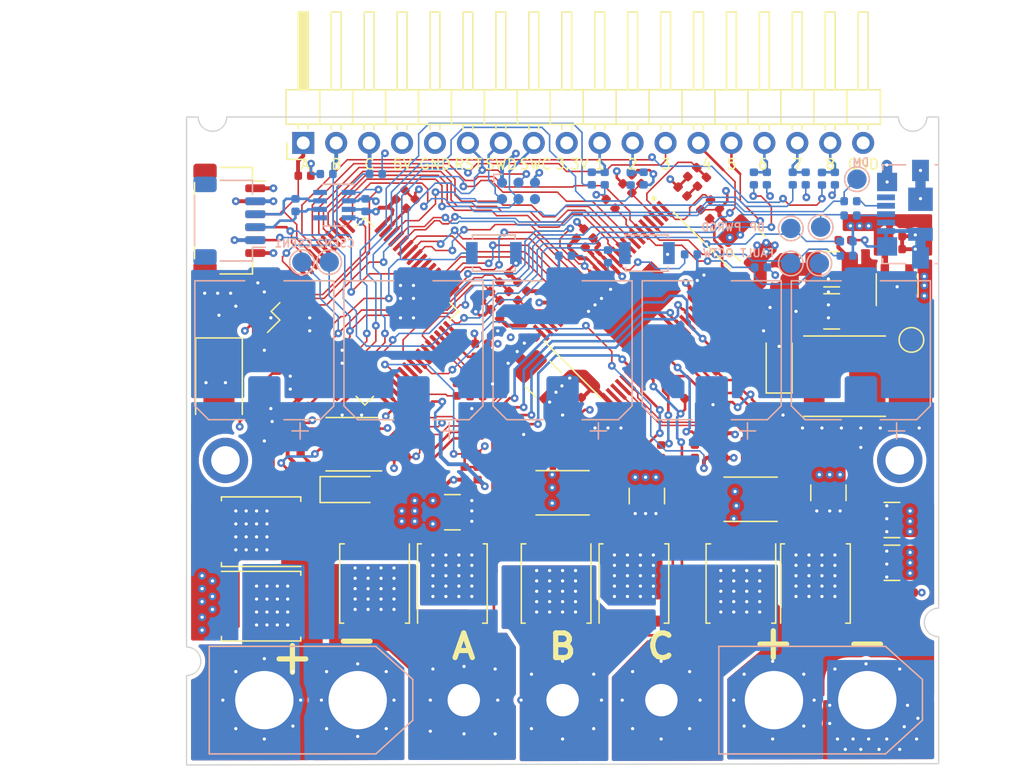
<source format=kicad_pcb>
(kicad_pcb (version 20171130) (host pcbnew "(5.1.6)-1")
  (layers (0 F.Cu signal) (1 In1.Cu signal) (2 In2.Cu signal) (31 B.Cu signal) (34 B.Paste user) (35 F.Paste user) (36 B.SilkS user) (37 F.SilkS user) (38 B.Mask user hide) (39 F.Mask user hide) (44 Edge.Cuts user))
  (net 0 "")
  (net 1 GND)
  (net 2 VDC)
  (net 3 "/Microcontroller Interface/VBUS_S")
  (net 4 GVDD)
  (net 5 "Net-(C16-Pad2)")
  (net 6 "Net-(C16-Pad1)")
  (net 7 +5V)
  (net 8 VDD)
  (net 9 "/Microcontroller Interface/AUX_TEMP")
  (net 10 "/Motor Driver/AVDD")
  (net 11 "/Motor Driver/DVDD")
  (net 12 "Net-(C28-Pad2)")
  (net 13 "/Motor Driver/SH_A")
  (net 14 "Net-(C29-Pad2)")
  (net 15 "/Motor Driver/SH_B")
  (net 16 "Net-(C30-Pad2)")
  (net 17 "Net-(C30-Pad1)")
  (net 18 "Net-(C31-Pad2)")
  (net 19 "Net-(C31-Pad1)")
  (net 20 "Net-(C32-Pad2)")
  (net 21 "/Motor Driver/SH_C")
  (net 22 "/Microcontroller Interface/M0_TEMP")
  (net 23 "/Motor Driver/CSENSE_1")
  (net 24 "Net-(C38-Pad1)")
  (net 25 "Net-(C39-Pad1)")
  (net 26 "Net-(C40-Pad2)")
  (net 27 "/Motor Driver/CSENSE_2")
  (net 28 "/Motor Driver/SN2")
  (net 29 "/Motor Driver/SP2")
  (net 30 "/Motor Driver/SN1")
  (net 31 "/Motor Driver/SP1")
  (net 32 "Net-(C54-Pad1)")
  (net 33 "Net-(C55-Pad1)")
  (net 34 "Net-(C56-Pad2)")
  (net 35 "Net-(C57-Pad2)")
  (net 36 "/I/O Interface/ENC_Z")
  (net 37 "/I/O Interface/ENC_B")
  (net 38 "/I/O Interface/ENC_A")
  (net 39 "/I/O Interface/DEBUG_SWCLK")
  (net 40 "/I/O Interface/DEBUG_nRESET")
  (net 41 "/I/O Interface/DEBUG_SWDIO")
  (net 42 "/Motor Driver/SL_C")
  (net 43 "Net-(NT1-Pad1)")
  (net 44 "/Motor Driver/SL_B")
  (net 45 "Net-(NT2-Pad1)")
  (net 46 "Net-(Q1-Pad4)")
  (net 47 "Net-(Q2-Pad4)")
  (net 48 "Net-(Q3-Pad4)")
  (net 49 "Net-(Q4-Pad4)")
  (net 50 "Net-(Q5-Pad4)")
  (net 51 "Net-(Q6-Pad4)")
  (net 52 "Net-(Q7-Pad4)")
  (net 53 "Net-(Q8-Pad4)")
  (net 54 "Net-(R15-Pad1)")
  (net 55 "Net-(R18-Pad1)")
  (net 56 "Net-(R29-Pad1)")
  (net 57 "Net-(R32-Pad1)")
  (net 58 "/Motor Driver/GH_A")
  (net 59 "/Motor Driver/GH_B")
  (net 60 "/Motor Driver/GH_C")
  (net 61 "/Motor Driver/GL_A")
  (net 62 "/Motor Driver/GL_B")
  (net 63 "/Motor Driver/GL_C")
  (net 64 "/Microcontroller Interface/AUX_L")
  (net 65 "/Microcontroller Interface/AUX_H")
  (net 66 "/I/O Interface/CAN_D")
  (net 67 "/I/O Interface/CAN_R")
  (net 68 "/I/O Interface/BOOT0")
  (net 69 "/I/O Interface/GPIO_8")
  (net 70 "/Microcontroller Interface/nFAULT")
  (net 71 "/Microcontroller Interface/SPI_MOSI")
  (net 72 "/Microcontroller Interface/SPI_MISO")
  (net 73 "/Microcontroller Interface/SPI_SCK")
  (net 74 "/I/O Interface/GPIO_7")
  (net 75 "/I/O Interface/USB_DP")
  (net 76 "/I/O Interface/USB_DM")
  (net 77 "/Microcontroller Interface/M0_CH")
  (net 78 "/Microcontroller Interface/M0_BH")
  (net 79 "/Microcontroller Interface/M0_AH")
  (net 80 "/Microcontroller Interface/M0_CL")
  (net 81 "/Microcontroller Interface/M0_BL")
  (net 82 "/Microcontroller Interface/M0_AL")
  (net 83 "/Microcontroller Interface/EN_GATE")
  (net 84 "/I/O Interface/GPIO_6")
  (net 85 "/I/O Interface/GPIO_5")
  (net 86 "/I/O Interface/GPIO_4")
  (net 87 "/I/O Interface/GPIO_3")
  (net 88 "/I/O Interface/GPIO_2")
  (net 89 "/I/O Interface/GPIO_1")
  (net 90 "/Microcontroller Interface/SPI_M0_nCS")
  (net 91 "Net-(C1-Pad1)")
  (net 92 "Net-(C2-Pad1)")
  (net 93 "Net-(C3-Pad1)")
  (net 94 "Net-(C4-Pad1)")
  (net 95 "Net-(C5-Pad1)")
  (net 96 "Net-(J5-Pad2)")
  (net 97 "Net-(J5-Pad3)")
  (net 98 "Net-(R20-Pad1)")
  (net 99 "Net-(R22-Pad1)")
  (net 100 "Net-(R24-Pad1)")
  (net 101 "/Motor Driver/PWRGD")
  (net 102 "/Motor Driver/nOCTW")
  (net 103 "Net-(R31-Pad2)")
  (net 104 "Net-(J3-Pad3)")
  (net 105 "Net-(J3-Pad2)")
  (module libraries:SOP50P810X120-57N (layer F.Cu) (at 134.75 64.5 315)
    (fp_text reference U4)
    (fp_text value DRV8301DCAR)
    (pad 57 smd rect (at 0 0 315) (size 3.235 6.35) (layers F.Cu F.Mask) (net 1 GND))
    (pad 56 smd rect (at 3.72 -6.75 315) (size 1.57 0.28) (layers F.Cu F.Paste F.Mask) (net 26 "Net-(C40-Pad2)"))
    (pad 55 smd rect (at 3.72 -6.25 315) (size 1.57 0.28) (layers F.Cu F.Paste F.Mask))
    (pad 54 smd rect (at 3.72 -5.75 315) (size 1.57 0.28) (layers F.Cu F.Paste F.Mask) (net 2 VDC))
    (pad 53 smd rect (at 3.72 -5.25 315) (size 1.57 0.28) (layers F.Cu F.Paste F.Mask) (net 2 VDC))
    (pad 52 smd rect (at 3.72 -4.75 315) (size 1.57 0.28) (layers F.Cu F.Paste F.Mask) (net 18 "Net-(C31-Pad2)"))
    (pad 51 smd rect (at 3.72 -4.25 315) (size 1.57 0.28) (layers F.Cu F.Paste F.Mask) (net 19 "Net-(C31-Pad1)"))
    (pad 50 smd rect (at 3.72 -3.75 315) (size 1.57 0.28) (layers F.Cu F.Paste F.Mask) (net 19 "Net-(C31-Pad1)"))
    (pad 49 smd rect (at 3.72 -3.25 315) (size 1.57 0.28) (layers F.Cu F.Paste F.Mask) (net 8 VDD))
    (pad 48 smd rect (at 3.72 -2.75 315) (size 1.57 0.28) (layers F.Cu F.Paste F.Mask) (net 12 "Net-(C28-Pad2)"))
    (pad 47 smd rect (at 3.72 -2.25 315) (size 1.57 0.28) (layers F.Cu F.Paste F.Mask) (net 58 "/Motor Driver/GH_A"))
    (pad 46 smd rect (at 3.72 -1.75 315) (size 1.57 0.28) (layers F.Cu F.Paste F.Mask) (net 13 "/Motor Driver/SH_A"))
    (pad 45 smd rect (at 3.72 -1.25 315) (size 1.57 0.28) (layers F.Cu F.Paste F.Mask) (net 61 "/Motor Driver/GL_A"))
    (pad 44 smd rect (at 3.72 -0.75 315) (size 1.57 0.28) (layers F.Cu F.Paste F.Mask) (net 1 GND))
    (pad 43 smd rect (at 3.72 -0.25 315) (size 1.57 0.28) (layers F.Cu F.Paste F.Mask) (net 14 "Net-(C29-Pad2)"))
    (pad 42 smd rect (at 3.72 0.25 315) (size 1.57 0.28) (layers F.Cu F.Paste F.Mask) (net 59 "/Motor Driver/GH_B"))
    (pad 41 smd rect (at 3.72 0.75 315) (size 1.57 0.28) (layers F.Cu F.Paste F.Mask) (net 15 "/Motor Driver/SH_B"))
    (pad 40 smd rect (at 3.72 1.25 315) (size 1.57 0.28) (layers F.Cu F.Paste F.Mask) (net 62 "/Motor Driver/GL_B"))
    (pad 39 smd rect (at 3.72 1.75 315) (size 1.57 0.28) (layers F.Cu F.Paste F.Mask) (net 44 "/Motor Driver/SL_B"))
    (pad 38 smd rect (at 3.72 2.25 315) (size 1.57 0.28) (layers F.Cu F.Paste F.Mask) (net 20 "Net-(C32-Pad2)"))
    (pad 37 smd rect (at 3.72 2.75 315) (size 1.57 0.28) (layers F.Cu F.Paste F.Mask) (net 60 "/Motor Driver/GH_C"))
    (pad 36 smd rect (at 3.72 3.25 315) (size 1.57 0.28) (layers F.Cu F.Paste F.Mask) (net 21 "/Motor Driver/SH_C"))
    (pad 35 smd rect (at 3.72 3.75 315) (size 1.57 0.28) (layers F.Cu F.Paste F.Mask) (net 63 "/Motor Driver/GL_C"))
    (pad 34 smd rect (at 3.72 4.25 315) (size 1.57 0.28) (layers F.Cu F.Paste F.Mask) (net 42 "/Motor Driver/SL_C"))
    (pad 33 smd rect (at 3.72 4.75 315) (size 1.57 0.28) (layers F.Cu F.Paste F.Mask) (net 30 "/Motor Driver/SN1"))
    (pad 32 smd rect (at 3.72 5.25 315) (size 1.57 0.28) (layers F.Cu F.Paste F.Mask) (net 31 "/Motor Driver/SP1"))
    (pad 31 smd rect (at 3.72 5.75 315) (size 1.57 0.28) (layers F.Cu F.Paste F.Mask) (net 28 "/Motor Driver/SN2"))
    (pad 30 smd rect (at 3.72 6.25 315) (size 1.57 0.28) (layers F.Cu F.Paste F.Mask) (net 29 "/Motor Driver/SP2"))
    (pad 29 smd rect (at 3.72 6.75 315) (size 1.57 0.28) (layers F.Cu F.Paste F.Mask) (net 2 VDC))
    (pad 28 smd rect (at -3.72 6.75 315) (size 1.57 0.28) (layers F.Cu F.Paste F.Mask) (net 1 GND))
    (pad 27 smd rect (at -3.72 6.25 315) (size 1.57 0.28) (layers F.Cu F.Paste F.Mask) (net 10 "/Motor Driver/AVDD"))
    (pad 26 smd rect (at -3.72 5.75 315) (size 1.57 0.28) (layers F.Cu F.Paste F.Mask) (net 57 "Net-(R32-Pad1)"))
    (pad 25 smd rect (at -3.72 5.25 315) (size 1.57 0.28) (layers F.Cu F.Paste F.Mask) (net 56 "Net-(R29-Pad1)"))
    (pad 24 smd rect (at -3.72 4.75 315) (size 1.57 0.28) (layers F.Cu F.Paste F.Mask) (net 8 VDD))
    (pad 23 smd rect (at -3.72 4.25 315) (size 1.57 0.28) (layers F.Cu F.Paste F.Mask) (net 11 "/Motor Driver/DVDD"))
    (pad 22 smd rect (at -3.72 3.75 315) (size 1.57 0.28) (layers F.Cu F.Paste F.Mask) (net 80 "/Microcontroller Interface/M0_CL"))
    (pad 21 smd rect (at -3.72 3.25 315) (size 1.57 0.28) (layers F.Cu F.Paste F.Mask) (net 77 "/Microcontroller Interface/M0_CH"))
    (pad 20 smd rect (at -3.72 2.75 315) (size 1.57 0.28) (layers F.Cu F.Paste F.Mask) (net 81 "/Microcontroller Interface/M0_BL"))
    (pad 19 smd rect (at -3.72 2.25 315) (size 1.57 0.28) (layers F.Cu F.Paste F.Mask) (net 78 "/Microcontroller Interface/M0_BH"))
    (pad 18 smd rect (at -3.72 1.75 315) (size 1.57 0.28) (layers F.Cu F.Paste F.Mask) (net 82 "/Microcontroller Interface/M0_AL"))
    (pad 17 smd rect (at -3.72 1.25 315) (size 1.57 0.28) (layers F.Cu F.Paste F.Mask) (net 79 "/Microcontroller Interface/M0_AH"))
    (pad 16 smd rect (at -3.72 0.75 315) (size 1.57 0.28) (layers F.Cu F.Paste F.Mask) (net 83 "/Microcontroller Interface/EN_GATE"))
    (pad 15 smd rect (at -3.72 0.25 315) (size 1.57 0.28) (layers F.Cu F.Paste F.Mask) (net 16 "Net-(C30-Pad2)"))
    (pad 14 smd rect (at -3.72 -0.25 315) (size 1.57 0.28) (layers F.Cu F.Paste F.Mask) (net 17 "Net-(C30-Pad1)"))
    (pad 13 smd rect (at -3.72 -0.75 315) (size 1.57 0.28) (layers F.Cu F.Paste F.Mask) (net 4 GVDD))
    (pad 12 smd rect (at -3.72 -1.25 315) (size 1.57 0.28) (layers F.Cu F.Paste F.Mask) (net 103 "Net-(R31-Pad2)"))
    (pad 11 smd rect (at -3.72 -1.75 315) (size 1.57 0.28) (layers F.Cu F.Paste F.Mask) (net 73 "/Microcontroller Interface/SPI_SCK"))
    (pad 10 smd rect (at -3.72 -2.25 315) (size 1.57 0.28) (layers F.Cu F.Paste F.Mask) (net 72 "/Microcontroller Interface/SPI_MISO"))
    (pad 9 smd rect (at -3.72 -2.75 315) (size 1.57 0.28) (layers F.Cu F.Paste F.Mask) (net 71 "/Microcontroller Interface/SPI_MOSI"))
    (pad 8 smd rect (at -3.72 -3.25 315) (size 1.57 0.28) (layers F.Cu F.Paste F.Mask) (net 90 "/Microcontroller Interface/SPI_M0_nCS"))
    (pad 7 smd rect (at -3.72 -3.75 315) (size 1.57 0.28) (layers F.Cu F.Paste F.Mask) (net 100 "Net-(R24-Pad1)"))
    (pad 6 smd rect (at -3.72 -4.25 315) (size 1.57 0.28) (layers F.Cu F.Paste F.Mask) (net 70 "/Microcontroller Interface/nFAULT"))
    (pad 5 smd rect (at -3.72 -4.75 315) (size 1.57 0.28) (layers F.Cu F.Paste F.Mask) (net 102 "/Motor Driver/nOCTW"))
    (pad 4 smd rect (at -3.72 -5.25 315) (size 1.57 0.28) (layers F.Cu F.Paste F.Mask) (net 101 "/Motor Driver/PWRGD"))
    (pad 3 smd rect (at -3.72 -5.75 315) (size 1.57 0.28) (layers F.Cu F.Paste F.Mask) (net 99 "Net-(R22-Pad1)"))
    (pad 2 smd rect (at -3.72 -6.25 315) (size 1.57 0.28) (layers F.Cu F.Paste F.Mask) (net 24 "Net-(C38-Pad1)"))
    (pad 1 smd rect (at -3.72 -6.75 315) (size 1.57 0.28) (layers F.Cu F.Paste F.Mask) (net 98 "Net-(R20-Pad1)"))
  )
  (module TestPoint:TestPoint_Pad_D1.5mm (layer B.Cu) (at 146.6 58.6)
    (fp_text reference TP4 hide)
    (fp_text value TestPoint hide)
    (pad 1 smd circle (at 0 0) (size 1.5 1.5) (layers B.Cu B.Mask) (net 101 "/Motor Driver/PWRGD"))
  )
  (module Connector_JST:JST_SH_SM04B-SRSS-TB_1x04-1MP_P1.00mm_Horizontal (layer B.Cu) (at 103.3 58 90)
    (fp_text reference J3 hide)
    (fp_text value "SM04B-SRSS-TB(LF)(SN)")
    (pad MP smd roundrect (at 2.8 -1.875 90) (size 1.2 1.8) (layers B.Cu B.Paste B.Mask) (roundrect_rratio 0.208333))
    (pad MP smd roundrect (at -2.8 -1.875 90) (size 1.2 1.8) (layers B.Cu B.Paste B.Mask) (roundrect_rratio 0.208333))
    (pad 4 smd roundrect (at 1.5 2 90) (size 0.6 1.55) (layers B.Cu B.Paste B.Mask) (net 1 GND))
    (pad 3 smd roundrect (at 0.5 2 90) (size 0.6 1.55) (layers B.Cu B.Paste B.Mask) (net 104 "Net-(J3-Pad3)"))
    (pad 2 smd roundrect (at -0.5 2 90) (size 0.6 1.55) (layers B.Cu B.Paste B.Mask) (net 105 "Net-(J3-Pad2)"))
    (pad 1 smd roundrect (at -1.5 2 90) (size 0.6 1.55) (layers B.Cu B.Paste B.Mask) (net 8 VDD))
  )
  (module Connector_JST:JST_SH_SM06B-SRSS-TB_1x06-1MP_P1.00mm_Horizontal (layer F.Cu) (at 103.3 58 270)
    (fp_text reference J1 hide)
    (fp_text value "SM06B-SRSS-TB(LF)(SN)")
    (pad MP smd roundrect (at 3.8 1.875 270) (size 1.2 1.8) (layers F.Cu F.Paste F.Mask) (roundrect_rratio 0.208333))
    (pad MP smd roundrect (at -3.8 1.875 270) (size 1.2 1.8) (layers F.Cu F.Paste F.Mask) (roundrect_rratio 0.208333))
    (pad 6 smd roundrect (at 2.5 -2 270) (size 0.6 1.55) (layers F.Cu F.Paste F.Mask) (net 1 GND))
    (pad 5 smd roundrect (at 1.5 -2 270) (size 0.6 1.55) (layers F.Cu F.Paste F.Mask) (net 36 "/I/O Interface/ENC_Z"))
    (pad 4 smd roundrect (at 0.5 -2 270) (size 0.6 1.55) (layers F.Cu F.Paste F.Mask) (net 37 "/I/O Interface/ENC_B"))
    (pad 3 smd roundrect (at -0.5 -2 270) (size 0.6 1.55) (layers F.Cu F.Paste F.Mask) (net 38 "/I/O Interface/ENC_A"))
    (pad 2 smd roundrect (at -1.5 -2 270) (size 0.6 1.55) (layers F.Cu F.Paste F.Mask) (net 7 +5V))
    (pad 1 smd roundrect (at -2.5 -2 270) (size 0.6 1.55) (layers F.Cu F.Paste F.Mask) (net 8 VDD))
  )
  (module bldc_motor_cntroller:heatsink14x14x6 (layer B.Cu) (at 123.8 89.7)
    (fp_text reference HS3 hide)
    (fp_text value Heatsink hide)
  )
  (module bldc_motor_cntroller:heatsink14x14x6 (layer B.Cu) (at 109.2 89.7)
    (fp_text reference HS2 hide)
    (fp_text value Heatsink hide)
  )
  (module bldc_motor_cntroller:heatsink14x14x6 (layer B.Cu) (at 138.6 89.7)
    (fp_text reference HS1 hide)
    (fp_text value Heatsink hide)
  )
  (module Connector_USB:USB_Micro-B_Molex_47346-0001 (layer B.Cu) (at 155.4 57.5 270)
    (fp_text reference J5 hide)
    (fp_text value 0473460001)
    (pad 6 smd rect (at 1.55 -1.2 270) (size 1 1.9) (layers B.Cu B.Paste B.Mask) (net 1 GND))
    (pad 6 smd rect (at -1.15 -1.2 270) (size 1.8 1.9) (layers B.Cu B.Paste B.Mask) (net 1 GND))
    (pad 6 smd rect (at 3.375 -1.2 270) (size 1.65 1.3) (layers B.Cu B.Paste B.Mask) (net 1 GND))
    (pad 6 smd rect (at -3.375 -1.2 270) (size 1.65 1.3) (layers B.Cu B.Paste B.Mask) (net 1 GND))
    (pad 6 smd rect (at 2.4875 1.375 270) (size 1.425 1.55) (layers B.Cu B.Paste B.Mask) (net 1 GND))
    (pad 6 smd rect (at -2.4875 1.375 270) (size 1.425 1.55) (layers B.Cu B.Paste B.Mask) (net 1 GND))
    (pad 5 smd rect (at 1.3 1.46 270) (size 0.45 1.38) (layers B.Cu B.Paste B.Mask) (net 1 GND))
    (pad 4 smd rect (at 0.65 1.46 270) (size 0.45 1.38) (layers B.Cu B.Paste B.Mask))
    (pad 3 smd rect (at 0 1.46 270) (size 0.45 1.38) (layers B.Cu B.Paste B.Mask) (net 97 "Net-(J5-Pad3)"))
    (pad 2 smd rect (at -0.65 1.46 270) (size 0.45 1.38) (layers B.Cu B.Paste B.Mask) (net 96 "Net-(J5-Pad2)"))
    (pad 1 smd rect (at -1.3 1.46 270) (size 0.45 1.38) (layers B.Cu B.Paste B.Mask))
  )
  (module MountingHole:MountingHole_2.2mm_M2_ISO7380_Pad (layer F.Cu) (at 103 76.5)
    (fp_text reference H2 hide)
    (fp_text value MountingHole_Pad hide)
    (pad 1 thru_hole circle (at 0 0) (size 3.5 3.5) (drill 2.2) (layers *.Cu *.Mask))
  )
  (module MountingHole:MountingHole_2.2mm_M2_ISO7380_Pad (layer F.Cu) (at 155 76.5)
    (fp_text reference H1 hide)
    (fp_text value MountingHole_Pad hide)
    (pad 1 thru_hole circle (at 0 0) (size 3.5 3.5) (drill 2.2) (layers *.Cu *.Mask))
  )
  (module Capacitor_SMD:CP_Elec_10x14.3 (layer B.Cu) (at 106 68 90)
    (fp_text reference C58 hide)
    (fp_text value "150uF 63V poly")
    (pad 2 smd roundrect (at 4.2 0 90) (size 4.4 2.5) (layers B.Cu B.Paste B.Mask) (roundrect_rratio 0.1) (net 1 GND))
    (pad 1 smd roundrect (at -4.2 0 90) (size 4.4 2.5) (layers B.Cu B.Paste B.Mask) (roundrect_rratio 0.1) (net 2 VDC))
  )
  (module Connector_Wire:SolderWirePad_1x03_P7.62mm_Drill2.5mm (layer B.Cu) (at 121.38 95)
    (fp_text reference J10 hide)
    (fp_text value "MR30PW-M 15A (30A)")
    (pad 3 thru_hole circle (at 15.24 0) (size 5.99948 5.99948) (drill 2.49936) (layers *.Cu *.Mask) (net 15 "/Motor Driver/SH_B"))
    (pad 2 thru_hole circle (at 7.62 0) (size 5.99948 5.99948) (drill 2.49936) (layers *.Cu *.Mask) (net 21 "/Motor Driver/SH_C"))
    (pad 1 thru_hole rect (at 0 0) (size 5.99948 5.99948) (drill 2.49936) (layers *.Cu *.Mask) (net 13 "/Motor Driver/SH_A"))
  )
  (module Connector_PinHeader_2.54mm:PinHeader_1x18_P2.54mm_Horizontal (layer F.Cu) (at 109 52 90)
    (fp_text reference J2 hide)
    (fp_text value Conn_01x18 hide)
    (pad 18 thru_hole oval (at 0 43.18 90) (size 1.7 1.7) (drill 1) (layers *.Cu *.Mask) (net 1 GND))
    (pad 17 thru_hole oval (at 0 40.64 90) (size 1.7 1.7) (drill 1) (layers *.Cu *.Mask) (net 95 "Net-(C5-Pad1)"))
    (pad 16 thru_hole oval (at 0 38.1 90) (size 1.7 1.7) (drill 1) (layers *.Cu *.Mask) (net 94 "Net-(C4-Pad1)"))
    (pad 15 thru_hole oval (at 0 35.56 90) (size 1.7 1.7) (drill 1) (layers *.Cu *.Mask) (net 93 "Net-(C3-Pad1)"))
    (pad 14 thru_hole oval (at 0 33.02 90) (size 1.7 1.7) (drill 1) (layers *.Cu *.Mask) (net 85 "/I/O Interface/GPIO_5"))
    (pad 13 thru_hole oval (at 0 30.48 90) (size 1.7 1.7) (drill 1) (layers *.Cu *.Mask) (net 86 "/I/O Interface/GPIO_4"))
    (pad 12 thru_hole oval (at 0 27.94 90) (size 1.7 1.7) (drill 1) (layers *.Cu *.Mask) (net 87 "/I/O Interface/GPIO_3"))
    (pad 11 thru_hole oval (at 0 25.4 90) (size 1.7 1.7) (drill 1) (layers *.Cu *.Mask) (net 92 "Net-(C2-Pad1)"))
    (pad 10 thru_hole oval (at 0 22.86 90) (size 1.7 1.7) (drill 1) (layers *.Cu *.Mask) (net 91 "Net-(C1-Pad1)"))
    (pad 9 thru_hole oval (at 0 20.32 90) (size 1.7 1.7) (drill 1) (layers *.Cu *.Mask) (net 8 VDD))
    (pad 8 thru_hole oval (at 0 17.78 90) (size 1.7 1.7) (drill 1) (layers *.Cu *.Mask) (net 39 "/I/O Interface/DEBUG_SWCLK"))
    (pad 7 thru_hole oval (at 0 15.24 90) (size 1.7 1.7) (drill 1) (layers *.Cu *.Mask) (net 41 "/I/O Interface/DEBUG_SWDIO"))
    (pad 6 thru_hole oval (at 0 12.7 90) (size 1.7 1.7) (drill 1) (layers *.Cu *.Mask) (net 40 "/I/O Interface/DEBUG_nRESET"))
    (pad 5 thru_hole oval (at 0 10.16 90) (size 1.7 1.7) (drill 1) (layers *.Cu *.Mask) (net 1 GND))
    (pad 4 thru_hole oval (at 0 7.62 90) (size 1.7 1.7) (drill 1) (layers *.Cu *.Mask) (net 7 +5V))
    (pad 3 thru_hole oval (at 0 5.08 90) (size 1.7 1.7) (drill 1) (layers *.Cu *.Mask) (net 36 "/I/O Interface/ENC_Z"))
    (pad 2 thru_hole oval (at 0 2.54 90) (size 1.7 1.7) (drill 1) (layers *.Cu *.Mask) (net 37 "/I/O Interface/ENC_B"))
    (pad 1 thru_hole rect (at 0 0 90) (size 1.7 1.7) (drill 1) (layers *.Cu *.Mask) (net 38 "/I/O Interface/ENC_A"))
  )
  (module Diode_SMD:D_SOD-123F (layer F.Cu) (at 145.7 69.1 90)
    (fp_text reference D2 hide)
    (fp_text value "100V 2A SMB")
    (pad 2 smd rect (at 1.4 0 90) (size 1.1 1.1) (layers F.Cu F.Paste F.Mask) (net 1 GND))
    (pad 1 smd rect (at -1.4 0 90) (size 1.1 1.1) (layers F.Cu F.Paste F.Mask) (net 19 "Net-(C31-Pad1)"))
  )
  (module Inductor_SMD:L_Taiyo-Yuden_NR-60xx (layer F.Cu) (at 150.75 70)
    (fp_text reference L1 hide)
    (fp_text value "33uH 1.4A")
    (pad 2 smd rect (at 2.35 0) (size 1.6 5.9) (layers F.Cu F.Paste F.Mask) (net 7 +5V))
    (pad 1 smd rect (at -2.35 0) (size 1.6 5.9) (layers F.Cu F.Paste F.Mask) (net 19 "Net-(C31-Pad1)"))
  )
  (module Package_TO_SOT_SMD:SOT-23-8 (layer B.Cu) (at 111.4 56.8 180)
    (fp_text reference U1 hide)
    (fp_text value TCAN332GDCNT)
    (pad 8 smd rect (at 1.1 0.98 180) (size 1.06 0.4) (layers B.Cu B.Paste B.Mask))
    (pad 7 smd rect (at 1.1 0.33 180) (size 1.06 0.4) (layers B.Cu B.Paste B.Mask) (net 104 "Net-(J3-Pad3)"))
    (pad 6 smd rect (at 1.1 -0.33 180) (size 1.06 0.4) (layers B.Cu B.Paste B.Mask) (net 105 "Net-(J3-Pad2)"))
    (pad 5 smd rect (at 1.1 -0.98 180) (size 1.06 0.4) (layers B.Cu B.Paste B.Mask))
    (pad 4 smd rect (at -1.1 -0.98 180) (size 1.06 0.4) (layers B.Cu B.Paste B.Mask) (net 67 "/I/O Interface/CAN_R"))
    (pad 3 smd rect (at -1.1 -0.33 180) (size 1.06 0.4) (layers B.Cu B.Paste B.Mask) (net 8 VDD))
    (pad 2 smd rect (at -1.1 0.33 180) (size 1.06 0.4) (layers B.Cu B.Paste B.Mask) (net 1 GND))
    (pad 1 smd rect (at -1.1 0.98 180) (size 1.06 0.4) (layers B.Cu B.Paste B.Mask) (net 66 "/I/O Interface/CAN_D"))
  )
  (module TestPoint:TestPoint_Pad_D1.5mm (layer B.Cu) (at 111 61.2)
    (fp_text reference TP9 hide)
    (fp_text value TestPoint hide)
    (pad 1 smd circle (at 0 0) (size 1.5 1.5) (layers B.Cu B.Mask) (net 27 "/Motor Driver/CSENSE_2"))
  )
  (module TestPoint:TestPoint_Pad_D1.5mm (layer B.Cu) (at 108.9 61.2)
    (fp_text reference TP8 hide)
    (fp_text value TestPoint hide)
    (pad 1 smd circle (at 0 0) (size 1.5 1.5) (layers B.Cu B.Mask) (net 23 "/Motor Driver/CSENSE_1"))
  )
  (module TestPoint:TestPoint_Pad_D1.5mm (layer F.Cu) (at 155.9 67.2)
    (fp_text reference TP7 hide)
    (fp_text value TestPoint hide)
    (pad 1 smd circle (at 0 0) (size 1.5 1.5) (layers F.Cu F.Mask) (net 7 +5V))
  )
  (module TestPoint:TestPoint_Pad_D1.5mm (layer B.Cu) (at 146.6 61.3)
    (fp_text reference TP6 hide)
    (fp_text value TestPoint hide)
    (pad 1 smd circle (at 0 0) (size 1.5 1.5) (layers B.Cu B.Mask) (net 102 "/Motor Driver/nOCTW"))
  )
  (module TestPoint:TestPoint_Pad_D1.5mm (layer B.Cu) (at 148.8 61.3)
    (fp_text reference TP5 hide)
    (fp_text value TestPoint hide)
    (pad 1 smd circle (at 0 0) (size 1.5 1.5) (layers B.Cu B.Mask) (net 70 "/Microcontroller Interface/nFAULT"))
  )
  (module TestPoint:TestPoint_Pad_D1.5mm (layer B.Cu) (at 151.7 54.8)
    (fp_text reference TP3 hide)
    (fp_text value TestPoint hide)
    (pad 1 smd circle (at 0 0) (size 1.5 1.5) (layers B.Cu B.Mask) (net 76 "/I/O Interface/USB_DM"))
  )
  (module TestPoint:TestPoint_Pad_D1.5mm (layer B.Cu) (at 148.9 58.5)
    (fp_text reference TP2 hide)
    (fp_text value TestPoint hide)
    (pad 1 smd circle (at 0 0) (size 1.5 1.5) (layers B.Cu B.Mask) (net 75 "/I/O Interface/USB_DP"))
  )
  (module Button_Switch_SMD:SW_SPST_B3U-1000P (layer B.Cu) (at 123.7 60.5 180)
    (fp_text reference SW2 hide)
    (fp_text value B3U-1000P-B)
    (pad 2 smd rect (at 1.7 0 180) (size 0.9 1.7) (layers B.Cu B.Paste B.Mask) (net 40 "/I/O Interface/DEBUG_nRESET"))
    (pad 1 smd rect (at -1.7 0 180) (size 0.9 1.7) (layers B.Cu B.Paste B.Mask) (net 1 GND))
  )
  (module Button_Switch_SMD:SW_SPST_B3U-1000P (layer B.Cu) (at 135.5 60.5 180)
    (fp_text reference SW1 hide)
    (fp_text value B3U-1000P-B)
    (pad 2 smd rect (at 1.7 0 180) (size 0.9 1.7) (layers B.Cu B.Paste B.Mask) (net 68 "/I/O Interface/BOOT0"))
    (pad 1 smd rect (at -1.7 0 180) (size 0.9 1.7) (layers B.Cu B.Paste B.Mask) (net 8 VDD))
  )
  (module Resistor_SMD:R_0402_1005Metric (layer F.Cu) (at 125 83.4 270)
    (fp_text reference R38 hide)
    (fp_text value 2R2)
    (pad 2 smd roundrect (at 0.485 0 270) (size 0.59 0.64) (layers F.Cu F.Paste F.Mask) (net 53 "Net-(Q8-Pad4)"))
    (pad 1 smd roundrect (at -0.485 0 270) (size 0.59 0.64) (layers F.Cu F.Paste F.Mask) (net 63 "/Motor Driver/GL_C"))
  )
  (module Resistor_SMD:R_0402_1005Metric (layer F.Cu) (at 139.2 75.8 270)
    (fp_text reference R37 hide)
    (fp_text value 2R2)
    (pad 2 smd roundrect (at 0.485 0 270) (size 0.59 0.64) (layers F.Cu F.Paste F.Mask) (net 52 "Net-(Q7-Pad4)"))
    (pad 1 smd roundrect (at -0.485 0 270) (size 0.59 0.64) (layers F.Cu F.Paste F.Mask) (net 62 "/Motor Driver/GL_B"))
  )
  (module Resistor_SMD:R_0402_1005Metric (layer F.Cu) (at 113 81.8 180)
    (fp_text reference R36 hide)
    (fp_text value 2R2)
    (pad 2 smd roundrect (at 0.485 0 180) (size 0.59 0.64) (layers F.Cu F.Paste F.Mask) (net 51 "Net-(Q6-Pad4)"))
    (pad 1 smd roundrect (at -0.485 0 180) (size 0.59 0.64) (layers F.Cu F.Paste F.Mask) (net 61 "/Motor Driver/GL_A"))
  )
  (module Resistor_SMD:R_0402_1005Metric (layer F.Cu) (at 136.6 75.8 270)
    (fp_text reference R35 hide)
    (fp_text value 2R2)
    (pad 2 smd roundrect (at 0.485 0 270) (size 0.59 0.64) (layers F.Cu F.Paste F.Mask) (net 50 "Net-(Q5-Pad4)"))
    (pad 1 smd roundrect (at -0.485 0 270) (size 0.59 0.64) (layers F.Cu F.Paste F.Mask) (net 60 "/Motor Driver/GH_C"))
  )
  (module Resistor_SMD:R_0402_1005Metric (layer F.Cu) (at 152 88.5 270)
    (fp_text reference R34 hide)
    (fp_text value 2R2)
    (pad 2 smd roundrect (at 0.485 0 270) (size 0.59 0.64) (layers F.Cu F.Paste F.Mask) (net 49 "Net-(Q4-Pad4)"))
    (pad 1 smd roundrect (at -0.485 0 270) (size 0.59 0.64) (layers F.Cu F.Paste F.Mask) (net 59 "/Motor Driver/GH_B"))
  )
  (module Resistor_SMD:R_0402_1005Metric (layer F.Cu) (at 123.9 83.4 270)
    (fp_text reference R33 hide)
    (fp_text value 2R2)
    (pad 2 smd roundrect (at 0.485 0 270) (size 0.59 0.64) (layers F.Cu F.Paste F.Mask) (net 48 "Net-(Q3-Pad4)"))
    (pad 1 smd roundrect (at -0.485 0 270) (size 0.59 0.64) (layers F.Cu F.Paste F.Mask) (net 58 "/Motor Driver/GH_A"))
  )
  (module Resistor_SMD:R_0402_1005Metric (layer F.Cu) (at 124.5 64.5 135)
    (fp_text reference R32 hide)
    (fp_text value "22R 1%")
    (pad 2 smd roundrect (at 0.485 0 135) (size 0.59 0.64) (layers F.Cu F.Paste F.Mask) (net 27 "/Motor Driver/CSENSE_2"))
    (pad 1 smd roundrect (at -0.485 0 135) (size 0.59 0.64) (layers F.Cu F.Paste F.Mask) (net 57 "Net-(R32-Pad1)"))
  )
  (module Resistor_SMD:R_0402_1005Metric (layer B.Cu) (at 138.9 60.6 180)
    (fp_text reference R31 hide)
    (fp_text value 3.3k)
    (pad 2 smd roundrect (at 0.485 0 180) (size 0.59 0.64) (layers B.Cu B.Paste B.Mask) (net 103 "Net-(R31-Pad2)"))
    (pad 1 smd roundrect (at -0.485 0 180) (size 0.59 0.64) (layers B.Cu B.Paste B.Mask) (net 1 GND))
  )
  (module Resistor_SMD:R_0402_1005Metric (layer F.Cu) (at 139.75 55 225)
    (fp_text reference R30 hide)
    (fp_text value "47k 1%")
    (pad 2 smd roundrect (at 0.485 0 225) (size 0.59 0.64) (layers F.Cu F.Paste F.Mask) (net 25 "Net-(C39-Pad1)"))
    (pad 1 smd roundrect (at -0.485 0 225) (size 0.59 0.64) (layers F.Cu F.Paste F.Mask) (net 24 "Net-(C38-Pad1)"))
  )
  (module Resistor_SMD:R_0402_1005Metric (layer F.Cu) (at 125.2 63.8 135)
    (fp_text reference R29 hide)
    (fp_text value "22R 1%")
    (pad 2 smd roundrect (at 0.485 0 135) (size 0.59 0.64) (layers F.Cu F.Paste F.Mask) (net 23 "/Motor Driver/CSENSE_1"))
    (pad 1 smd roundrect (at -0.485 0 135) (size 0.59 0.64) (layers F.Cu F.Paste F.Mask) (net 56 "Net-(R29-Pad1)"))
  )
  (module Resistor_SMD:R_0402_1005Metric (layer F.Cu) (at 141 74.4 180)
    (fp_text reference R28 hide)
    (fp_text value 3.3k)
    (pad 2 smd roundrect (at 0.485 0 180) (size 0.59 0.64) (layers F.Cu F.Paste F.Mask) (net 22 "/Microcontroller Interface/M0_TEMP"))
    (pad 1 smd roundrect (at -0.485 0 180) (size 0.59 0.64) (layers F.Cu F.Paste F.Mask) (net 1 GND))
  )
  (module Resistor_SMD:R_0402_1005Metric (layer B.Cu) (at 150.9 60.7)
    (fp_text reference R27 hide)
    (fp_text value 10k)
    (pad 2 smd roundrect (at 0.485 0) (size 0.59 0.64) (layers B.Cu B.Paste B.Mask) (net 8 VDD))
    (pad 1 smd roundrect (at -0.485 0) (size 0.59 0.64) (layers B.Cu B.Paste B.Mask) (net 102 "/Motor Driver/nOCTW"))
  )
  (module Resistor_SMD:R_0402_1005Metric (layer B.Cu) (at 144.3 61.6)
    (fp_text reference R26 hide)
    (fp_text value 10k)
    (pad 2 smd roundrect (at 0.485 0) (size 0.59 0.64) (layers B.Cu B.Paste B.Mask) (net 8 VDD))
    (pad 1 smd roundrect (at -0.485 0) (size 0.59 0.64) (layers B.Cu B.Paste B.Mask) (net 70 "/Microcontroller Interface/nFAULT"))
  )
  (module Resistor_SMD:R_0402_1005Metric (layer B.Cu) (at 150.9 59.6)
    (fp_text reference R25 hide)
    (fp_text value 10k)
    (pad 2 smd roundrect (at 0.485 0) (size 0.59 0.64) (layers B.Cu B.Paste B.Mask) (net 8 VDD))
    (pad 1 smd roundrect (at -0.485 0) (size 0.59 0.64) (layers B.Cu B.Paste B.Mask) (net 101 "/Motor Driver/PWRGD"))
  )
  (module Resistor_SMD:R_0402_1005Metric (layer F.Cu) (at 132.7 56.7 135)
    (fp_text reference R24 hide)
    (fp_text value 18k)
    (pad 2 smd roundrect (at 0.485 0 135) (size 0.59 0.64) (layers F.Cu F.Paste F.Mask) (net 1 GND))
    (pad 1 smd roundrect (at -0.485 0 135) (size 0.59 0.64) (layers F.Cu F.Paste F.Mask) (net 100 "Net-(R24-Pad1)"))
  )
  (module Resistor_SMD:R_0402_1005Metric (layer F.Cu) (at 134.7 54.8 315)
    (fp_text reference R23 hide)
    (fp_text value 3.3k)
    (pad 2 smd roundrect (at 0.485 0 315) (size 0.59 0.64) (layers F.Cu F.Paste F.Mask) (net 99 "Net-(R22-Pad1)"))
    (pad 1 smd roundrect (at -0.485 0 315) (size 0.59 0.64) (layers F.Cu F.Paste F.Mask) (net 1 GND))
  )
  (module Resistor_SMD:R_0402_1005Metric (layer F.Cu) (at 134 55.5 135)
    (fp_text reference R22 hide)
    (fp_text value 18k)
    (pad 2 smd roundrect (at 0.485 0 135) (size 0.59 0.64) (layers F.Cu F.Paste F.Mask) (net 7 +5V))
    (pad 1 smd roundrect (at -0.485 0 135) (size 0.59 0.64) (layers F.Cu F.Paste F.Mask) (net 99 "Net-(R22-Pad1)"))
  )
  (module Resistor_SMD:R_0402_1005Metric (layer B.Cu) (at 129.2 60.7)
    (fp_text reference R21 hide)
    (fp_text value 1k)
    (pad 2 smd roundrect (at 0.485 0) (size 0.59 0.64) (layers B.Cu B.Paste B.Mask) (net 83 "/Microcontroller Interface/EN_GATE"))
    (pad 1 smd roundrect (at -0.485 0) (size 0.59 0.64) (layers B.Cu B.Paste B.Mask) (net 1 GND))
  )
  (module Resistor_SMD:R_0402_1005Metric (layer F.Cu) (at 140.75 56.75 315)
    (fp_text reference R20 hide)
    (fp_text value "220k 1%")
    (pad 2 smd roundrect (at 0.485 0 315) (size 0.59 0.64) (layers F.Cu F.Paste F.Mask) (net 1 GND))
    (pad 1 smd roundrect (at -0.485 0 315) (size 0.59 0.64) (layers F.Cu F.Paste F.Mask) (net 98 "Net-(R20-Pad1)"))
  )
  (module Resistor_SMD:R_0402_1005Metric (layer F.Cu) (at 121.95 76 180)
    (fp_text reference R19 hide)
    (fp_text value 3.3k)
    (pad 2 smd roundrect (at 0.485 0 180) (size 0.59 0.64) (layers F.Cu F.Paste F.Mask) (net 9 "/Microcontroller Interface/AUX_TEMP"))
    (pad 1 smd roundrect (at -0.485 0 180) (size 0.59 0.64) (layers F.Cu F.Paste F.Mask) (net 1 GND))
  )
  (module Resistor_SMD:R_0402_1005Metric (layer F.Cu) (at 106.7 78.1 270)
    (fp_text reference R18 hide)
    (fp_text value 2R2)
    (pad 2 smd roundrect (at 0.485 0 270) (size 0.59 0.64) (layers F.Cu F.Paste F.Mask) (net 47 "Net-(Q2-Pad4)"))
    (pad 1 smd roundrect (at -0.485 0 270) (size 0.59 0.64) (layers F.Cu F.Paste F.Mask) (net 55 "Net-(R18-Pad1)"))
  )
  (module Resistor_SMD:R_0402_1005Metric (layer F.Cu) (at 117.5 75.2 180)
    (fp_text reference R17 hide)
    (fp_text value 3.3k)
    (pad 2 smd roundrect (at 0.485 0 180) (size 0.59 0.64) (layers F.Cu F.Paste F.Mask) (net 65 "/Microcontroller Interface/AUX_H"))
    (pad 1 smd roundrect (at -0.485 0 180) (size 0.59 0.64) (layers F.Cu F.Paste F.Mask) (net 1 GND))
  )
  (module Resistor_SMD:R_0402_1005Metric (layer F.Cu) (at 117.5 73.9 180)
    (fp_text reference R16 hide)
    (fp_text value 3.3k)
    (pad 2 smd roundrect (at 0.485 0 180) (size 0.59 0.64) (layers F.Cu F.Paste F.Mask) (net 64 "/Microcontroller Interface/AUX_L"))
    (pad 1 smd roundrect (at -0.485 0 180) (size 0.59 0.64) (layers F.Cu F.Paste F.Mask) (net 1 GND))
  )
  (module Resistor_SMD:R_0402_1005Metric (layer F.Cu) (at 107.7 78.1 270)
    (fp_text reference R15 hide)
    (fp_text value 2R2)
    (pad 2 smd roundrect (at 0.485 0 270) (size 0.59 0.64) (layers F.Cu F.Paste F.Mask) (net 46 "Net-(Q1-Pad4)"))
    (pad 1 smd roundrect (at -0.485 0 270) (size 0.59 0.64) (layers F.Cu F.Paste F.Mask) (net 54 "Net-(R15-Pad1)"))
  )
  (module Resistor_SMD:R_0402_1005Metric (layer B.Cu) (at 108.4 56.8 90)
    (fp_text reference R12 hide)
    (fp_text value 120R)
    (pad 2 smd roundrect (at 0.485 0 90) (size 0.59 0.64) (layers B.Cu B.Paste B.Mask) (net 104 "Net-(J3-Pad3)"))
    (pad 1 smd roundrect (at -0.485 0 90) (size 0.59 0.64) (layers B.Cu B.Paste B.Mask) (net 105 "Net-(J3-Pad2)"))
  )
  (module Resistor_SMD:R_0402_1005Metric (layer B.Cu) (at 132.5 60.75 90)
    (fp_text reference R11 hide)
    (fp_text value 10k)
    (pad 2 smd roundrect (at 0.485 0 90) (size 0.59 0.64) (layers B.Cu B.Paste B.Mask) (net 68 "/I/O Interface/BOOT0"))
    (pad 1 smd roundrect (at -0.485 0 90) (size 0.59 0.64) (layers B.Cu B.Paste B.Mask) (net 1 GND))
  )
  (module Resistor_SMD:R_0402_1005Metric (layer B.Cu) (at 151.2 56.5)
    (fp_text reference R10 hide)
    (fp_text value 22R)
    (pad 2 smd roundrect (at 0.485 0) (size 0.59 0.64) (layers B.Cu B.Paste B.Mask) (net 96 "Net-(J5-Pad2)"))
    (pad 1 smd roundrect (at -0.485 0) (size 0.59 0.64) (layers B.Cu B.Paste B.Mask) (net 76 "/I/O Interface/USB_DM"))
  )
  (module Resistor_SMD:R_0402_1005Metric (layer B.Cu) (at 151.2 57.6)
    (fp_text reference R9 hide)
    (fp_text value 22R)
    (pad 2 smd roundrect (at 0.485 0) (size 0.59 0.64) (layers B.Cu B.Paste B.Mask) (net 97 "Net-(J5-Pad3)"))
    (pad 1 smd roundrect (at -0.485 0) (size 0.59 0.64) (layers B.Cu B.Paste B.Mask) (net 75 "/I/O Interface/USB_DP"))
  )
  (module Resistor_SMD:R_0402_1005Metric (layer B.Cu) (at 149 54.765 270)
    (fp_text reference R8 hide)
    (fp_text value 0R)
    (pad 2 smd roundrect (at 0.485 0 270) (size 0.59 0.64) (layers B.Cu B.Paste B.Mask) (net 69 "/I/O Interface/GPIO_8"))
    (pad 1 smd roundrect (at -0.485 0 270) (size 0.59 0.64) (layers B.Cu B.Paste B.Mask) (net 95 "Net-(C5-Pad1)"))
  )
  (module Resistor_SMD:R_0402_1005Metric (layer B.Cu) (at 146.75 54.75 270)
    (fp_text reference R7 hide)
    (fp_text value 0R)
    (pad 2 smd roundrect (at 0.485 0 270) (size 0.59 0.64) (layers B.Cu B.Paste B.Mask) (net 74 "/I/O Interface/GPIO_7"))
    (pad 1 smd roundrect (at -0.485 0 270) (size 0.59 0.64) (layers B.Cu B.Paste B.Mask) (net 94 "Net-(C4-Pad1)"))
  )
  (module Resistor_SMD:R_0402_1005Metric (layer B.Cu) (at 143.75 54.75 270)
    (fp_text reference R6 hide)
    (fp_text value 0R)
    (pad 2 smd roundrect (at 0.485 0 270) (size 0.59 0.64) (layers B.Cu B.Paste B.Mask) (net 84 "/I/O Interface/GPIO_6"))
    (pad 1 smd roundrect (at -0.485 0 270) (size 0.59 0.64) (layers B.Cu B.Paste B.Mask) (net 93 "Net-(C3-Pad1)"))
  )
  (module Resistor_SMD:R_0402_1005Metric (layer B.Cu) (at 134.25 54.765 270)
    (fp_text reference R2 hide)
    (fp_text value 0R)
    (pad 2 smd roundrect (at 0.485 0 270) (size 0.59 0.64) (layers B.Cu B.Paste B.Mask) (net 88 "/I/O Interface/GPIO_2"))
    (pad 1 smd roundrect (at -0.485 0 270) (size 0.59 0.64) (layers B.Cu B.Paste B.Mask) (net 92 "Net-(C2-Pad1)"))
  )
  (module Resistor_SMD:R_0402_1005Metric (layer B.Cu) (at 131.25 54.75 270)
    (fp_text reference R1 hide)
    (fp_text value 0R)
    (pad 2 smd roundrect (at 0.485 0 270) (size 0.59 0.64) (layers B.Cu B.Paste B.Mask) (net 89 "/I/O Interface/GPIO_1"))
    (pad 1 smd roundrect (at -0.485 0 270) (size 0.59 0.64) (layers B.Cu B.Paste B.Mask) (net 91 "Net-(C1-Pad1)"))
  )
  (module Capacitor_SMD:C_0402_1005Metric (layer F.Cu) (at 108.25 72.75 135)
    (fp_text reference C53 hide)
    (fp_text value 1uF)
    (pad 2 smd roundrect (at 0.485 0 135) (size 0.59 0.64) (layers F.Cu F.Paste F.Mask) (net 1 GND))
    (pad 1 smd roundrect (at -0.485 0 135) (size 0.59 0.64) (layers F.Cu F.Paste F.Mask) (net 8 VDD))
  )
  (module Capacitor_SMD:C_0402_1005Metric (layer F.Cu) (at 109 72 135)
    (fp_text reference C52 hide)
    (fp_text value 100nF)
    (pad 2 smd roundrect (at 0.485 0 135) (size 0.59 0.64) (layers F.Cu F.Paste F.Mask) (net 1 GND))
    (pad 1 smd roundrect (at -0.485 0 135) (size 0.59 0.64) (layers F.Cu F.Paste F.Mask) (net 8 VDD))
  )
  (module Capacitor_SMD:C_0402_1005Metric (layer F.Cu) (at 116.5 56 45)
    (fp_text reference C51 hide)
    (fp_text value 100nF)
    (pad 2 smd roundrect (at 0.485 0 45) (size 0.59 0.64) (layers F.Cu F.Paste F.Mask) (net 1 GND))
    (pad 1 smd roundrect (at -0.485 0 45) (size 0.59 0.64) (layers F.Cu F.Paste F.Mask) (net 8 VDD))
  )
  (module Capacitor_SMD:C_0402_1005Metric (layer F.Cu) (at 104.8 65.6 135)
    (fp_text reference C50 hide)
    (fp_text value 100nF)
    (pad 2 smd roundrect (at 0.485 0 135) (size 0.59 0.64) (layers F.Cu F.Paste F.Mask) (net 1 GND))
    (pad 1 smd roundrect (at -0.485 0 135) (size 0.59 0.64) (layers F.Cu F.Paste F.Mask) (net 8 VDD))
  )
  (module Capacitor_SMD:C_0402_1005Metric (layer F.Cu) (at 117.1 72.3 225)
    (fp_text reference C48 hide)
    (fp_text value 100nF)
    (pad 2 smd roundrect (at 0.485 0 225) (size 0.59 0.64) (layers F.Cu F.Paste F.Mask) (net 1 GND))
    (pad 1 smd roundrect (at -0.485 0 225) (size 0.59 0.64) (layers F.Cu F.Paste F.Mask) (net 8 VDD))
  )
  (module Capacitor_SMD:C_0402_1005Metric (layer F.Cu) (at 104.8 64 135)
    (fp_text reference C47 hide)
    (fp_text value 100nF)
    (pad 2 smd roundrect (at 0.485 0 135) (size 0.59 0.64) (layers F.Cu F.Paste F.Mask) (net 1 GND))
    (pad 1 smd roundrect (at -0.485 0 135) (size 0.59 0.64) (layers F.Cu F.Paste F.Mask) (net 8 VDD))
  )
  (module Capacitor_SMD:C_0402_1005Metric (layer B.Cu) (at 113.8 56.8 270)
    (fp_text reference C6 hide)
    (fp_text value 100nF)
    (pad 2 smd roundrect (at 0.485 0 270) (size 0.59 0.64) (layers B.Cu B.Paste B.Mask) (net 8 VDD))
    (pad 1 smd roundrect (at -0.485 0 270) (size 0.59 0.64) (layers B.Cu B.Paste B.Mask) (net 1 GND))
  )
  (module Capacitor_SMD:C_0402_1005Metric (layer B.Cu) (at 150 54.75 270)
    (fp_text reference C5 hide)
    (fp_text value 82pF)
    (pad 2 smd roundrect (at 0.485 0 270) (size 0.59 0.64) (layers B.Cu B.Paste B.Mask) (net 1 GND))
    (pad 1 smd roundrect (at -0.485 0 270) (size 0.59 0.64) (layers B.Cu B.Paste B.Mask) (net 95 "Net-(C5-Pad1)"))
  )
  (module Capacitor_SMD:C_0402_1005Metric (layer B.Cu) (at 147.75 54.75 270)
    (fp_text reference C4 hide)
    (fp_text value 82pF)
    (pad 2 smd roundrect (at 0.485 0 270) (size 0.59 0.64) (layers B.Cu B.Paste B.Mask) (net 1 GND))
    (pad 1 smd roundrect (at -0.485 0 270) (size 0.59 0.64) (layers B.Cu B.Paste B.Mask) (net 94 "Net-(C4-Pad1)"))
  )
  (module Capacitor_SMD:C_0402_1005Metric (layer B.Cu) (at 144.75 54.75 270)
    (fp_text reference C3 hide)
    (fp_text value 82pF)
    (pad 2 smd roundrect (at 0.485 0 270) (size 0.59 0.64) (layers B.Cu B.Paste B.Mask) (net 1 GND))
    (pad 1 smd roundrect (at -0.485 0 270) (size 0.59 0.64) (layers B.Cu B.Paste B.Mask) (net 93 "Net-(C3-Pad1)"))
  )
  (module Capacitor_SMD:C_0402_1005Metric (layer B.Cu) (at 135.25 54.75 270)
    (fp_text reference C2 hide)
    (fp_text value 82pF)
    (pad 2 smd roundrect (at 0.485 0 270) (size 0.59 0.64) (layers B.Cu B.Paste B.Mask) (net 1 GND))
    (pad 1 smd roundrect (at -0.485 0 270) (size 0.59 0.64) (layers B.Cu B.Paste B.Mask) (net 92 "Net-(C2-Pad1)"))
  )
  (module Capacitor_SMD:C_0402_1005Metric (layer B.Cu) (at 132.25 54.75 270)
    (fp_text reference C1 hide)
    (fp_text value 82pF)
    (pad 2 smd roundrect (at 0.485 0 270) (size 0.59 0.64) (layers B.Cu B.Paste B.Mask) (net 1 GND))
    (pad 1 smd roundrect (at -0.485 0 270) (size 0.59 0.64) (layers B.Cu B.Paste B.Mask) (net 91 "Net-(C1-Pad1)"))
  )
  (module Crystal:Crystal_SMD_Abracon_ABM3-2Pin_5.0x3.2mm (layer F.Cu) (at 102.5 70.25 270)
    (fp_text reference Y1 hide)
    (fp_text value 8MHz)
    (pad 2 smd rect (at 2.05 0 270) (size 1.9 2.4) (layers F.Cu F.Paste F.Mask) (net 35 "Net-(C57-Pad2)"))
    (pad 1 smd rect (at -2.05 0 270) (size 1.9 2.4) (layers F.Cu F.Paste F.Mask) (net 34 "Net-(C56-Pad2)"))
  )
  (module Package_QFP:LQFP-64_10x10mm_P0.5mm (layer F.Cu) (at 113.75 65 45)
    (fp_text reference U5 hide)
    (fp_text value STM32F405RGTx)
    (pad 64 smd roundrect (at -3.75 -5.675 45) (size 0.3 1.55) (layers F.Cu F.Paste F.Mask) (net 8 VDD))
    (pad 63 smd roundrect (at -3.25 -5.675 45) (size 0.3 1.55) (layers F.Cu F.Paste F.Mask) (net 1 GND))
    (pad 62 smd roundrect (at -2.75 -5.675 45) (size 0.3 1.55) (layers F.Cu F.Paste F.Mask) (net 66 "/I/O Interface/CAN_D"))
    (pad 61 smd roundrect (at -2.25 -5.675 45) (size 0.3 1.55) (layers F.Cu F.Paste F.Mask) (net 67 "/I/O Interface/CAN_R"))
    (pad 60 smd roundrect (at -1.75 -5.675 45) (size 0.3 1.55) (layers F.Cu F.Paste F.Mask) (net 68 "/I/O Interface/BOOT0"))
    (pad 59 smd roundrect (at -1.25 -5.675 45) (size 0.3 1.55) (layers F.Cu F.Paste F.Mask))
    (pad 58 smd roundrect (at -0.75 -5.675 45) (size 0.3 1.55) (layers F.Cu F.Paste F.Mask))
    (pad 57 smd roundrect (at -0.25 -5.675 45) (size 0.3 1.55) (layers F.Cu F.Paste F.Mask) (net 37 "/I/O Interface/ENC_B"))
    (pad 56 smd roundrect (at 0.25 -5.675 45) (size 0.3 1.55) (layers F.Cu F.Paste F.Mask) (net 38 "/I/O Interface/ENC_A"))
    (pad 55 smd roundrect (at 0.75 -5.675 45) (size 0.3 1.55) (layers F.Cu F.Paste F.Mask) (net 69 "/I/O Interface/GPIO_8"))
    (pad 54 smd roundrect (at 1.25 -5.675 45) (size 0.3 1.55) (layers F.Cu F.Paste F.Mask) (net 70 "/Microcontroller Interface/nFAULT"))
    (pad 53 smd roundrect (at 1.75 -5.675 45) (size 0.3 1.55) (layers F.Cu F.Paste F.Mask) (net 71 "/Microcontroller Interface/SPI_MOSI"))
    (pad 52 smd roundrect (at 2.25 -5.675 45) (size 0.3 1.55) (layers F.Cu F.Paste F.Mask) (net 72 "/Microcontroller Interface/SPI_MISO"))
    (pad 51 smd roundrect (at 2.75 -5.675 45) (size 0.3 1.55) (layers F.Cu F.Paste F.Mask) (net 73 "/Microcontroller Interface/SPI_SCK"))
    (pad 50 smd roundrect (at 3.25 -5.675 45) (size 0.3 1.55) (layers F.Cu F.Paste F.Mask) (net 74 "/I/O Interface/GPIO_7"))
    (pad 49 smd roundrect (at 3.75 -5.675 45) (size 0.3 1.55) (layers F.Cu F.Paste F.Mask) (net 39 "/I/O Interface/DEBUG_SWCLK"))
    (pad 48 smd roundrect (at 5.675 -3.75 45) (size 1.55 0.3) (layers F.Cu F.Paste F.Mask) (net 8 VDD))
    (pad 47 smd roundrect (at 5.675 -3.25 45) (size 1.55 0.3) (layers F.Cu F.Paste F.Mask) (net 33 "Net-(C55-Pad1)"))
    (pad 46 smd roundrect (at 5.675 -2.75 45) (size 1.55 0.3) (layers F.Cu F.Paste F.Mask) (net 41 "/I/O Interface/DEBUG_SWDIO"))
    (pad 45 smd roundrect (at 5.675 -2.25 45) (size 1.55 0.3) (layers F.Cu F.Paste F.Mask) (net 75 "/I/O Interface/USB_DP"))
    (pad 44 smd roundrect (at 5.675 -1.75 45) (size 1.55 0.3) (layers F.Cu F.Paste F.Mask) (net 76 "/I/O Interface/USB_DM"))
    (pad 43 smd roundrect (at 5.675 -1.25 45) (size 1.55 0.3) (layers F.Cu F.Paste F.Mask) (net 77 "/Microcontroller Interface/M0_CH"))
    (pad 42 smd roundrect (at 5.675 -0.75 45) (size 1.55 0.3) (layers F.Cu F.Paste F.Mask) (net 78 "/Microcontroller Interface/M0_BH"))
    (pad 41 smd roundrect (at 5.675 -0.25 45) (size 1.55 0.3) (layers F.Cu F.Paste F.Mask) (net 79 "/Microcontroller Interface/M0_AH"))
    (pad 40 smd roundrect (at 5.675 0.25 45) (size 1.55 0.3) (layers F.Cu F.Paste F.Mask) (net 36 "/I/O Interface/ENC_Z"))
    (pad 39 smd roundrect (at 5.675 0.75 45) (size 1.55 0.3) (layers F.Cu F.Paste F.Mask))
    (pad 38 smd roundrect (at 5.675 1.25 45) (size 1.55 0.3) (layers F.Cu F.Paste F.Mask))
    (pad 37 smd roundrect (at 5.675 1.75 45) (size 1.55 0.3) (layers F.Cu F.Paste F.Mask))
    (pad 36 smd roundrect (at 5.675 2.25 45) (size 1.55 0.3) (layers F.Cu F.Paste F.Mask) (net 80 "/Microcontroller Interface/M0_CL"))
    (pad 35 smd roundrect (at 5.675 2.75 45) (size 1.55 0.3) (layers F.Cu F.Paste F.Mask) (net 81 "/Microcontroller Interface/M0_BL"))
    (pad 34 smd roundrect (at 5.675 3.25 45) (size 1.55 0.3) (layers F.Cu F.Paste F.Mask) (net 82 "/Microcontroller Interface/M0_AL"))
    (pad 33 smd roundrect (at 5.675 3.75 45) (size 1.55 0.3) (layers F.Cu F.Paste F.Mask) (net 83 "/Microcontroller Interface/EN_GATE"))
    (pad 32 smd roundrect (at 3.75 5.675 45) (size 0.3 1.55) (layers F.Cu F.Paste F.Mask) (net 8 VDD))
    (pad 31 smd roundrect (at 3.25 5.675 45) (size 0.3 1.55) (layers F.Cu F.Paste F.Mask) (net 32 "Net-(C54-Pad1)"))
    (pad 30 smd roundrect (at 2.75 5.675 45) (size 0.3 1.55) (layers F.Cu F.Paste F.Mask) (net 65 "/Microcontroller Interface/AUX_H"))
    (pad 29 smd roundrect (at 2.25 5.675 45) (size 0.3 1.55) (layers F.Cu F.Paste F.Mask) (net 64 "/Microcontroller Interface/AUX_L"))
    (pad 28 smd roundrect (at 1.75 5.675 45) (size 0.3 1.55) (layers F.Cu F.Paste F.Mask) (net 84 "/I/O Interface/GPIO_6"))
    (pad 27 smd roundrect (at 1.25 5.675 45) (size 0.3 1.55) (layers F.Cu F.Paste F.Mask))
    (pad 26 smd roundrect (at 0.75 5.675 45) (size 0.3 1.55) (layers F.Cu F.Paste F.Mask))
    (pad 25 smd roundrect (at 0.25 5.675 45) (size 0.3 1.55) (layers F.Cu F.Paste F.Mask) (net 22 "/Microcontroller Interface/M0_TEMP"))
    (pad 24 smd roundrect (at -0.25 5.675 45) (size 0.3 1.55) (layers F.Cu F.Paste F.Mask) (net 85 "/I/O Interface/GPIO_5"))
    (pad 23 smd roundrect (at -0.75 5.675 45) (size 0.3 1.55) (layers F.Cu F.Paste F.Mask))
    (pad 22 smd roundrect (at -1.25 5.675 45) (size 0.3 1.55) (layers F.Cu F.Paste F.Mask) (net 3 "/Microcontroller Interface/VBUS_S"))
    (pad 21 smd roundrect (at -1.75 5.675 45) (size 0.3 1.55) (layers F.Cu F.Paste F.Mask) (net 9 "/Microcontroller Interface/AUX_TEMP"))
    (pad 20 smd roundrect (at -2.25 5.675 45) (size 0.3 1.55) (layers F.Cu F.Paste F.Mask))
    (pad 19 smd roundrect (at -2.75 5.675 45) (size 0.3 1.55) (layers F.Cu F.Paste F.Mask) (net 8 VDD))
    (pad 18 smd roundrect (at -3.25 5.675 45) (size 0.3 1.55) (layers F.Cu F.Paste F.Mask) (net 1 GND))
    (pad 17 smd roundrect (at -3.75 5.675 45) (size 0.3 1.55) (layers F.Cu F.Paste F.Mask) (net 86 "/I/O Interface/GPIO_4"))
    (pad 16 smd roundrect (at -5.675 3.75 45) (size 1.55 0.3) (layers F.Cu F.Paste F.Mask) (net 87 "/I/O Interface/GPIO_3"))
    (pad 15 smd roundrect (at -5.675 3.25 45) (size 1.55 0.3) (layers F.Cu F.Paste F.Mask) (net 88 "/I/O Interface/GPIO_2"))
    (pad 14 smd roundrect (at -5.675 2.75 45) (size 1.55 0.3) (layers F.Cu F.Paste F.Mask) (net 89 "/I/O Interface/GPIO_1"))
    (pad 13 smd roundrect (at -5.675 2.25 45) (size 1.55 0.3) (layers F.Cu F.Paste F.Mask) (net 8 VDD))
    (pad 12 smd roundrect (at -5.675 1.75 45) (size 1.55 0.3) (layers F.Cu F.Paste F.Mask) (net 1 GND))
    (pad 11 smd roundrect (at -5.675 1.25 45) (size 1.55 0.3) (layers F.Cu F.Paste F.Mask))
    (pad 10 smd roundrect (at -5.675 0.75 45) (size 1.55 0.3) (layers F.Cu F.Paste F.Mask))
    (pad 9 smd roundrect (at -5.675 0.25 45) (size 1.55 0.3) (layers F.Cu F.Paste F.Mask) (net 27 "/Motor Driver/CSENSE_2"))
    (pad 8 smd roundrect (at -5.675 -0.25 45) (size 1.55 0.3) (layers F.Cu F.Paste F.Mask) (net 23 "/Motor Driver/CSENSE_1"))
    (pad 7 smd roundrect (at -5.675 -0.75 45) (size 1.55 0.3) (layers F.Cu F.Paste F.Mask) (net 40 "/I/O Interface/DEBUG_nRESET"))
    (pad 6 smd roundrect (at -5.675 -1.25 45) (size 1.55 0.3) (layers F.Cu F.Paste F.Mask) (net 35 "Net-(C57-Pad2)"))
    (pad 5 smd roundrect (at -5.675 -1.75 45) (size 1.55 0.3) (layers F.Cu F.Paste F.Mask) (net 34 "Net-(C56-Pad2)"))
    (pad 4 smd roundrect (at -5.675 -2.25 45) (size 1.55 0.3) (layers F.Cu F.Paste F.Mask))
    (pad 3 smd roundrect (at -5.675 -2.75 45) (size 1.55 0.3) (layers F.Cu F.Paste F.Mask))
    (pad 2 smd roundrect (at -5.675 -3.25 45) (size 1.55 0.3) (layers F.Cu F.Paste F.Mask) (net 90 "/Microcontroller Interface/SPI_M0_nCS"))
    (pad 1 smd roundrect (at -5.675 -3.75 45) (size 1.55 0.3) (layers F.Cu F.Paste F.Mask) (net 8 VDD))
  )
  (module Package_SON:WSON-8_4x4mm_P0.8mm (layer F.Cu) (at 112.75 75.25 180)
    (fp_text reference U3 hide)
    (fp_text value LM5109BSD)
    (pad 9 smd rect (at 0 0 180) (size 2.6 3) (layers F.Cu F.Paste F.Mask) (net 1 GND))
    (pad 8 smd rect (at 1.9 -1.2 90) (size 0.3 0.6) (layers F.Cu F.Paste F.Mask) (net 6 "Net-(C16-Pad1)"))
    (pad 7 smd rect (at 1.9 -0.4 90) (size 0.3 0.6) (layers F.Cu F.Paste F.Mask) (net 54 "Net-(R15-Pad1)"))
    (pad 6 smd rect (at 1.9 0.4 90) (size 0.3 0.6) (layers F.Cu F.Paste F.Mask) (net 5 "Net-(C16-Pad2)"))
    (pad 5 smd rect (at 1.9 1.2 90) (size 0.3 0.6) (layers F.Cu F.Paste F.Mask) (net 55 "Net-(R18-Pad1)"))
    (pad 4 smd rect (at -1.9 1.2 90) (size 0.3 0.6) (layers F.Cu F.Paste F.Mask) (net 1 GND))
    (pad 3 smd rect (at -1.9 0.4 90) (size 0.3 0.6) (layers F.Cu F.Paste F.Mask) (net 64 "/Microcontroller Interface/AUX_L"))
    (pad 2 smd rect (at -1.9 -0.4 90) (size 0.3 0.6) (layers F.Cu F.Paste F.Mask) (net 65 "/Microcontroller Interface/AUX_H"))
    (pad 1 smd rect (at -1.9 -1.2 90) (size 0.3 0.6) (layers F.Cu F.Paste F.Mask) (net 4 GVDD))
  )
  (module Package_TO_SOT_SMD:SOT-23-5 (layer F.Cu) (at 154.8 63 90)
    (fp_text reference U2 hide)
    (fp_text value TLV75733PDBV)
    (pad 5 smd rect (at 1.1 -0.95 90) (size 1.06 0.65) (layers F.Cu F.Paste F.Mask) (net 8 VDD))
    (pad 4 smd rect (at 1.1 0.95 90) (size 1.06 0.65) (layers F.Cu F.Paste F.Mask))
    (pad 3 smd rect (at -1.1 0.95 90) (size 1.06 0.65) (layers F.Cu F.Paste F.Mask) (net 7 +5V))
    (pad 2 smd rect (at -1.1 0 90) (size 1.06 0.65) (layers F.Cu F.Paste F.Mask) (net 1 GND))
    (pad 1 smd rect (at -1.1 -0.95 90) (size 1.06 0.65) (layers F.Cu F.Paste F.Mask) (net 7 +5V))
  )
  (module Resistor_SMD:R_0402_1005Metric (layer F.Cu) (at 141 76.3 180)
    (fp_text reference TH2 hide)
    (fp_text value 10k)
    (pad 2 smd roundrect (at 0.485 0 180) (size 0.59 0.64) (layers F.Cu F.Paste F.Mask) (net 22 "/Microcontroller Interface/M0_TEMP"))
    (pad 1 smd roundrect (at -0.485 0 180) (size 0.59 0.64) (layers F.Cu F.Paste F.Mask) (net 8 VDD))
  )
  (module Resistor_SMD:R_0402_1005Metric (layer F.Cu) (at 122.45 77.5 90)
    (fp_text reference TH1 hide)
    (fp_text value 10k)
    (pad 2 smd roundrect (at 0.485 0 90) (size 0.59 0.64) (layers F.Cu F.Paste F.Mask) (net 9 "/Microcontroller Interface/AUX_TEMP"))
    (pad 1 smd roundrect (at -0.485 0 90) (size 0.59 0.64) (layers F.Cu F.Paste F.Mask) (net 8 VDD))
  )
  (module Resistor_SMD:R_2512_6332Metric (layer F.Cu) (at 143.5 79.5)
    (fp_text reference R42 hide)
    (fp_text value "500uOhm 6W 1%")
    (pad 2 smd roundrect (at 2.9 0) (size 1.35 3.35) (layers F.Cu F.Paste F.Mask) (roundrect_rratio 0.185185) (net 44 "/Motor Driver/SL_B"))
    (pad 1 smd roundrect (at -2.9 0) (size 1.35 3.35) (layers F.Cu F.Paste F.Mask) (roundrect_rratio 0.185185) (net 1 GND))
  )
  (module Resistor_SMD:R_2512_6332Metric (layer F.Cu) (at 129 79)
    (fp_text reference R41 hide)
    (fp_text value "500uOhm 6W 1%")
    (pad 2 smd roundrect (at 2.9 0) (size 1.35 3.35) (layers F.Cu F.Paste F.Mask) (roundrect_rratio 0.185185) (net 42 "/Motor Driver/SL_C"))
    (pad 1 smd roundrect (at -2.9 0) (size 1.35 3.35) (layers F.Cu F.Paste F.Mask) (roundrect_rratio 0.185185) (net 1 GND))
  )
  (module Resistor_SMD:R_0402_1005Metric (layer F.Cu) (at 144 76.5 270)
    (fp_text reference R40 hide)
    (fp_text value 120R)
    (pad 2 smd roundrect (at 0.485 0 270) (size 0.59 0.64) (layers F.Cu F.Paste F.Mask) (net 45 "Net-(NT2-Pad1)"))
    (pad 1 smd roundrect (at -0.485 0 270) (size 0.59 0.64) (layers F.Cu F.Paste F.Mask) (net 30 "/Motor Driver/SN1"))
  )
  (module Resistor_SMD:R_0402_1005Metric (layer F.Cu) (at 129.5 76 270)
    (fp_text reference R39 hide)
    (fp_text value 120R)
    (pad 2 smd roundrect (at 0.485 0 270) (size 0.59 0.64) (layers F.Cu F.Paste F.Mask) (net 43 "Net-(NT1-Pad1)"))
    (pad 1 smd roundrect (at -0.485 0 270) (size 0.59 0.64) (layers F.Cu F.Paste F.Mask) (net 28 "/Motor Driver/SN2"))
  )
  (module Resistor_SMD:R_0402_1005Metric (layer F.Cu) (at 122.35 70.55)
    (fp_text reference R14 hide)
    (fp_text value 1k)
    (pad 2 smd roundrect (at 0.485 0) (size 0.59 0.64) (layers F.Cu F.Paste F.Mask) (net 1 GND))
    (pad 1 smd roundrect (at -0.485 0) (size 0.59 0.64) (layers F.Cu F.Paste F.Mask) (net 3 "/Microcontroller Interface/VBUS_S"))
  )
  (module Resistor_SMD:R_0402_1005Metric (layer F.Cu) (at 122.35 71.55 180)
    (fp_text reference R13 hide)
    (fp_text value 10k)
    (pad 2 smd roundrect (at 0.485 0 180) (size 0.59 0.64) (layers F.Cu F.Paste F.Mask) (net 3 "/Microcontroller Interface/VBUS_S"))
    (pad 1 smd roundrect (at -0.485 0 180) (size 0.59 0.64) (layers F.Cu F.Paste F.Mask) (net 2 VDC))
  )
  (module Resistor_SMD:R_0402_1005Metric (layer F.Cu) (at 109.1 54.534 180)
    (fp_text reference R5 hide)
    (fp_text value 3.3k)
    (pad 2 smd roundrect (at 0.485 0 180) (size 0.59 0.64) (layers F.Cu F.Paste F.Mask) (net 38 "/I/O Interface/ENC_A"))
    (pad 1 smd roundrect (at -0.485 0 180) (size 0.59 0.64) (layers F.Cu F.Paste F.Mask) (net 8 VDD))
  )
  (module Resistor_SMD:R_0402_1005Metric (layer B.Cu) (at 110.8 54.4)
    (fp_text reference R4 hide)
    (fp_text value 3.3k)
    (pad 2 smd roundrect (at 0.485 0) (size 0.59 0.64) (layers B.Cu B.Paste B.Mask) (net 37 "/I/O Interface/ENC_B"))
    (pad 1 smd roundrect (at -0.485 0) (size 0.59 0.64) (layers B.Cu B.Paste B.Mask) (net 8 VDD))
  )
  (module Resistor_SMD:R_0402_1005Metric (layer B.Cu) (at 114.6 54.4 180)
    (fp_text reference R3 hide)
    (fp_text value 3.3k)
    (pad 2 smd roundrect (at 0.485 0 180) (size 0.59 0.64) (layers B.Cu B.Paste B.Mask) (net 36 "/I/O Interface/ENC_Z"))
    (pad 1 smd roundrect (at -0.485 0 180) (size 0.59 0.64) (layers B.Cu B.Paste B.Mask) (net 8 VDD))
  )
  (module Package_TO_SOT_SMD:TDSON-8-1 (layer F.Cu) (at 128.5 86 270)
    (fp_text reference Q8 hide)
    (fp_text value CSD18540Q5B)
    (pad 5 smd rect (at 1.05 0 270) (size 4.55 4.41) (layers F.Cu) (net 21 "/Motor Driver/SH_C"))
    (pad 4 smd rect (at -2.9 1.905 270) (size 0.85 0.5) (layers F.Cu F.Paste F.Mask) (net 53 "Net-(Q8-Pad4)"))
    (pad 3 smd rect (at -2.9 0.635 270) (size 0.85 0.5) (layers F.Cu F.Paste F.Mask) (net 42 "/Motor Driver/SL_C"))
    (pad 2 smd rect (at -2.9 -0.635 270) (size 0.85 0.5) (layers F.Cu F.Paste F.Mask) (net 42 "/Motor Driver/SL_C"))
    (pad 1 smd rect (at -2.9 -1.905 270) (size 0.85 0.5) (layers F.Cu F.Paste F.Mask) (net 42 "/Motor Driver/SL_C"))
  )
  (module Package_TO_SOT_SMD:TDSON-8-1 (layer F.Cu) (at 142.75 86 270)
    (fp_text reference Q7 hide)
    (fp_text value CSD18540Q5B)
    (pad 5 smd rect (at 1.05 0 270) (size 4.55 4.41) (layers F.Cu) (net 15 "/Motor Driver/SH_B"))
    (pad 4 smd rect (at -2.9 1.905 270) (size 0.85 0.5) (layers F.Cu F.Paste F.Mask) (net 52 "Net-(Q7-Pad4)"))
    (pad 3 smd rect (at -2.9 0.635 270) (size 0.85 0.5) (layers F.Cu F.Paste F.Mask) (net 44 "/Motor Driver/SL_B"))
    (pad 2 smd rect (at -2.9 -0.635 270) (size 0.85 0.5) (layers F.Cu F.Paste F.Mask) (net 44 "/Motor Driver/SL_B"))
    (pad 1 smd rect (at -2.9 -1.905 270) (size 0.85 0.5) (layers F.Cu F.Paste F.Mask) (net 44 "/Motor Driver/SL_B"))
  )
  (module Package_TO_SOT_SMD:TDSON-8-1 (layer F.Cu) (at 114.5 86 270)
    (fp_text reference Q6 hide)
    (fp_text value CSD18540Q5B)
    (pad 5 smd rect (at 1.05 0 270) (size 4.55 4.41) (layers F.Cu) (net 13 "/Motor Driver/SH_A"))
    (pad 4 smd rect (at -2.9 1.905 270) (size 0.85 0.5) (layers F.Cu F.Paste F.Mask) (net 51 "Net-(Q6-Pad4)"))
    (pad 3 smd rect (at -2.9 0.635 270) (size 0.85 0.5) (layers F.Cu F.Paste F.Mask) (net 1 GND))
    (pad 2 smd rect (at -2.9 -0.635 270) (size 0.85 0.5) (layers F.Cu F.Paste F.Mask) (net 1 GND))
    (pad 1 smd rect (at -2.9 -1.905 270) (size 0.85 0.5) (layers F.Cu F.Paste F.Mask) (net 1 GND))
  )
  (module Package_TO_SOT_SMD:TDSON-8-1 (layer F.Cu) (at 134.5 86 90)
    (fp_text reference Q5 hide)
    (fp_text value CSD18540Q5B)
    (pad 5 smd rect (at 1.05 0 90) (size 4.55 4.41) (layers F.Cu) (net 2 VDC))
    (pad 4 smd rect (at -2.9 1.905 90) (size 0.85 0.5) (layers F.Cu F.Paste F.Mask) (net 50 "Net-(Q5-Pad4)"))
    (pad 3 smd rect (at -2.9 0.635 90) (size 0.85 0.5) (layers F.Cu F.Paste F.Mask) (net 21 "/Motor Driver/SH_C"))
    (pad 2 smd rect (at -2.9 -0.635 90) (size 0.85 0.5) (layers F.Cu F.Paste F.Mask) (net 21 "/Motor Driver/SH_C"))
    (pad 1 smd rect (at -2.9 -1.905 90) (size 0.85 0.5) (layers F.Cu F.Paste F.Mask) (net 21 "/Motor Driver/SH_C"))
  )
  (module Package_TO_SOT_SMD:TDSON-8-1 (layer F.Cu) (at 148.5 86 90)
    (fp_text reference Q4 hide)
    (fp_text value CSD18540Q5B)
    (pad 5 smd rect (at 1.05 0 90) (size 4.55 4.41) (layers F.Cu) (net 2 VDC))
    (pad 4 smd rect (at -2.9 1.905 90) (size 0.85 0.5) (layers F.Cu F.Paste F.Mask) (net 49 "Net-(Q4-Pad4)"))
    (pad 3 smd rect (at -2.9 0.635 90) (size 0.85 0.5) (layers F.Cu F.Paste F.Mask) (net 15 "/Motor Driver/SH_B"))
    (pad 2 smd rect (at -2.9 -0.635 90) (size 0.85 0.5) (layers F.Cu F.Paste F.Mask) (net 15 "/Motor Driver/SH_B"))
    (pad 1 smd rect (at -2.9 -1.905 90) (size 0.85 0.5) (layers F.Cu F.Paste F.Mask) (net 15 "/Motor Driver/SH_B"))
  )
  (module Package_TO_SOT_SMD:TDSON-8-1 (layer F.Cu) (at 120.5 86 90)
    (fp_text reference Q3 hide)
    (fp_text value CSD18540Q5B)
    (pad 5 smd rect (at 1.05 0 90) (size 4.55 4.41) (layers F.Cu) (net 2 VDC))
    (pad 4 smd rect (at -2.9 1.905 90) (size 0.85 0.5) (layers F.Cu F.Paste F.Mask) (net 48 "Net-(Q3-Pad4)"))
    (pad 3 smd rect (at -2.9 0.635 90) (size 0.85 0.5) (layers F.Cu F.Paste F.Mask) (net 13 "/Motor Driver/SH_A"))
    (pad 2 smd rect (at -2.9 -0.635 90) (size 0.85 0.5) (layers F.Cu F.Paste F.Mask) (net 13 "/Motor Driver/SH_A"))
    (pad 1 smd rect (at -2.9 -1.905 90) (size 0.85 0.5) (layers F.Cu F.Paste F.Mask) (net 13 "/Motor Driver/SH_A"))
  )
  (module Package_TO_SOT_SMD:TDSON-8-1 (layer F.Cu) (at 105.75 87.75)
    (fp_text reference Q2 hide)
    (fp_text value CSD18540Q5B)
    (pad 5 smd rect (at 1.05 0) (size 4.55 4.41) (layers F.Cu) (net 5 "Net-(C16-Pad2)"))
    (pad 4 smd rect (at -2.9 1.905) (size 0.85 0.5) (layers F.Cu F.Paste F.Mask) (net 47 "Net-(Q2-Pad4)"))
    (pad 3 smd rect (at -2.9 0.635) (size 0.85 0.5) (layers F.Cu F.Paste F.Mask) (net 1 GND))
    (pad 2 smd rect (at -2.9 -0.635) (size 0.85 0.5) (layers F.Cu F.Paste F.Mask) (net 1 GND))
    (pad 1 smd rect (at -2.9 -1.905) (size 0.85 0.5) (layers F.Cu F.Paste F.Mask) (net 1 GND))
  )
  (module Package_TO_SOT_SMD:TDSON-8-1 (layer F.Cu) (at 105.75 82 180)
    (fp_text reference Q1 hide)
    (fp_text value CSD18540Q5B)
    (pad 5 smd rect (at 1.05 0 180) (size 4.55 4.41) (layers F.Cu) (net 2 VDC))
    (pad 4 smd rect (at -2.9 1.905 180) (size 0.85 0.5) (layers F.Cu F.Paste F.Mask) (net 46 "Net-(Q1-Pad4)"))
    (pad 3 smd rect (at -2.9 0.635 180) (size 0.85 0.5) (layers F.Cu F.Paste F.Mask) (net 5 "Net-(C16-Pad2)"))
    (pad 2 smd rect (at -2.9 -0.635 180) (size 0.85 0.5) (layers F.Cu F.Paste F.Mask) (net 5 "Net-(C16-Pad2)"))
    (pad 1 smd rect (at -2.9 -1.905 180) (size 0.85 0.5) (layers F.Cu F.Paste F.Mask) (net 5 "Net-(C16-Pad2)"))
  )
  (module NetTie:NetTie-2_SMD_Pad0.5mm (layer F.Cu) (at 143 76.5 270)
    (fp_text reference NT4 hide)
    (fp_text value Net-Tie_2 hide)
    (fp_poly (pts (xy -0.5 -0.25) (xy 0.5 -0.25) (xy 0.5 0.25) (xy -0.5 0.25)) (layer F.Cu) (width 0))
    (pad 2 smd circle (at 0.5 0 270) (size 0.5 0.5) (layers F.Cu) (net 1 GND))
    (pad 1 smd circle (at -0.5 0 270) (size 0.5 0.5) (layers F.Cu) (net 31 "/Motor Driver/SP1"))
  )
  (module NetTie:NetTie-2_SMD_Pad0.5mm (layer F.Cu) (at 128.5 76 270)
    (fp_text reference NT3 hide)
    (fp_text value Net-Tie_2 hide)
    (fp_poly (pts (xy -0.5 -0.25) (xy 0.5 -0.25) (xy 0.5 0.25) (xy -0.5 0.25)) (layer F.Cu) (width 0))
    (pad 2 smd circle (at 0.5 0 270) (size 0.5 0.5) (layers F.Cu) (net 1 GND))
    (pad 1 smd circle (at -0.5 0 270) (size 0.5 0.5) (layers F.Cu) (net 29 "/Motor Driver/SP2"))
  )
  (module NetTie:NetTie-2_SMD_Pad0.5mm (layer F.Cu) (at 145.5 77)
    (fp_text reference NT2 hide)
    (fp_text value Net-Tie_2 hide)
    (fp_poly (pts (xy -0.5 -0.25) (xy 0.5 -0.25) (xy 0.5 0.25) (xy -0.5 0.25)) (layer F.Cu) (width 0))
    (pad 2 smd circle (at 0.5 0) (size 0.5 0.5) (layers F.Cu) (net 44 "/Motor Driver/SL_B"))
    (pad 1 smd circle (at -0.5 0) (size 0.5 0.5) (layers F.Cu) (net 45 "Net-(NT2-Pad1)"))
  )
  (module NetTie:NetTie-2_SMD_Pad0.5mm (layer F.Cu) (at 131 76.5)
    (fp_text reference NT1 hide)
    (fp_text value Net-Tie_2 hide)
    (fp_poly (pts (xy -0.5 -0.25) (xy 0.5 -0.25) (xy 0.5 0.25) (xy -0.5 0.25)) (layer F.Cu) (width 0))
    (pad 2 smd circle (at 0.5 0) (size 0.5 0.5) (layers F.Cu) (net 42 "/Motor Driver/SL_C"))
    (pad 1 smd circle (at -0.5 0) (size 0.5 0.5) (layers F.Cu) (net 43 "Net-(NT1-Pad1)"))
  )
  (module Connector_AMASS:AMASS_XT60-M_1x02_P7.20mm_Vertical (layer B.Cu) (at 113.2 95 180)
    (fp_text reference J9 hide)
    (fp_text value XT60)
    (pad 1 thru_hole roundrect (at 0 0 180) (size 6 6) (drill 4.5) (layers *.Cu *.Mask) (net 1 GND))
    (pad 2 thru_hole circle (at 7.2 0 180) (size 6 6) (drill 4.5) (layers *.Cu *.Mask) (net 5 "Net-(C16-Pad2)"))
  )
  (module Connector_AMASS:AMASS_XT60-M_1x02_P7.20mm_Vertical (layer B.Cu) (at 152.5 95 180)
    (fp_text reference J8 hide)
    (fp_text value XT60)
    (pad 1 thru_hole roundrect (at 0 0 180) (size 6 6) (drill 4.5) (layers *.Cu *.Mask) (net 1 GND))
    (pad 2 thru_hole circle (at 7.2 0 180) (size 6 6) (drill 4.5) (layers *.Cu *.Mask) (net 2 VDC))
  )
  (module Connector:Tag-Connect_TC2030-IDC-NL_2x03_P1.27mm_Vertical (layer B.Cu) (at 125.6 55.7)
    (fp_text reference J6 hide)
    (fp_text value "TC2030 Tag-connect")
    (pad 6 connect circle (at 1.27 0.635) (size 0.7874 0.7874) (layers B.Cu B.Mask))
    (pad 5 connect circle (at 1.27 -0.635) (size 0.7874 0.7874) (layers B.Cu B.Mask) (net 1 GND))
    (pad 4 connect circle (at 0 0.635) (size 0.7874 0.7874) (layers B.Cu B.Mask) (net 39 "/I/O Interface/DEBUG_SWCLK"))
    (pad 3 connect circle (at 0 -0.635) (size 0.7874 0.7874) (layers B.Cu B.Mask) (net 40 "/I/O Interface/DEBUG_nRESET"))
    (pad 2 connect circle (at -1.27 0.635) (size 0.7874 0.7874) (layers B.Cu B.Mask) (net 41 "/I/O Interface/DEBUG_SWDIO"))
    (pad 1 connect circle (at -1.27 -0.635) (size 0.7874 0.7874) (layers B.Cu B.Mask) (net 8 VDD))
    (pad "" np_thru_hole circle (at -2.54 0) (size 0.9906 0.9906) (drill 0.9906) (layers *.Cu *.Mask))
    (pad "" np_thru_hole circle (at 2.54 -1.016) (size 0.9906 0.9906) (drill 0.9906) (layers *.Cu *.Mask))
    (pad "" np_thru_hole circle (at 2.54 1.016) (size 0.9906 0.9906) (drill 0.9906) (layers *.Cu *.Mask))
  )
  (module Diode_SMD:D_SOD-123F (layer F.Cu) (at 112.5 78.75)
    (fp_text reference D1 hide)
    (fp_text value MBR140SFT1G)
    (pad 2 smd rect (at 1.4 0) (size 1.1 1.1) (layers F.Cu F.Paste F.Mask) (net 4 GVDD))
    (pad 1 smd rect (at -1.4 0) (size 1.1 1.1) (layers F.Cu F.Paste F.Mask) (net 6 "Net-(C16-Pad1)"))
  )
  (module Capacitor_SMD:C_0402_1005Metric (layer F.Cu) (at 105.2 72.6 90)
    (fp_text reference C57 hide)
    (fp_text value 12pF)
    (pad 2 smd roundrect (at 0.485 0 90) (size 0.59 0.64) (layers F.Cu F.Paste F.Mask) (net 35 "Net-(C57-Pad2)"))
    (pad 1 smd roundrect (at -0.485 0 90) (size 0.59 0.64) (layers F.Cu F.Paste F.Mask) (net 1 GND))
  )
  (module Capacitor_SMD:C_0402_1005Metric (layer F.Cu) (at 102 66.2 180)
    (fp_text reference C56 hide)
    (fp_text value 12pF)
    (pad 2 smd roundrect (at 0.485 0 180) (size 0.59 0.64) (layers F.Cu F.Paste F.Mask) (net 34 "Net-(C56-Pad2)"))
    (pad 1 smd roundrect (at -0.485 0 180) (size 0.59 0.64) (layers F.Cu F.Paste F.Mask) (net 1 GND))
  )
  (module Capacitor_SMD:C_0402_1005Metric (layer F.Cu) (at 117.3 56.7 45)
    (fp_text reference C55 hide)
    (fp_text value 2.2uF)
    (pad 2 smd roundrect (at 0.485 0 45) (size 0.59 0.64) (layers F.Cu F.Paste F.Mask) (net 1 GND))
    (pad 1 smd roundrect (at -0.485 0 45) (size 0.59 0.64) (layers F.Cu F.Paste F.Mask) (net 33 "Net-(C55-Pad1)"))
  )
  (module Capacitor_SMD:C_0402_1005Metric (layer F.Cu) (at 122.75 68.5)
    (fp_text reference C54 hide)
    (fp_text value 2.2uF)
    (pad 2 smd roundrect (at 0.485 0) (size 0.59 0.64) (layers F.Cu F.Paste F.Mask) (net 1 GND))
    (pad 1 smd roundrect (at -0.485 0) (size 0.59 0.64) (layers F.Cu F.Paste F.Mask) (net 32 "Net-(C54-Pad1)"))
  )
  (module Capacitor_SMD:C_0402_1005Metric (layer F.Cu) (at 122.75 67.5)
    (fp_text reference C49 hide)
    (fp_text value 100nF)
    (pad 2 smd roundrect (at 0.485 0) (size 0.59 0.64) (layers F.Cu F.Paste F.Mask) (net 1 GND))
    (pad 1 smd roundrect (at -0.485 0) (size 0.59 0.64) (layers F.Cu F.Paste F.Mask) (net 8 VDD))
  )
  (module Capacitor_SMD:C_0402_1005Metric (layer F.Cu) (at 143.5 75)
    (fp_text reference C46 hide)
    (fp_text value 2200PF)
    (pad 2 smd roundrect (at 0.485 0) (size 0.59 0.64) (layers F.Cu F.Paste F.Mask) (net 30 "/Motor Driver/SN1"))
    (pad 1 smd roundrect (at -0.485 0) (size 0.59 0.64) (layers F.Cu F.Paste F.Mask) (net 31 "/Motor Driver/SP1"))
  )
  (module Capacitor_SMD:C_0402_1005Metric (layer F.Cu) (at 129 74.5)
    (fp_text reference C45 hide)
    (fp_text value 2200PF)
    (pad 2 smd roundrect (at 0.485 0) (size 0.59 0.64) (layers F.Cu F.Paste F.Mask) (net 28 "/Motor Driver/SN2"))
    (pad 1 smd roundrect (at -0.485 0) (size 0.59 0.64) (layers F.Cu F.Paste F.Mask) (net 29 "/Motor Driver/SP2"))
  )
  (module Capacitor_SMD:C_1210_3225Metric (layer F.Cu) (at 135.5 79.25 90)
    (fp_text reference C44 hide)
    (fp_text value "2.2uF 100V")
    (pad 2 smd roundrect (at 1.4 0 90) (size 1.25 2.65) (layers F.Cu F.Paste F.Mask) (roundrect_rratio 0.2) (net 1 GND))
    (pad 1 smd roundrect (at -1.4 0 90) (size 1.25 2.65) (layers F.Cu F.Paste F.Mask) (roundrect_rratio 0.2) (net 2 VDC))
  )
  (module Capacitor_SMD:C_1210_3225Metric (layer F.Cu) (at 120.5 80.5 180)
    (fp_text reference C43 hide)
    (fp_text value "2.2uF 100V")
    (pad 2 smd roundrect (at 1.4 0 180) (size 1.25 2.65) (layers F.Cu F.Paste F.Mask) (roundrect_rratio 0.2) (net 1 GND))
    (pad 1 smd roundrect (at -1.4 0 180) (size 1.25 2.65) (layers F.Cu F.Paste F.Mask) (roundrect_rratio 0.2) (net 2 VDC))
  )
  (module Capacitor_SMD:C_1210_3225Metric (layer F.Cu) (at 149.5 79 90)
    (fp_text reference C42 hide)
    (fp_text value "2.2uF 100V")
    (pad 2 smd roundrect (at 1.4 0 90) (size 1.25 2.65) (layers F.Cu F.Paste F.Mask) (roundrect_rratio 0.2) (net 1 GND))
    (pad 1 smd roundrect (at -1.4 0 90) (size 1.25 2.65) (layers F.Cu F.Paste F.Mask) (roundrect_rratio 0.2) (net 2 VDC))
  )
  (module Capacitor_SMD:C_0402_1005Metric (layer F.Cu) (at 123.1 63.8 45)
    (fp_text reference C41 hide)
    (fp_text value 2200pF)
    (pad 2 smd roundrect (at 0.485 0 45) (size 0.59 0.64) (layers F.Cu F.Paste F.Mask) (net 27 "/Motor Driver/CSENSE_2"))
    (pad 1 smd roundrect (at -0.485 0 45) (size 0.59 0.64) (layers F.Cu F.Paste F.Mask) (net 1 GND))
  )
  (module Capacitor_SMD:C_0402_1005Metric (layer F.Cu) (at 140 57.5 315)
    (fp_text reference C40 hide)
    (fp_text value 15nF)
    (pad 2 smd roundrect (at 0.485 0 315) (size 0.59 0.64) (layers F.Cu F.Paste F.Mask) (net 26 "Net-(C40-Pad2)"))
    (pad 1 smd roundrect (at -0.485 0 315) (size 0.59 0.64) (layers F.Cu F.Paste F.Mask) (net 1 GND))
  )
  (module Capacitor_SMD:C_0402_1005Metric (layer F.Cu) (at 138.25 55.75 135)
    (fp_text reference C39 hide)
    (fp_text value 270pF)
    (pad 2 smd roundrect (at 0.485 0 135) (size 0.59 0.64) (layers F.Cu F.Paste F.Mask) (net 1 GND))
    (pad 1 smd roundrect (at -0.485 0 135) (size 0.59 0.64) (layers F.Cu F.Paste F.Mask) (net 25 "Net-(C39-Pad1)"))
  )
  (module Capacitor_SMD:C_0402_1005Metric (layer F.Cu) (at 139 54.25 225)
    (fp_text reference C38 hide)
    (fp_text value 82pF)
    (pad 2 smd roundrect (at 0.485 0 225) (size 0.59 0.64) (layers F.Cu F.Paste F.Mask) (net 1 GND))
    (pad 1 smd roundrect (at -0.485 0 225) (size 0.59 0.64) (layers F.Cu F.Paste F.Mask) (net 24 "Net-(C38-Pad1)"))
  )
  (module Capacitor_SMD:C_0402_1005Metric (layer F.Cu) (at 124.5 62.4 225)
    (fp_text reference C37 hide)
    (fp_text value 2200pF)
    (pad 2 smd roundrect (at 0.485 0 225) (size 0.59 0.64) (layers F.Cu F.Paste F.Mask) (net 23 "/Motor Driver/CSENSE_1"))
    (pad 1 smd roundrect (at -0.485 0 225) (size 0.59 0.64) (layers F.Cu F.Paste F.Mask) (net 1 GND))
  )
  (module Capacitor_SMD:C_0402_1005Metric (layer F.Cu) (at 154.5 65.6)
    (fp_text reference C36 hide)
    (fp_text value "1uF 25V")
    (pad 2 smd roundrect (at 0.485 0) (size 0.59 0.64) (layers F.Cu F.Paste F.Mask) (net 1 GND))
    (pad 1 smd roundrect (at -0.485 0) (size 0.59 0.64) (layers F.Cu F.Paste F.Mask) (net 7 +5V))
  )
  (module Capacitor_SMD:C_1210_3225Metric (layer F.Cu) (at 149.75 65 180)
    (fp_text reference C35 hide)
    (fp_text value "47uF 16V")
    (pad 2 smd roundrect (at 1.4 0 180) (size 1.25 2.65) (layers F.Cu F.Paste F.Mask) (roundrect_rratio 0.2) (net 1 GND))
    (pad 1 smd roundrect (at -1.4 0 180) (size 1.25 2.65) (layers F.Cu F.Paste F.Mask) (roundrect_rratio 0.2) (net 7 +5V))
  )
  (module Capacitor_SMD:C_1210_3225Metric (layer F.Cu) (at 149.75 61.75 180)
    (fp_text reference C34 hide)
    (fp_text value "47uF 16V")
    (pad 2 smd roundrect (at 1.4 0 180) (size 1.25 2.65) (layers F.Cu F.Paste F.Mask) (roundrect_rratio 0.2) (net 1 GND))
    (pad 1 smd roundrect (at -1.4 0 180) (size 1.25 2.65) (layers F.Cu F.Paste F.Mask) (roundrect_rratio 0.2) (net 7 +5V))
  )
  (module Capacitor_SMD:C_0402_1005Metric (layer F.Cu) (at 141 75.3)
    (fp_text reference C33 hide)
    (fp_text value "2.2uF 16V")
    (pad 2 smd roundrect (at 0.485 0) (size 0.59 0.64) (layers F.Cu F.Paste F.Mask) (net 1 GND))
    (pad 1 smd roundrect (at -0.485 0) (size 0.59 0.64) (layers F.Cu F.Paste F.Mask) (net 22 "/Microcontroller Interface/M0_TEMP"))
  )
  (module Capacitor_SMD:C_0402_1005Metric (layer F.Cu) (at 138.1 71.4 135)
    (fp_text reference C32 hide)
    (fp_text value "0.1uF 50V")
    (pad 2 smd roundrect (at 0.485 0 135) (size 0.59 0.64) (layers F.Cu F.Paste F.Mask) (net 20 "Net-(C32-Pad2)"))
    (pad 1 smd roundrect (at -0.485 0 135) (size 0.59 0.64) (layers F.Cu F.Paste F.Mask) (net 21 "/Motor Driver/SH_C"))
  )
  (module Capacitor_SMD:C_0402_1005Metric (layer F.Cu) (at 143.4 65.6 135)
    (fp_text reference C31 hide)
    (fp_text value "0.1uF 50V")
    (pad 2 smd roundrect (at 0.485 0 135) (size 0.59 0.64) (layers F.Cu F.Paste F.Mask) (net 18 "Net-(C31-Pad2)"))
    (pad 1 smd roundrect (at -0.485 0 135) (size 0.59 0.64) (layers F.Cu F.Paste F.Mask) (net 19 "Net-(C31-Pad1)"))
  )
  (module Capacitor_SMD:C_0402_1005Metric (layer F.Cu) (at 130.4 59.7 135)
    (fp_text reference C30 hide)
    (fp_text value "0.022uF 50V")
    (pad 2 smd roundrect (at 0.485 0 135) (size 0.59 0.64) (layers F.Cu F.Paste F.Mask) (net 16 "Net-(C30-Pad2)"))
    (pad 1 smd roundrect (at -0.485 0 135) (size 0.59 0.64) (layers F.Cu F.Paste F.Mask) (net 17 "Net-(C30-Pad1)"))
  )
  (module Capacitor_SMD:C_0402_1005Metric (layer F.Cu) (at 140.5 69.25 135)
    (fp_text reference C29 hide)
    (fp_text value "0.1uF 50V")
    (pad 2 smd roundrect (at 0.485 0 135) (size 0.59 0.64) (layers F.Cu F.Paste F.Mask) (net 14 "Net-(C29-Pad2)"))
    (pad 1 smd roundrect (at -0.485 0 135) (size 0.59 0.64) (layers F.Cu F.Paste F.Mask) (net 15 "/Motor Driver/SH_B"))
  )
  (module Capacitor_SMD:C_0402_1005Metric (layer F.Cu) (at 141.5 67.5 135)
    (fp_text reference C28 hide)
    (fp_text value "0.1uF 50V")
    (pad 2 smd roundrect (at 0.485 0 135) (size 0.59 0.64) (layers F.Cu F.Paste F.Mask) (net 12 "Net-(C28-Pad2)"))
    (pad 1 smd roundrect (at -0.485 0 135) (size 0.59 0.64) (layers F.Cu F.Paste F.Mask) (net 13 "/Motor Driver/SH_A"))
  )
  (module Capacitor_SMD:C_1210_3225Metric (layer F.Cu) (at 143.25 59.75 135)
    (fp_text reference C27 hide)
    (fp_text value "4.7uF 100V")
    (pad 2 smd roundrect (at 1.4 0 135) (size 1.25 2.65) (layers F.Cu F.Paste F.Mask) (roundrect_rratio 0.2) (net 1 GND))
    (pad 1 smd roundrect (at -1.4 0 135) (size 1.25 2.65) (layers F.Cu F.Paste F.Mask) (roundrect_rratio 0.2) (net 2 VDC))
  )
  (module Capacitor_SMD:C_0402_1005Metric (layer F.Cu) (at 144.1 64.9 315)
    (fp_text reference C26 hide)
    (fp_text value "0.1uF 100V")
    (pad 2 smd roundrect (at 0.485 0 315) (size 0.59 0.64) (layers F.Cu F.Paste F.Mask) (net 1 GND))
    (pad 1 smd roundrect (at -0.485 0 315) (size 0.59 0.64) (layers F.Cu F.Paste F.Mask) (net 2 VDC))
  )
  (module Capacitor_SMD:C_1210_3225Metric (layer F.Cu) (at 127.5 70.25 135)
    (fp_text reference C25 hide)
    (fp_text value "4.7uF 100V")
    (pad 2 smd roundrect (at 1.4 0 135) (size 1.25 2.65) (layers F.Cu F.Paste F.Mask) (roundrect_rratio 0.2) (net 1 GND))
    (pad 1 smd roundrect (at -1.4 0 135) (size 1.25 2.65) (layers F.Cu F.Paste F.Mask) (roundrect_rratio 0.2) (net 2 VDC))
  )
  (module Capacitor_SMD:C_0402_1005Metric (layer F.Cu) (at 130.1 72 225)
    (fp_text reference C24 hide)
    (fp_text value "0.1uF 100V")
    (pad 2 smd roundrect (at 0.485 0 225) (size 0.59 0.64) (layers F.Cu F.Paste F.Mask) (net 1 GND))
    (pad 1 smd roundrect (at -0.485 0 225) (size 0.59 0.64) (layers F.Cu F.Paste F.Mask) (net 2 VDC))
  )
  (module Capacitor_SMD:C_0402_1005Metric (layer F.Cu) (at 125.9 63.1 135)
    (fp_text reference C23 hide)
    (fp_text value "1uF 25V")
    (pad 2 smd roundrect (at 0.485 0 135) (size 0.59 0.64) (layers F.Cu F.Paste F.Mask) (net 1 GND))
    (pad 1 smd roundrect (at -0.485 0 135) (size 0.59 0.64) (layers F.Cu F.Paste F.Mask) (net 11 "/Motor Driver/DVDD"))
  )
  (module Capacitor_SMD:C_0402_1005Metric (layer F.Cu) (at 123.8 65.2 135)
    (fp_text reference C22 hide)
    (fp_text value "1uF 25V")
    (pad 2 smd roundrect (at 0.485 0 135) (size 0.59 0.64) (layers F.Cu F.Paste F.Mask) (net 1 GND))
    (pad 1 smd roundrect (at -0.485 0 135) (size 0.59 0.64) (layers F.Cu F.Paste F.Mask) (net 10 "/Motor Driver/AVDD"))
  )
  (module Capacitor_SMD:C_0402_1005Metric (layer F.Cu) (at 131 59 135)
    (fp_text reference C21 hide)
    (fp_text value "2.2uF 25V")
    (pad 2 smd roundrect (at 0.485 0 135) (size 0.59 0.64) (layers F.Cu F.Paste F.Mask) (net 1 GND))
    (pad 1 smd roundrect (at -0.485 0 135) (size 0.59 0.64) (layers F.Cu F.Paste F.Mask) (net 4 GVDD))
  )
  (module Capacitor_SMD:C_0402_1005Metric (layer F.Cu) (at 121.45 77.5 270)
    (fp_text reference C20 hide)
    (fp_text value "2.2uF 16V")
    (pad 2 smd roundrect (at 0.485 0 270) (size 0.59 0.64) (layers F.Cu F.Paste F.Mask) (net 1 GND))
    (pad 1 smd roundrect (at -0.485 0 270) (size 0.59 0.64) (layers F.Cu F.Paste F.Mask) (net 9 "/Microcontroller Interface/AUX_TEMP"))
  )
  (module Capacitor_SMD:C_0402_1005Metric (layer F.Cu) (at 154.7 59.2)
    (fp_text reference C19 hide)
    (fp_text value "0.1uF 25V")
    (pad 2 smd roundrect (at 0.485 0) (size 0.59 0.64) (layers F.Cu F.Paste F.Mask) (net 1 GND))
    (pad 1 smd roundrect (at -0.485 0) (size 0.59 0.64) (layers F.Cu F.Paste F.Mask) (net 8 VDD))
  )
  (module Capacitor_SMD:C_0402_1005Metric (layer F.Cu) (at 154.7 60.2)
    (fp_text reference C18 hide)
    (fp_text value "1uF 10V")
    (pad 2 smd roundrect (at 0.485 0) (size 0.59 0.64) (layers F.Cu F.Paste F.Mask) (net 1 GND))
    (pad 1 smd roundrect (at -0.485 0) (size 0.59 0.64) (layers F.Cu F.Paste F.Mask) (net 8 VDD))
  )
  (module Capacitor_SMD:C_0402_1005Metric (layer F.Cu) (at 150.75 59.5)
    (fp_text reference C17 hide)
    (fp_text value "1uF 10V")
    (pad 2 smd roundrect (at 0.485 0) (size 0.59 0.64) (layers F.Cu F.Paste F.Mask) (net 1 GND))
    (pad 1 smd roundrect (at -0.485 0) (size 0.59 0.64) (layers F.Cu F.Paste F.Mask) (net 7 +5V))
  )
  (module Capacitor_SMD:C_0402_1005Metric (layer F.Cu) (at 108.8 75.5 90)
    (fp_text reference C16 hide)
    (fp_text value 100nF)
    (pad 2 smd roundrect (at 0.485 0 90) (size 0.59 0.64) (layers F.Cu F.Paste F.Mask) (net 5 "Net-(C16-Pad2)"))
    (pad 1 smd roundrect (at -0.485 0 90) (size 0.59 0.64) (layers F.Cu F.Paste F.Mask) (net 6 "Net-(C16-Pad1)"))
  )
  (module Capacitor_SMD:C_0402_1005Metric (layer F.Cu) (at 116.5 76.25)
    (fp_text reference C15 hide)
    (fp_text value "2.2uF 25V")
    (pad 2 smd roundrect (at 0.485 0) (size 0.59 0.64) (layers F.Cu F.Paste F.Mask) (net 1 GND))
    (pad 1 smd roundrect (at -0.485 0) (size 0.59 0.64) (layers F.Cu F.Paste F.Mask) (net 4 GVDD))
  )
  (module Capacitor_SMD:C_0402_1005Metric (layer F.Cu) (at 120.85 71.035 90)
    (fp_text reference C14 hide)
    (fp_text value 270pF)
    (pad 2 smd roundrect (at 0.485 0 90) (size 0.59 0.64) (layers F.Cu F.Paste F.Mask) (net 1 GND))
    (pad 1 smd roundrect (at -0.485 0 90) (size 0.59 0.64) (layers F.Cu F.Paste F.Mask) (net 3 "/Microcontroller Interface/VBUS_S"))
  )
  (module Capacitor_SMD:C_0402_1005Metric (layer F.Cu) (at 155.6 86.7)
    (fp_text reference C13 hide)
    (fp_text value "0.1uF 100V")
    (pad 2 smd roundrect (at 0.485 0) (size 0.59 0.64) (layers F.Cu F.Paste F.Mask) (net 1 GND))
    (pad 1 smd roundrect (at -0.485 0) (size 0.59 0.64) (layers F.Cu F.Paste F.Mask) (net 2 VDC))
  )
  (module Capacitor_SMD:C_1210_3225Metric (layer F.Cu) (at 154.4 84.4)
    (fp_text reference C12 hide)
    (fp_text value "10uF 63V ")
    (pad 2 smd roundrect (at 1.4 0) (size 1.25 2.65) (layers F.Cu F.Paste F.Mask) (roundrect_rratio 0.2) (net 1 GND))
    (pad 1 smd roundrect (at -1.4 0) (size 1.25 2.65) (layers F.Cu F.Paste F.Mask) (roundrect_rratio 0.2) (net 2 VDC))
  )
  (module Capacitor_SMD:C_1210_3225Metric (layer F.Cu) (at 154.4 81.1)
    (fp_text reference C11 hide)
    (fp_text value "10uF 63V ")
    (pad 2 smd roundrect (at 1.4 0) (size 1.25 2.65) (layers F.Cu F.Paste F.Mask) (roundrect_rratio 0.2) (net 1 GND))
    (pad 1 smd roundrect (at -1.4 0) (size 1.25 2.65) (layers F.Cu F.Paste F.Mask) (roundrect_rratio 0.2) (net 2 VDC))
  )
  (module Capacitor_SMD:CP_Elec_10x14.3 (layer B.Cu) (at 129 68 90)
    (fp_text reference C10 hide)
    (fp_text value "150uF 63V poly")
    (pad 2 smd roundrect (at 4.2 0 90) (size 4.4 2.5) (layers B.Cu B.Paste B.Mask) (roundrect_rratio 0.1) (net 1 GND))
    (pad 1 smd roundrect (at -4.2 0 90) (size 4.4 2.5) (layers B.Cu B.Paste B.Mask) (roundrect_rratio 0.1) (net 2 VDC))
  )
  (module Capacitor_SMD:CP_Elec_10x14.3 (layer B.Cu) (at 140.5 68 90)
    (fp_text reference C9 hide)
    (fp_text value "150uF 63V poly")
    (pad 2 smd roundrect (at 4.2 0 90) (size 4.4 2.5) (layers B.Cu B.Paste B.Mask) (roundrect_rratio 0.1) (net 1 GND))
    (pad 1 smd roundrect (at -4.2 0 90) (size 4.4 2.5) (layers B.Cu B.Paste B.Mask) (roundrect_rratio 0.1) (net 2 VDC))
  )
  (module Capacitor_SMD:CP_Elec_10x14.3 (layer B.Cu) (at 152 68 90)
    (fp_text reference C8 hide)
    (fp_text value "150uF 63V poly")
    (pad 2 smd roundrect (at 4.2 0 90) (size 4.4 2.5) (layers B.Cu B.Paste B.Mask) (roundrect_rratio 0.1) (net 1 GND))
    (pad 1 smd roundrect (at -4.2 0 90) (size 4.4 2.5) (layers B.Cu B.Paste B.Mask) (roundrect_rratio 0.1) (net 2 VDC))
  )
  (module Capacitor_SMD:CP_Elec_10x14.3 (layer B.Cu) (at 117.5 68 90)
    (fp_text reference C7 hide)
    (fp_text value "150uF 63V poly")
    (pad 2 smd roundrect (at 4.2 0 90) (size 4.4 2.5) (layers B.Cu B.Paste B.Mask) (roundrect_rratio 0.1) (net 1 GND))
    (pad 1 smd roundrect (at -4.2 0 90) (size 4.4 2.5) (layers B.Cu B.Paste B.Mask) (roundrect_rratio 0.1) (net 2 VDC))
  )
  (gr_text 8 (at 149.657 53.645) (layer F.SilkS) (effects (font (size 0.8 0.8) (thickness 0.12))))
  (gr_text 7 (at 147.117 53.645) (layer F.SilkS) (effects (font (size 0.8 0.8) (thickness 0.12))))
  (gr_text 6 (at 144.45 53.645) (layer F.SilkS) (effects (font (size 0.8 0.8) (thickness 0.12))))
  (gr_text GND (at 152.197 53.645) (layer F.SilkS) (effects (font (size 0.8 0.8) (thickness 0.12))))
  (gr_text 5 (at 142.037 53.645) (layer F.SilkS) (effects (font (size 0.8 0.8) (thickness 0.12))))
  (gr_text 4 (at 140.132 53.645) (layer F.SilkS) (effects (font (size 0.8 0.8) (thickness 0.12))))
  (gr_text 3 (at 136.957 53.645) (layer F.SilkS) (effects (font (size 0.8 0.8) (thickness 0.12))))
  (gr_text 2 (at 134.417 53.645) (layer F.SilkS) (effects (font (size 0.8 0.8) (thickness 0.12))))
  (gr_text 1 (at 131.877 53.645) (layer F.SilkS) (effects (font (size 0.8 0.8) (thickness 0.12))))
  (gr_text 3.3V (at 129.718 53.645) (layer F.SilkS) (effects (font (size 0.8 0.8) (thickness 0.12))))
  (gr_text SWC (at 126.924 53.645) (layer F.SilkS) (effects (font (size 0.8 0.8) (thickness 0.12))))
  (gr_text SWD (at 124.257 53.645) (layer F.SilkS) (effects (font (size 0.8 0.8) (thickness 0.12))))
  (gr_text RST (at 121.717 53.645) (layer F.SilkS) (effects (font (size 0.8 0.8) (thickness 0.12))))
  (gr_text GND (at 119.177 53.645) (layer F.SilkS) (effects (font (size 0.8 0.8) (thickness 0.12))))
  (gr_text 5V (at 116.637 53.645) (layer F.SilkS) (effects (font (size 0.8 0.8) (thickness 0.12))))
  (gr_text C (at 114.097 53.645) (layer F.SilkS) (effects (font (size 0.8 0.8) (thickness 0.12))))
  (gr_text B (at 111.557 53.645) (layer F.SilkS) (effects (font (size 0.8 0.8) (thickness 0.12))))
  (gr_text A (at 109.144 53.645) (layer F.SilkS) (effects (font (size 0.8 0.8) (thickness 0.12))))
  (gr_text - (at 113.119 90.25) (layer F.SilkS) (effects (font (size 2.7 2.7) (thickness 0.4))))
  (gr_text + (at 108.166 91.618) (layer F.SilkS) (effects (font (size 2.7 2.7) (thickness 0.4))))
  (gr_text A (at 121.374 90.856) (layer F.SilkS) (effects (font (size 1.9 2) (thickness 0.4))))
  (gr_text B (at 128.994 90.856) (layer F.SilkS) (effects (font (size 1.9 2) (thickness 0.4))))
  (gr_text C (at 136.576 90.856) (layer F.SilkS) (effects (font (size 1.9 2) (thickness 0.4))))
  (gr_text - (at 152.489 90.475) (layer F.SilkS) (effects (font (size 2.7 2.7) (thickness 0.4))))
  (gr_text + (at 145.25 90.475) (layer F.SilkS) (effects (font (size 2.7 2.7) (thickness 0.4))))
  (gr_text DM (at 152 53.5) (layer B.SilkS) (effects (font (size 0.6 0.6) (thickness 0.12)) (justify mirror)))
  (gr_text DP (at 144 58.5) (layer B.SilkS) (effects (font (size 0.6 0.6) (thickness 0.12)) (justify mirror)))
  (gr_text PWRGD (at 141.25 58.5) (layer B.SilkS) (effects (font (size 0.6 0.6) (thickness 0.12)) (justify mirror)))
  (gr_text OCTW (at 141 60.5) (layer B.SilkS) (effects (font (size 0.6 0.6) (thickness 0.12)) (justify mirror)))
  (gr_text FAULT (at 144 60.5) (layer B.SilkS) (effects (font (size 0.6 0.6) (thickness 0.12)) (justify mirror)))
  (gr_text CSEN1 (at 108.25 59.75) (layer B.SilkS) (effects (font (size 0.6 0.6) (thickness 0.12)) (justify mirror)))
  (gr_text CSEN2 (at 111.5 59.75) (layer B.SilkS) (effects (font (size 0.6 0.6) (thickness 0.12)) (justify mirror)))
  (gr_line (start 100 100) (end 158 99.9) (layer Edge.Cuts) (width 0.1))
  (gr_line (start 158 90.1) (end 158 99.9) (layer Edge.Cuts) (width 0.1))
  (gr_line (start 158 50) (end 158 87.9) (layer Edge.Cuts) (width 0.1))
  (gr_line (start 100 50) (end 100 90.9) (layer Edge.Cuts) (width 0.1))
  (gr_line (start 100 100) (end 100 93.1) (layer Edge.Cuts) (width 0.1))
  (gr_line (start 100.9 50) (end 100 50) (layer Edge.Cuts) (width 0.1))
  (gr_line (start 154.9 50) (end 103.1 50) (layer Edge.Cuts) (width 0.1))
  (gr_line (start 157.1 50) (end 158 50) (layer Edge.Cuts) (width 0.1))
  (gr_arc (start 100 92) (end 100 93.1) (angle -180) (layer Edge.Cuts) (width 0.1))
  (gr_arc (start 158 89) (end 158 87.9) (angle -180) (layer Edge.Cuts) (width 0.1))
  (gr_arc (start 156 50) (end 154.9 50) (angle -180) (layer Edge.Cuts) (width 0.1))
  (gr_arc (start 102 50) (end 100.9 50) (angle -180) (layer Edge.Cuts) (width 0.1))
  (via (at 141.9 59.3) (size 0.6) (drill 0.25) (layers F.Cu B.Cu) (net 1))
  (via (at 142.7 59.1) (size 0.6) (drill 0.25) (layers F.Cu B.Cu) (net 1))
  (via (at 119 81.4) (size 0.6) (drill 0.25) (layers F.Cu B.Cu) (net 1))
  (via (at 119 79.6) (size 0.6) (drill 0.25) (layers F.Cu B.Cu) (net 1))
  (via (at 136.2 77.8) (size 0.6) (drill 0.25) (layers F.Cu B.Cu) (net 1))
  (via (at 134.6 77.8) (size 0.6) (drill 0.25) (layers F.Cu B.Cu) (net 1))
  (via (at 135.4 77.8) (size 0.6) (drill 0.25) (layers F.Cu B.Cu) (net 1))
  (via (at 150.4 77.6) (size 0.6) (drill 0.25) (layers F.Cu B.Cu) (net 1))
  (via (at 148.8 77.6) (size 0.6) (drill 0.25) (layers F.Cu B.Cu) (net 1))
  (via (at 149.6 77.6) (size 0.6) (drill 0.25) (layers F.Cu B.Cu) (net 1))
  (via (at 155 92.6) (size 0.6) (drill 0.25) (layers F.Cu B.Cu) (net 1))
  (via (at 150 92.6) (size 0.6) (drill 0.25) (layers F.Cu B.Cu) (net 1))
  (via (at 152.4 92.2) (size 0.6) (drill 0.25) (layers F.Cu B.Cu) (net 1))
  (via (at 110.4 95) (size 0.6) (drill 0.25) (layers F.Cu B.Cu) (net 1))
  (via (at 116 95) (size 0.6) (drill 0.25) (layers F.Cu B.Cu) (net 1))
  (via (at 113.2 97.8) (size 0.6) (drill 0.25) (layers F.Cu B.Cu) (net 1))
  (via (at 113.2 92.2) (size 0.6) (drill 0.25) (layers F.Cu B.Cu) (net 1))
  (via (at 110.8 97.2) (size 0.6) (drill 0.25) (layers F.Cu B.Cu) (net 1))
  (via (at 110.8 92.8) (size 0.6) (drill 0.25) (layers F.Cu B.Cu) (net 1))
  (via (at 115.4 92.8) (size 0.6) (drill 0.25) (layers F.Cu B.Cu) (net 1))
  (via (at 115.4 97.2) (size 0.6) (drill 0.25) (layers F.Cu B.Cu) (net 1))
  (via (at 155.8 85.2) (size 0.6) (drill 0.25) (layers F.Cu B.Cu) (net 1))
  (via (at 155.8 83.6) (size 0.6) (drill 0.25) (layers F.Cu B.Cu) (net 1))
  (via (at 155.8 84.4) (size 0.6) (drill 0.25) (layers F.Cu B.Cu) (net 1))
  (via (at 155.8 82) (size 0.6) (drill 0.25) (layers F.Cu B.Cu) (net 1))
  (via (at 155.8 81.2) (size 0.6) (drill 0.25) (layers F.Cu B.Cu) (net 1))
  (via (at 155.8 80.4) (size 0.6) (drill 0.25) (layers F.Cu B.Cu) (net 1))
  (via (at 149.6 96.8) (size 0.6) (drill 0.25) (layers F.Cu B.Cu) (net 1))
  (via (at 149.6 95.4) (size 0.6) (drill 0.25) (layers F.Cu B.Cu) (net 1))
  (via (at 106 63.5) (size 0.6) (drill 0.25) (layers F.Cu B.Cu) (net 1))
  (via (at 106.5 65.5) (size 0.6) (drill 0.25) (layers F.Cu B.Cu) (net 1))
  (via (at 117.5 65.5) (size 0.6) (drill 0.25) (layers F.Cu B.Cu) (net 1))
  (via (at 116.5 65.5) (size 0.6) (drill 0.25) (layers F.Cu B.Cu) (net 1))
  (via (at 117.5 64) (size 0.6) (drill 0.25) (layers F.Cu B.Cu) (net 1))
  (via (at 117.5 63) (size 0.6) (drill 0.25) (layers F.Cu B.Cu) (net 1))
  (via (at 116.5 63) (size 0.6) (drill 0.25) (layers F.Cu B.Cu) (net 1))
  (via (at 116.5 64) (size 0.6) (drill 0.25) (layers F.Cu B.Cu) (net 1))
  (via (at 139.9 62.2) (size 0.6) (drill 0.25) (layers F.Cu B.Cu) (net 1))
  (via (at 128.2 78.6) (size 0.6) (drill 0.25) (layers F.Cu B.Cu) (net 1))
  (via (at 128.2 77.6) (size 0.6) (drill 0.25) (layers F.Cu B.Cu) (net 1))
  (segment (start 143 77) (end 143 78.2) (width 0.5) (layer F.Cu) (net 1))
  (segment (start 141.7 79.5) (end 140.6 79.5) (width 0.5) (layer F.Cu) (net 1))
  (segment (start 143 78.2) (end 142.3 78.9) (width 0.5) (layer F.Cu) (net 1))
  (segment (start 128.250001 76.749999) (end 128.250001 78.249999) (width 0.5) (layer F.Cu) (net 1))
  (segment (start 128.5 76.5) (end 128.250001 76.749999) (width 0.5) (layer F.Cu) (net 1))
  (segment (start 127.5 79) (end 126.1 79) (width 0.5) (layer F.Cu) (net 1))
  (segment (start 128.250001 78.249999) (end 127.5 79) (width 0.5) (layer F.Cu) (net 1))
  (segment (start 147.725 65) (end 147 65) (width 1) (layer F.Cu) (net 1))
  (segment (start 148.35 65) (end 147.725 65) (width 1) (layer F.Cu) (net 1))
  (via (at 145 64.7) (size 0.6) (drill 0.25) (layers F.Cu B.Cu) (net 1))
  (segment (start 144.442947 65.242947) (end 144.457053 65.242947) (width 0.2) (layer F.Cu) (net 1))
  (segment (start 144.457053 65.242947) (end 145 64.7) (width 0.2) (layer F.Cu) (net 1))
  (segment (start 145.7 66.4) (end 146.3 65.8) (width 1) (layer F.Cu) (net 1))
  (segment (start 145.7 67.7) (end 145.7 67.7) (width 1) (layer F.Cu) (net 1))
  (segment (start 147.05 61.75) (end 148.35 61.75) (width 1) (layer F.Cu) (net 1))
  (segment (start 146.3 65.8) (end 146.3 62.5) (width 1) (layer F.Cu) (net 1))
  (segment (start 146.3 62.5) (end 147.05 61.75) (width 1) (layer F.Cu) (net 1))
  (segment (start 125.542947 62.757053) (end 124.842947 62.057053) (width 0.3) (layer F.Cu) (net 1))
  (segment (start 125.557053 62.757053) (end 125.542947 62.757053) (width 0.3) (layer F.Cu) (net 1))
  (segment (start 123.457053 64.842947) (end 122.757053 64.142947) (width 0.2) (layer F.Cu) (net 1))
  (segment (start 123.457053 64.857053) (end 123.457053 64.842947) (width 0.2) (layer F.Cu) (net 1))
  (segment (start 135.81066 64.5) (end 134.75 64.5) (width 0.3) (layer F.Cu) (net 1))
  (segment (start 137.910767 66.600107) (end 135.81066 64.5) (width 0.3) (layer F.Cu) (net 1))
  (via (at 132.7 63.3) (size 0.6) (drill 0.25) (layers F.Cu B.Cu) (net 1))
  (segment (start 117.542947 56.357053) (end 116.842947 55.657053) (width 0.2) (layer F.Cu) (net 1))
  (segment (start 117.642947 56.357053) (end 117.542947 56.357053) (width 0.2) (layer F.Cu) (net 1))
  (segment (start 133.9 64.5) (end 134.75 64.5) (width 0.2) (layer F.Cu) (net 1))
  (segment (start 132.7 63.3) (end 133.9 64.5) (width 0.2) (layer F.Cu) (net 1))
  (segment (start 127.346592 66.642534) (end 127.346592 66.646592) (width 0.2) (layer F.Cu) (net 1))
  (segment (start 148.015 61.415) (end 148.35 61.75) (width 0.3) (layer F.Cu) (net 1))
  (segment (start 132.357053 56.357053) (end 132 56) (width 0.12) (layer F.Cu) (net 1))
  (via (at 131.6 56) (size 0.6) (drill 0.25) (layers F.Cu B.Cu) (net 1))
  (segment (start 132 56) (end 131.6 56) (width 0.12) (layer F.Cu) (net 1))
  (segment (start 132.25 55.235) (end 132.25 55.95) (width 0.12) (layer B.Cu) (net 1))
  (segment (start 132.2 56) (end 131.6 56) (width 0.12) (layer B.Cu) (net 1))
  (segment (start 132.25 55.95) (end 132.2 56) (width 0.12) (layer B.Cu) (net 1))
  (via (at 131.1 72.6) (size 0.6) (drill 0.25) (layers F.Cu B.Cu) (net 1))
  (segment (start 129.757053 72.357053) (end 129.757053 72.342947) (width 0.2) (layer F.Cu) (net 1))
  (segment (start 130.2 72.8) (end 129.757053 72.357053) (width 0.2) (layer F.Cu) (net 1))
  (segment (start 130.5 72.8) (end 130.2 72.8) (width 0.2) (layer F.Cu) (net 1))
  (segment (start 130.7 72.6) (end 130.5 72.8) (width 0.2) (layer F.Cu) (net 1))
  (segment (start 131.1 72.6) (end 130.7 72.6) (width 0.2) (layer F.Cu) (net 1))
  (segment (start 114.65 74.05) (end 115.45 74.05) (width 0.2) (layer F.Cu) (net 1))
  (via (at 115.5 74) (size 0.6) (drill 0.25) (layers F.Cu B.Cu) (net 1))
  (segment (start 115.45 74.05) (end 115.5 74) (width 0.2) (layer F.Cu) (net 1))
  (segment (start 113.95 74.05) (end 112.75 75.25) (width 0.2) (layer F.Cu) (net 1))
  (segment (start 114.65 74.05) (end 113.95 74.05) (width 0.2) (layer F.Cu) (net 1))
  (via (at 117.708231 76.185793) (size 0.6) (drill 0.25) (layers F.Cu B.Cu) (net 1))
  (segment (start 116.985 76.25) (end 117.644024 76.25) (width 0.2) (layer F.Cu) (net 1))
  (segment (start 117.644024 76.25) (end 117.708231 76.185793) (width 0.2) (layer F.Cu) (net 1))
  (segment (start 117.985 73.9) (end 118.7 73.9) (width 0.12) (layer F.Cu) (net 1))
  (segment (start 117.985 75.909024) (end 117.708231 76.185793) (width 0.12) (layer F.Cu) (net 1))
  (segment (start 117.985 75.2) (end 117.985 75.909024) (width 0.12) (layer F.Cu) (net 1))
  (via (at 119.7 73.6) (size 0.6) (drill 0.25) (layers F.Cu B.Cu) (net 1))
  (segment (start 118.7 73.9) (end 119.4 73.9) (width 0.12) (layer F.Cu) (net 1))
  (segment (start 119.4 73.9) (end 119.7 73.6) (width 0.12) (layer F.Cu) (net 1))
  (segment (start 116.757053 72.603247) (end 115.464734 71.310928) (width 0.2) (layer F.Cu) (net 1))
  (segment (start 116.757053 72.642947) (end 116.757053 72.603247) (width 0.2) (layer F.Cu) (net 1))
  (via (at 115.365777 73.096005) (size 0.6) (drill 0.25) (layers F.Cu B.Cu) (net 1))
  (segment (start 116.757053 72.642947) (end 115.818835 72.642947) (width 0.2) (layer F.Cu) (net 1))
  (segment (start 115.818835 72.642947) (end 115.365777 73.096005) (width 0.2) (layer F.Cu) (net 1))
  (via (at 103.8 64.6) (size 0.6) (drill 0.25) (layers F.Cu B.Cu) (net 1))
  (segment (start 104.457053 65.257053) (end 103.8 64.6) (width 0.2) (layer F.Cu) (net 1))
  (segment (start 104.457053 63.657053) (end 104.442947 63.657053) (width 0.2) (layer F.Cu) (net 1))
  (segment (start 103.8 64.3) (end 103.8 64.6) (width 0.2) (layer F.Cu) (net 1))
  (segment (start 104.442947 63.657053) (end 103.8 64.3) (width 0.2) (layer F.Cu) (net 1))
  (segment (start 102.485 66.2) (end 102.485 65.315) (width 0.2) (layer F.Cu) (net 1))
  (via (at 102.5 65.3) (size 0.6) (drill 0.25) (layers F.Cu B.Cu) (net 1))
  (segment (start 102.485 65.315) (end 102.5 65.3) (width 0.2) (layer F.Cu) (net 1))
  (segment (start 105.2 73.085) (end 104.515 73.085) (width 0.2) (layer F.Cu) (net 1))
  (via (at 104.1 73.9) (size 0.6) (drill 0.25) (layers F.Cu B.Cu) (net 1))
  (segment (start 104.515 73.085) (end 104.1 73.5) (width 0.2) (layer F.Cu) (net 1))
  (segment (start 104.1 73.5) (end 104.1 73.9) (width 0.2) (layer F.Cu) (net 1))
  (segment (start 107.907053 72.407053) (end 108.657053 71.657053) (width 0.2) (layer F.Cu) (net 1))
  (via (at 108 71) (size 0.6) (drill 0.25) (layers F.Cu B.Cu) (net 1))
  (segment (start 108.657053 71.657053) (end 108 71) (width 0.2) (layer F.Cu) (net 1))
  (segment (start 110.974606 70.250268) (end 110.949732 70.250268) (width 0.2) (layer F.Cu) (net 1))
  (segment (start 110.949732 70.250268) (end 110.2 71) (width 0.2) (layer F.Cu) (net 1))
  (segment (start 109.314106 71) (end 108.657053 71.657053) (width 0.2) (layer F.Cu) (net 1))
  (segment (start 110.2 71) (end 109.314106 71) (width 0.2) (layer F.Cu) (net 1))
  (segment (start 107.439072 63.285266) (end 107.439072 63.239072) (width 0.2) (layer F.Cu) (net 1))
  (segment (start 107.439072 63.239072) (end 106.6 62.4) (width 0.2) (layer F.Cu) (net 1))
  (via (at 105.5 62.8) (size 0.6) (drill 0.25) (layers F.Cu B.Cu) (net 1))
  (segment (start 106.6 62.4) (end 105.9 62.4) (width 0.2) (layer F.Cu) (net 1))
  (segment (start 105.9 62.4) (end 105.5 62.8) (width 0.2) (layer F.Cu) (net 1))
  (segment (start 105.314106 62.8) (end 104.457053 63.657053) (width 0.2) (layer F.Cu) (net 1))
  (segment (start 105.5 62.8) (end 105.314106 62.8) (width 0.2) (layer F.Cu) (net 1))
  (via (at 142.3 74.5) (size 0.6) (drill 0.25) (layers F.Cu B.Cu) (net 1))
  (segment (start 141.485 74.4) (end 142.3 74.4) (width 0.12) (layer F.Cu) (net 1))
  (segment (start 141.028841 57.157053) (end 141.092947 57.092947) (width 0.12) (layer F.Cu) (net 1))
  (segment (start 139.657053 57.157053) (end 141.028841 57.157053) (width 0.12) (layer F.Cu) (net 1))
  (segment (start 141.107053 57.092947) (end 141.7 56.5) (width 0.2) (layer F.Cu) (net 1))
  (segment (start 138.657053 54.657053) (end 137.907053 55.407053) (width 0.2) (layer F.Cu) (net 1))
  (segment (start 138.657053 54.592947) (end 138.657053 54.657053) (width 0.2) (layer F.Cu) (net 1))
  (via (at 137.3 54.8) (size 0.6) (drill 0.25) (layers F.Cu B.Cu) (net 1))
  (segment (start 137.907053 55.407053) (end 137.3 54.8) (width 0.2) (layer F.Cu) (net 1))
  (segment (start 127.346592 66.642534) (end 127.346592 66.653408) (width 0.3) (layer F.Cu) (net 1))
  (segment (start 127.346592 66.653408) (end 127 67) (width 0.3) (layer F.Cu) (net 1))
  (segment (start 127 67) (end 126.9 67.1) (width 0.5) (layer F.Cu) (net 1))
  (segment (start 126.9 67.1) (end 126.4 67.1) (width 0.5) (layer F.Cu) (net 1))
  (segment (start 126.4 67.1) (end 126.05 67.45) (width 0.8) (layer F.Cu) (net 1))
  (segment (start 126.360051 69.260051) (end 125.5 68.4) (width 0.8) (layer F.Cu) (net 1))
  (segment (start 126.510051 69.260051) (end 126.360051 69.260051) (width 0.8) (layer F.Cu) (net 1))
  (segment (start 125.5 68) (end 125.5 68.1) (width 0.8) (layer F.Cu) (net 1))
  (segment (start 113.8 56.315) (end 113.385 56.315) (width 0.2) (layer B.Cu) (net 1))
  (segment (start 113.23 56.47) (end 112.5 56.47) (width 0.2) (layer B.Cu) (net 1))
  (segment (start 113.385 56.315) (end 113.23 56.47) (width 0.2) (layer B.Cu) (net 1))
  (segment (start 113.8 56.315) (end 114.515 56.315) (width 0.2) (layer B.Cu) (net 1))
  (via (at 114.6 56.5) (size 0.6) (drill 0.25) (layers F.Cu B.Cu) (net 1))
  (segment (start 114.515 56.315) (end 114.6 56.4) (width 0.2) (layer B.Cu) (net 1))
  (segment (start 114.6 56.4) (end 114.6 56.5) (width 0.2) (layer B.Cu) (net 1))
  (via (at 117.92 55.58) (size 0.6) (drill 0.25) (layers F.Cu B.Cu) (net 1))
  (segment (start 117.642947 56.357053) (end 117.642947 55.857053) (width 0.2) (layer F.Cu) (net 1))
  (segment (start 117.642947 55.857053) (end 117.92 55.58) (width 0.2) (layer F.Cu) (net 1))
  (segment (start 132.5 63.1) (end 132.7 63.3) (width 0.12) (layer B.Cu) (net 1))
  (segment (start 132.5 61.235) (end 132.5 63.1) (width 0.12) (layer B.Cu) (net 1))
  (segment (start 123.457053 64.857053) (end 123.442947 64.857053) (width 0.3) (layer F.Cu) (net 1))
  (segment (start 128.715 63.515) (end 129 63.8) (width 0.2) (layer B.Cu) (net 1))
  (segment (start 128.715 60.7) (end 128.715 63.515) (width 0.2) (layer B.Cu) (net 1))
  (via (at 127.2 54.3) (size 0.6) (drill 0.25) (layers F.Cu B.Cu) (net 1))
  (segment (start 126.87 55.065) (end 126.87 54.63) (width 0.2) (layer B.Cu) (net 1))
  (segment (start 126.87 54.63) (end 127.2 54.3) (width 0.2) (layer B.Cu) (net 1))
  (via (at 123 75.4) (size 0.6) (drill 0.25) (layers F.Cu B.Cu) (net 1))
  (segment (start 122.435 76) (end 122.435 75.965) (width 0.12) (layer F.Cu) (net 1))
  (segment (start 122.435 75.965) (end 123 75.4) (width 0.12) (layer F.Cu) (net 1))
  (via (at 120.6 78) (size 0.6) (drill 0.25) (layers F.Cu B.Cu) (net 1))
  (segment (start 121.45 77.985) (end 120.615 77.985) (width 0.12) (layer F.Cu) (net 1))
  (segment (start 120.615 77.985) (end 120.6 78) (width 0.12) (layer F.Cu) (net 1))
  (segment (start 121.45 77.985) (end 120.415 77.985) (width 0.3) (layer F.Cu) (net 1))
  (segment (start 120.415 77.985) (end 119.9 78.5) (width 0.3) (layer F.Cu) (net 1))
  (segment (start 119.9 79.7) (end 119.1 80.5) (width 0.3) (layer F.Cu) (net 1))
  (segment (start 119.9 78.5) (end 119.9 79.7) (width 0.3) (layer F.Cu) (net 1))
  (segment (start 142.2 74.4) (end 142.3 74.5) (width 0.3) (layer F.Cu) (net 1))
  (segment (start 141.485 74.4) (end 142.2 74.4) (width 0.3) (layer F.Cu) (net 1))
  (segment (start 141.485 75.3) (end 141.485 74.4) (width 0.3) (layer F.Cu) (net 1))
  (segment (start 123.442947 64.857053) (end 123 65.3) (width 0.2) (layer F.Cu) (net 1))
  (via (at 122.3 65.02) (size 0.6) (drill 0.25) (layers F.Cu B.Cu) (net 1))
  (segment (start 123 65.3) (end 122.58 65.3) (width 0.2) (layer F.Cu) (net 1))
  (segment (start 122.58 65.3) (end 122.3 65.02) (width 0.2) (layer F.Cu) (net 1))
  (via (at 152.3 59.5) (size 0.6) (drill 0.25) (layers F.Cu B.Cu) (net 1))
  (segment (start 151.235 59.5) (end 152.3 59.5) (width 0.2) (layer F.Cu) (net 1))
  (segment (start 152.3 59.5) (end 152.3 59.8) (width 0.2) (layer B.Cu) (net 1))
  (segment (start 152.4875 59.9875) (end 154.025 59.9875) (width 0.2) (layer B.Cu) (net 1))
  (segment (start 152.3 59.8) (end 152.4875 59.9875) (width 0.2) (layer B.Cu) (net 1))
  (segment (start 156.6 60.875) (end 156.6 60.875) (width 0.8) (layer B.Cu) (net 1))
  (via (at 154 53.7) (size 0.6) (drill 0.25) (layers F.Cu B.Cu) (net 1))
  (segment (start 154.025 55.0125) (end 154.025 55.0125) (width 0.8) (layer B.Cu) (net 1))
  (segment (start 154.025 53.725) (end 154 53.7) (width 0.8) (layer B.Cu) (net 1))
  (segment (start 154.025 59.9875) (end 154.025 59.9875) (width 0.2) (layer B.Cu) (net 1))
  (segment (start 156.6 60.875) (end 156.6 59) (width 0.8) (layer B.Cu) (net 1))
  (segment (start 156.6 56.3) (end 156.6 54.125) (width 0.8) (layer B.Cu) (net 1))
  (via (at 156.6 56.3) (size 0.6) (drill 0.25) (layers F.Cu B.Cu) (net 1))
  (via (at 156.2 59.1) (size 0.6) (drill 0.25) (layers F.Cu B.Cu) (net 1))
  (segment (start 156.6 54.125) (end 156.6 54.125) (width 0.8) (layer B.Cu) (net 1))
  (via (at 156.6 54.125) (size 0.6) (drill 0.25) (layers F.Cu B.Cu) (net 1))
  (segment (start 154.025 55.0125) (end 154.025 53.725) (width 0.8) (layer B.Cu) (net 1))
  (via (at 154.025 55.0125) (size 0.6) (drill 0.25) (layers F.Cu B.Cu) (net 1))
  (segment (start 152.3 59.4) (end 152.3 59.5) (width 0.3) (layer B.Cu) (net 1))
  (via (at 154.8 63.1) (size 0.6) (drill 0.25) (layers F.Cu B.Cu) (net 1))
  (segment (start 154.8 64.1) (end 154.8 63.1) (width 0.5) (layer F.Cu) (net 1))
  (segment (start 153.94 59.9025) (end 154.025 59.9875) (width 0.3) (layer B.Cu) (net 1))
  (segment (start 153.94 58.8) (end 153.94 59.9025) (width 0.3) (layer B.Cu) (net 1))
  (segment (start 155.185 60.2) (end 155.185 59.2) (width 0.3) (layer F.Cu) (net 1))
  (segment (start 156.1 59.2) (end 156.2 59.1) (width 0.3) (layer F.Cu) (net 1))
  (segment (start 155.185 59.2) (end 156.1 59.2) (width 0.3) (layer F.Cu) (net 1))
  (via (at 156.2 60.2) (size 0.6) (drill 0.25) (layers F.Cu B.Cu) (net 1))
  (segment (start 155.185 60.2) (end 156.2 60.2) (width 0.3) (layer F.Cu) (net 1))
  (segment (start 154.985 64.285) (end 154.8 64.1) (width 0.3) (layer F.Cu) (net 1))
  (segment (start 154.985 65.6) (end 154.985 64.285) (width 0.3) (layer F.Cu) (net 1))
  (segment (start 139.385 62.685) (end 140.5 63.8) (width 0.2) (layer B.Cu) (net 1))
  (segment (start 139.385 60.6) (end 139.385 62.615) (width 0.2) (layer B.Cu) (net 1))
  (via (at 136 54.4) (size 0.6) (drill 0.25) (layers F.Cu B.Cu) (net 1))
  (segment (start 135.992947 54.407053) (end 136 54.4) (width 0.2) (layer F.Cu) (net 1))
  (segment (start 136 54.4) (end 136 55) (width 0.2) (layer B.Cu) (net 1))
  (segment (start 135.765 55.235) (end 135.25 55.235) (width 0.2) (layer B.Cu) (net 1))
  (segment (start 136 55) (end 135.765 55.235) (width 0.2) (layer B.Cu) (net 1))
  (segment (start 147.75 55.235) (end 147.75 56.15) (width 0.12) (layer B.Cu) (net 1))
  (via (at 147.8 56.2) (size 0.6) (drill 0.25) (layers F.Cu B.Cu) (net 1))
  (segment (start 147.75 56.15) (end 147.8 56.2) (width 0.12) (layer B.Cu) (net 1))
  (via (at 145 56.1) (size 0.6) (drill 0.25) (layers F.Cu B.Cu) (net 1))
  (segment (start 144.75 55.235) (end 144.75 55.85) (width 0.12) (layer B.Cu) (net 1))
  (segment (start 144.75 55.85) (end 145 56.1) (width 0.12) (layer B.Cu) (net 1))
  (segment (start 150 55.235) (end 150 55.817914) (width 0.12) (layer B.Cu) (net 1))
  (via (at 149.783583 56.034331) (size 0.6) (drill 0.25) (layers F.Cu B.Cu) (net 1))
  (segment (start 150 55.817914) (end 149.783583 56.034331) (width 0.12) (layer B.Cu) (net 1))
  (segment (start 141.092947 57.092947) (end 141.107053 57.092947) (width 0.2) (layer F.Cu) (net 1))
  (via (at 141.6 55.7) (size 0.6) (drill 0.25) (layers F.Cu B.Cu) (net 1))
  (segment (start 141.7 56.5) (end 141.7 55.8) (width 0.2) (layer F.Cu) (net 1))
  (segment (start 141.7 55.8) (end 141.6 55.7) (width 0.2) (layer F.Cu) (net 1))
  (segment (start 141.092947 57.592947) (end 142.260051 58.760051) (width 0.3) (layer F.Cu) (net 1))
  (segment (start 141.092947 57.092947) (end 141.092947 57.592947) (width 0.3) (layer F.Cu) (net 1))
  (segment (start 156.35 58.8) (end 156.6 59.05) (width 0.3) (layer B.Cu) (net 1))
  (segment (start 153.94 58.8) (end 156.35 58.8) (width 0.3) (layer B.Cu) (net 1))
  (via (at 106.7 56.5) (size 0.6) (drill 0.25) (layers F.Cu B.Cu) (net 1))
  (segment (start 105.3 56.5) (end 106.7 56.5) (width 0.3) (layer B.Cu) (net 1))
  (via (at 106.7 60.5) (size 0.6) (drill 0.25) (layers F.Cu B.Cu) (net 1))
  (segment (start 105.3 60.5) (end 106.7 60.5) (width 0.3) (layer F.Cu) (net 1))
  (via (at 101.4 63.6) (size 0.6) (drill 0.25) (layers F.Cu B.Cu) (net 1))
  (via (at 102.4 63.6) (size 0.6) (drill 0.25) (layers F.Cu B.Cu) (net 1))
  (via (at 103.4 63.6) (size 0.6) (drill 0.25) (layers F.Cu B.Cu) (net 1))
  (via (at 109.5 66.5) (size 0.6) (drill 0.25) (layers F.Cu B.Cu) (net 1))
  (via (at 109.5 65.5) (size 0.6) (drill 0.25) (layers F.Cu B.Cu) (net 1))
  (via (at 106 68) (size 0.6) (drill 0.25) (layers F.Cu B.Cu) (net 1))
  (via (at 103 70.5) (size 0.6) (drill 0.25) (layers F.Cu B.Cu) (net 1))
  (via (at 101.5 70.5) (size 0.6) (drill 0.25) (layers F.Cu B.Cu) (net 1))
  (via (at 108 70) (size 0.6) (drill 0.25) (layers F.Cu B.Cu) (net 1))
  (via (at 112 68) (size 0.6) (drill 0.25) (layers F.Cu B.Cu) (net 1))
  (via (at 112 69) (size 0.6) (drill 0.25) (layers F.Cu B.Cu) (net 1))
  (via (at 131 65) (size 0.6) (drill 0.25) (layers F.Cu B.Cu) (net 1))
  (via (at 132 64) (size 0.6) (drill 0.25) (layers F.Cu B.Cu) (net 1))
  (via (at 131.5 64.5) (size 0.6) (drill 0.25) (layers F.Cu B.Cu) (net 1))
  (via (at 149.5 62.5) (size 0.6) (drill 0.25) (layers F.Cu B.Cu) (net 1))
  (via (at 149.5 63.5) (size 0.6) (drill 0.25) (layers F.Cu B.Cu) (net 1))
  (via (at 149.5 64.5) (size 0.6) (drill 0.25) (layers F.Cu B.Cu) (net 1))
  (via (at 149.5 65.5) (size 0.6) (drill 0.25) (layers F.Cu B.Cu) (net 1))
  (segment (start 147 65) (end 146.7 65) (width 1) (layer F.Cu) (net 1))
  (via (at 147 65) (size 0.6) (drill 0.25) (layers F.Cu B.Cu) (net 1))
  (segment (start 145.7 67.7) (end 145.7 66.4) (width 1) (layer F.Cu) (net 1))
  (via (at 145.7 67.7) (size 0.6) (drill 0.25) (layers F.Cu B.Cu) (net 1))
  (via (at 144.5 66.5) (size 0.6) (drill 0.25) (layers F.Cu B.Cu) (net 1))
  (segment (start 139.385 62.615) (end 139.385 62.685) (width 0.2) (layer B.Cu) (net 1))
  (via (at 139.385 62.615) (size 0.6) (drill 0.25) (layers F.Cu B.Cu) (net 1))
  (segment (start 152.5 95) (end 153.3 95) (width 2) (layer F.Cu) (net 1))
  (via (at 155.6 95.4) (size 0.6) (drill 0.25) (layers F.Cu B.Cu) (net 1))
  (via (at 152.6 98) (size 0.6) (drill 0.25) (layers F.Cu B.Cu) (net 1))
  (via (at 151.4 98) (size 0.6) (drill 0.25) (layers F.Cu B.Cu) (net 1))
  (via (at 150.2 98) (size 0.6) (drill 0.25) (layers F.Cu B.Cu) (net 1))
  (via (at 154 98) (size 0.6) (drill 0.25) (layers F.Cu B.Cu) (net 1))
  (via (at 155.35 97.05) (size 0.6) (drill 0.25) (layers F.Cu B.Cu) (net 1))
  (segment (start 156.3 98) (end 156.3 98) (width 2) (layer F.Cu) (net 1))
  (via (at 156.3 98) (size 0.6) (drill 0.25) (layers F.Cu B.Cu) (net 1))
  (via (at 156.4 96.4) (size 0.6) (drill 0.25) (layers F.Cu B.Cu) (net 1))
  (via (at 155 98.8) (size 0.6) (drill 0.25) (layers F.Cu B.Cu) (net 1))
  (via (at 153.4 98.8) (size 0.6) (drill 0.25) (layers F.Cu B.Cu) (net 1))
  (via (at 152 98.8) (size 0.6) (drill 0.25) (layers F.Cu B.Cu) (net 1))
  (via (at 150.8 98.8) (size 0.6) (drill 0.25) (layers F.Cu B.Cu) (net 1))
  (segment (start 156.085 86.7) (end 156.7 86.7) (width 0.3) (layer F.Cu) (net 1))
  (segment (start 156.7 86.7) (end 156.7 86.7) (width 0.3) (layer F.Cu) (net 1))
  (via (at 156.7 86.7) (size 0.6) (drill 0.25) (layers F.Cu B.Cu) (net 1))
  (segment (start 142.3 78.9) (end 141.7 79.5) (width 0.5) (layer F.Cu) (net 1))
  (via (at 142.3 78.9) (size 0.6) (drill 0.25) (layers F.Cu B.Cu) (net 1))
  (via (at 142.4 80) (size 0.6) (drill 0.25) (layers F.Cu B.Cu) (net 1))
  (via (at 142.2 81) (size 0.6) (drill 0.25) (layers F.Cu B.Cu) (net 1))
  (via (at 128.2 79.8) (size 0.6) (drill 0.25) (layers F.Cu B.Cu) (net 1))
  (via (at 117.6 79.6) (size 0.6) (drill 0.25) (layers F.Cu B.Cu) (net 1))
  (via (at 117.6 80.4) (size 0.6) (drill 0.25) (layers F.Cu B.Cu) (net 1))
  (via (at 117.6 81.2) (size 0.6) (drill 0.25) (layers F.Cu B.Cu) (net 1))
  (via (at 116.6 80.4) (size 0.6) (drill 0.25) (layers F.Cu B.Cu) (net 1))
  (via (at 116.6 81.2) (size 0.6) (drill 0.25) (layers F.Cu B.Cu) (net 1))
  (via (at 101.2 89.6) (size 0.6) (drill 0.25) (layers F.Cu B.Cu) (net 1))
  (via (at 101.2 88.6) (size 0.6) (drill 0.25) (layers F.Cu B.Cu) (net 1))
  (via (at 101.2 87.4) (size 0.6) (drill 0.25) (layers F.Cu B.Cu) (net 1))
  (via (at 101.2 86.4) (size 0.6) (drill 0.25) (layers F.Cu B.Cu) (net 1))
  (via (at 101.2 85.4) (size 0.6) (drill 0.25) (layers F.Cu B.Cu) (net 1))
  (via (at 102 85.8) (size 0.6) (drill 0.25) (layers F.Cu B.Cu) (net 1))
  (via (at 102 87) (size 0.6) (drill 0.25) (layers F.Cu B.Cu) (net 1))
  (via (at 102 88) (size 0.6) (drill 0.25) (layers F.Cu B.Cu) (net 1))
  (segment (start 125.5 68.1) (end 125.5 68.4) (width 0.8) (layer F.Cu) (net 1))
  (via (at 125.5 68.1) (size 0.6) (drill 0.25) (layers F.Cu B.Cu) (net 1))
  (via (at 124.8 69) (size 0.6) (drill 0.25) (layers F.Cu B.Cu) (net 1))
  (segment (start 124.8 69) (end 124.8 68.8) (width 0.5) (layer F.Cu) (net 1))
  (segment (start 123.235 67.265) (end 124 66.5) (width 0.3) (layer F.Cu) (net 1))
  (segment (start 123.235 67.5) (end 123.235 67.265) (width 0.3) (layer F.Cu) (net 1))
  (segment (start 126.05 67.45) (end 125.5 68) (width 0.8) (layer F.Cu) (net 1))
  (via (at 126.05 67.45) (size 0.6) (drill 0.25) (layers F.Cu B.Cu) (net 1))
  (segment (start 125.5 68.1) (end 124.8 68.8) (width 0.8) (layer F.Cu) (net 1))
  (via (at 123.6 70.6) (size 0.6) (drill 0.25) (layers F.Cu B.Cu) (net 1))
  (segment (start 122.835 70.55) (end 123.55 70.55) (width 0.2) (layer F.Cu) (net 1))
  (segment (start 123.55 70.55) (end 123.6 70.6) (width 0.2) (layer F.Cu) (net 1))
  (segment (start 120.85 70.55) (end 120.85 70.15) (width 0.2) (layer F.Cu) (net 1))
  (segment (start 120.85 70.15) (end 121.17998 69.82002) (width 0.2) (layer F.Cu) (net 1))
  (segment (start 121.17998 69.82002) (end 122.62002 69.82002) (width 0.2) (layer F.Cu) (net 1))
  (segment (start 122.835 70.035) (end 122.835 70.55) (width 0.2) (layer F.Cu) (net 1))
  (segment (start 122.62002 69.82002) (end 122.835 70.035) (width 0.2) (layer F.Cu) (net 1))
  (via (at 125.4 61.28) (size 0.6) (drill 0.25) (layers F.Cu B.Cu) (net 1))
  (segment (start 124.842947 62.057053) (end 124.842947 61.837053) (width 0.2) (layer F.Cu) (net 1))
  (segment (start 124.842947 61.837053) (end 125.4 61.28) (width 0.2) (layer F.Cu) (net 1))
  (via (at 124 66.5) (size 0.6) (drill 0.25) (layers F.Cu B.Cu) (net 1))
  (segment (start 124.3 68.5) (end 124.8 69) (width 0.5) (layer F.Cu) (net 1))
  (segment (start 123.235 68.5) (end 124.3 68.5) (width 0.5) (layer F.Cu) (net 1))
  (segment (start 134.442947 54.457053) (end 134.8 54.1) (width 0.2) (layer F.Cu) (net 1))
  (segment (start 134.357053 54.457053) (end 134.442947 54.457053) (width 0.2) (layer F.Cu) (net 1))
  (segment (start 135.7 54.1) (end 136 54.4) (width 0.2) (layer F.Cu) (net 1))
  (segment (start 134.8 54.1) (end 135.7 54.1) (width 0.2) (layer F.Cu) (net 1))
  (via (at 130.109118 58.090882) (size 0.6) (drill 0.25) (layers F.Cu B.Cu) (net 1))
  (segment (start 130.4 58.381764) (end 130.109118 58.090882) (width 0.12) (layer F.Cu) (net 1))
  (segment (start 130.4 58.4) (end 130.4 58.381764) (width 0.12) (layer F.Cu) (net 1))
  (segment (start 130.4 58.4) (end 130.1 58.1) (width 0.3) (layer F.Cu) (net 1))
  (segment (start 130.657053 58.657053) (end 130.4 58.4) (width 0.3) (layer F.Cu) (net 1))
  (segment (start 142.360051 58.760051) (end 142.7 59.1) (width 0.3) (layer F.Cu) (net 1))
  (segment (start 142.260051 58.760051) (end 142.360051 58.760051) (width 0.3) (layer F.Cu) (net 1))
  (via (at 128 72) (size 0.6) (drill 0.25) (layers F.Cu B.Cu) (net 2))
  (via (at 122 81.2) (size 0.6) (drill 0.25) (layers F.Cu B.Cu) (net 2))
  (via (at 122 80.4) (size 0.6) (drill 0.25) (layers F.Cu B.Cu) (net 2))
  (via (at 122 79.6) (size 0.6) (drill 0.25) (layers F.Cu B.Cu) (net 2))
  (via (at 134.6 80.6) (size 0.6) (drill 0.25) (layers F.Cu B.Cu) (net 2))
  (via (at 136.2 80.6) (size 0.6) (drill 0.25) (layers F.Cu B.Cu) (net 2))
  (via (at 135.4 80.6) (size 0.6) (drill 0.25) (layers F.Cu B.Cu) (net 2))
  (via (at 150.4 80.4) (size 0.6) (drill 0.25) (layers F.Cu B.Cu) (net 2))
  (via (at 148.6 80.4) (size 0.6) (drill 0.25) (layers F.Cu B.Cu) (net 2))
  (via (at 149.6 80.4) (size 0.6) (drill 0.25) (layers F.Cu B.Cu) (net 2))
  (via (at 152 74) (size 0.6) (drill 0.25) (layers F.Cu B.Cu) (net 2))
  (via (at 106.5 72.5) (size 0.6) (drill 0.25) (layers F.Cu B.Cu) (net 2))
  (via (at 140.6 72.2) (size 0.6) (drill 0.25) (layers F.Cu B.Cu) (net 2))
  (via (at 129 73) (size 0.6) (drill 0.25) (layers F.Cu B.Cu) (net 2))
  (via (at 106.6 73.5) (size 0.6) (drill 0.25) (layers F.Cu B.Cu) (net 2))
  (via (at 106.2 83.4) (size 0.6) (drill 0.25) (layers F.Cu B.Cu) (net 2))
  (via (at 106.2 81.4) (size 0.6) (drill 0.25) (layers F.Cu B.Cu) (net 2))
  (via (at 106.2 80.4) (size 0.6) (drill 0.25) (layers F.Cu B.Cu) (net 2))
  (via (at 106.2 82.4) (size 0.6) (drill 0.25) (layers F.Cu B.Cu) (net 2))
  (via (at 105.4 83.4) (size 0.6) (drill 0.25) (layers F.Cu B.Cu) (net 2))
  (via (at 105.4 81.4) (size 0.6) (drill 0.25) (layers F.Cu B.Cu) (net 2))
  (via (at 105.4 80.4) (size 0.6) (drill 0.25) (layers F.Cu B.Cu) (net 2))
  (via (at 105.4 82.4) (size 0.6) (drill 0.25) (layers F.Cu B.Cu) (net 2))
  (via (at 104.6 83.4) (size 0.6) (drill 0.25) (layers F.Cu B.Cu) (net 2))
  (via (at 104.6 81.4) (size 0.6) (drill 0.25) (layers F.Cu B.Cu) (net 2))
  (via (at 104.6 80.4) (size 0.6) (drill 0.25) (layers F.Cu B.Cu) (net 2))
  (via (at 104.6 82.4) (size 0.6) (drill 0.25) (layers F.Cu B.Cu) (net 2))
  (via (at 103.8 83.4) (size 0.6) (drill 0.25) (layers F.Cu B.Cu) (net 2))
  (via (at 103.8 81.4) (size 0.6) (drill 0.25) (layers F.Cu B.Cu) (net 2))
  (via (at 103.8 80.4) (size 0.6) (drill 0.25) (layers F.Cu B.Cu) (net 2))
  (via (at 103.8 82.4) (size 0.6) (drill 0.25) (layers F.Cu B.Cu) (net 2))
  (via (at 147 87) (size 0.6) (drill 0.25) (layers F.Cu B.Cu) (net 2))
  (via (at 149 87) (size 0.6) (drill 0.25) (layers F.Cu B.Cu) (net 2))
  (via (at 150 87) (size 0.6) (drill 0.25) (layers F.Cu B.Cu) (net 2))
  (via (at 148 87) (size 0.6) (drill 0.25) (layers F.Cu B.Cu) (net 2))
  (via (at 147 86.2) (size 0.6) (drill 0.25) (layers F.Cu B.Cu) (net 2))
  (via (at 149 86.2) (size 0.6) (drill 0.25) (layers F.Cu B.Cu) (net 2))
  (via (at 150 86.2) (size 0.6) (drill 0.25) (layers F.Cu B.Cu) (net 2))
  (via (at 148 86.2) (size 0.6) (drill 0.25) (layers F.Cu B.Cu) (net 2))
  (via (at 147 85.4) (size 0.6) (drill 0.25) (layers F.Cu B.Cu) (net 2))
  (via (at 149 85.4) (size 0.6) (drill 0.25) (layers F.Cu B.Cu) (net 2))
  (via (at 150 85.4) (size 0.6) (drill 0.25) (layers F.Cu B.Cu) (net 2))
  (via (at 148 85.4) (size 0.6) (drill 0.25) (layers F.Cu B.Cu) (net 2))
  (via (at 147 84.6) (size 0.6) (drill 0.25) (layers F.Cu B.Cu) (net 2))
  (via (at 149 84.6) (size 0.6) (drill 0.25) (layers F.Cu B.Cu) (net 2))
  (via (at 150 84.6) (size 0.6) (drill 0.25) (layers F.Cu B.Cu) (net 2))
  (via (at 148 84.6) (size 0.6) (drill 0.25) (layers F.Cu B.Cu) (net 2))
  (via (at 147 83.8) (size 0.6) (drill 0.25) (layers F.Cu B.Cu) (net 2))
  (via (at 149 83.8) (size 0.6) (drill 0.25) (layers F.Cu B.Cu) (net 2))
  (via (at 150 83.8) (size 0.6) (drill 0.25) (layers F.Cu B.Cu) (net 2))
  (via (at 148 83.8) (size 0.6) (drill 0.25) (layers F.Cu B.Cu) (net 2))
  (via (at 133 87) (size 0.6) (drill 0.25) (layers F.Cu B.Cu) (net 2))
  (via (at 135 87) (size 0.6) (drill 0.25) (layers F.Cu B.Cu) (net 2))
  (via (at 136 87) (size 0.6) (drill 0.25) (layers F.Cu B.Cu) (net 2))
  (via (at 134 87) (size 0.6) (drill 0.25) (layers F.Cu B.Cu) (net 2))
  (via (at 133 86.2) (size 0.6) (drill 0.25) (layers F.Cu B.Cu) (net 2))
  (via (at 135 86.2) (size 0.6) (drill 0.25) (layers F.Cu B.Cu) (net 2))
  (via (at 136 86.2) (size 0.6) (drill 0.25) (layers F.Cu B.Cu) (net 2))
  (via (at 134 86.2) (size 0.6) (drill 0.25) (layers F.Cu B.Cu) (net 2))
  (via (at 133 85.4) (size 0.6) (drill 0.25) (layers F.Cu B.Cu) (net 2))
  (via (at 135 85.4) (size 0.6) (drill 0.25) (layers F.Cu B.Cu) (net 2))
  (via (at 136 85.4) (size 0.6) (drill 0.25) (layers F.Cu B.Cu) (net 2))
  (via (at 134 85.4) (size 0.6) (drill 0.25) (layers F.Cu B.Cu) (net 2))
  (via (at 133 84.6) (size 0.6) (drill 0.25) (layers F.Cu B.Cu) (net 2))
  (via (at 135 84.6) (size 0.6) (drill 0.25) (layers F.Cu B.Cu) (net 2))
  (via (at 136 84.6) (size 0.6) (drill 0.25) (layers F.Cu B.Cu) (net 2))
  (via (at 134 84.6) (size 0.6) (drill 0.25) (layers F.Cu B.Cu) (net 2))
  (via (at 133 83.8) (size 0.6) (drill 0.25) (layers F.Cu B.Cu) (net 2))
  (via (at 135 83.8) (size 0.6) (drill 0.25) (layers F.Cu B.Cu) (net 2))
  (via (at 136 83.8) (size 0.6) (drill 0.25) (layers F.Cu B.Cu) (net 2))
  (via (at 134 83.8) (size 0.6) (drill 0.25) (layers F.Cu B.Cu) (net 2))
  (via (at 119 86.2) (size 0.6) (drill 0.25) (layers F.Cu B.Cu) (net 2))
  (via (at 121 86.2) (size 0.6) (drill 0.25) (layers F.Cu B.Cu) (net 2))
  (via (at 122 86.2) (size 0.6) (drill 0.25) (layers F.Cu B.Cu) (net 2))
  (via (at 120 86.2) (size 0.6) (drill 0.25) (layers F.Cu B.Cu) (net 2))
  (via (at 119 85.4) (size 0.6) (drill 0.25) (layers F.Cu B.Cu) (net 2))
  (via (at 121 85.4) (size 0.6) (drill 0.25) (layers F.Cu B.Cu) (net 2))
  (via (at 122 85.4) (size 0.6) (drill 0.25) (layers F.Cu B.Cu) (net 2))
  (via (at 120 85.4) (size 0.6) (drill 0.25) (layers F.Cu B.Cu) (net 2))
  (via (at 119 84.6) (size 0.6) (drill 0.25) (layers F.Cu B.Cu) (net 2))
  (via (at 121 84.6) (size 0.6) (drill 0.25) (layers F.Cu B.Cu) (net 2))
  (via (at 122 84.6) (size 0.6) (drill 0.25) (layers F.Cu B.Cu) (net 2))
  (via (at 120 84.6) (size 0.6) (drill 0.25) (layers F.Cu B.Cu) (net 2))
  (via (at 119 83.8) (size 0.6) (drill 0.25) (layers F.Cu B.Cu) (net 2))
  (via (at 121 83.8) (size 0.6) (drill 0.25) (layers F.Cu B.Cu) (net 2))
  (via (at 122 83.8) (size 0.6) (drill 0.25) (layers F.Cu B.Cu) (net 2))
  (via (at 120 83.8) (size 0.6) (drill 0.25) (layers F.Cu B.Cu) (net 2))
  (segment (start 143.6 63.4) (end 143 64) (width 1) (layer F.Cu) (net 2))
  (segment (start 143 64) (end 142 64) (width 0.5) (layer F.Cu) (net 2))
  (segment (start 142 64) (end 141.5 63.5) (width 0.5) (layer F.Cu) (net 2))
  (segment (start 143.2 64) (end 143 64) (width 0.3) (layer F.Cu) (net 2))
  (segment (start 143.757053 64.557053) (end 143.2 64) (width 0.3) (layer F.Cu) (net 2))
  (segment (start 144.239949 62.760051) (end 143.6 63.4) (width 1) (layer F.Cu) (net 2))
  (segment (start 144.239949 60.739949) (end 144.239949 62.760051) (width 1) (layer F.Cu) (net 2))
  (segment (start 143 64) (end 142.816731 64.183269) (width 0.8) (layer F.Cu) (net 2))
  (segment (start 128.489949 71.239949) (end 128.489949 71.239949) (width 1) (layer F.Cu) (net 2))
  (segment (start 128.489949 71.210051) (end 128.95 70.75) (width 1) (layer F.Cu) (net 2))
  (segment (start 129.7 70) (end 130.6 70) (width 1) (layer F.Cu) (net 2))
  (segment (start 130.6 70) (end 131.4 70.8) (width 1) (layer F.Cu) (net 2))
  (segment (start 131.856936 71.280173) (end 132.543819 71.967056) (width 0.3) (layer F.Cu) (net 2))
  (segment (start 131.4 70.8) (end 131.856936 71.256936) (width 0.3) (layer F.Cu) (net 2))
  (segment (start 131.856936 71.256936) (end 131.856936 71.280173) (width 0.3) (layer F.Cu) (net 2))
  (segment (start 130.542947 71.657053) (end 131.4 70.8) (width 0.3) (layer F.Cu) (net 2))
  (segment (start 130.442947 71.657053) (end 130.542947 71.657053) (width 0.3) (layer F.Cu) (net 2))
  (segment (start 120.5 84.95) (end 120.55 84.95) (width 0.12) (layer F.Cu) (net 2))
  (segment (start 120.55 84.95) (end 120.6 85) (width 0.12) (layer F.Cu) (net 2))
  (via (at 122 87) (size 0.6) (drill 0.25) (layers F.Cu B.Cu) (net 2))
  (via (at 121 87) (size 0.6) (drill 0.25) (layers F.Cu B.Cu) (net 2))
  (via (at 120 87) (size 0.6) (drill 0.25) (layers F.Cu B.Cu) (net 2))
  (via (at 119 87) (size 0.6) (drill 0.25) (layers F.Cu B.Cu) (net 2))
  (segment (start 122.835 71.55) (end 122.835 72.114448) (width 0.2) (layer F.Cu) (net 2))
  (via (at 122 72.5) (size 0.6) (drill 0.25) (layers F.Cu B.Cu) (net 2))
  (segment (start 122.835 72.114448) (end 122.449448 72.5) (width 0.2) (layer F.Cu) (net 2))
  (segment (start 122.449448 72.5) (end 122 72.5) (width 0.2) (layer F.Cu) (net 2))
  (via (at 106 75) (size 0.6) (drill 0.25) (layers F.Cu B.Cu) (net 2))
  (via (at 131.5 74) (size 0.6) (drill 0.25) (layers F.Cu B.Cu) (net 2))
  (via (at 132.5 74) (size 0.6) (drill 0.25) (layers F.Cu B.Cu) (net 2))
  (via (at 133.5 74) (size 0.6) (drill 0.25) (layers F.Cu B.Cu) (net 2))
  (via (at 126 74.5) (size 0.6) (drill 0.25) (layers F.Cu B.Cu) (net 2))
  (via (at 150.5 74) (size 0.6) (drill 0.25) (layers F.Cu B.Cu) (net 2))
  (via (at 149 74) (size 0.6) (drill 0.25) (layers F.Cu B.Cu) (net 2))
  (via (at 147.5 74) (size 0.6) (drill 0.25) (layers F.Cu B.Cu) (net 2))
  (via (at 146 73) (size 0.6) (drill 0.25) (layers F.Cu B.Cu) (net 2))
  (via (at 153.5 74) (size 0.6) (drill 0.25) (layers F.Cu B.Cu) (net 2))
  (via (at 156.5 74) (size 0.6) (drill 0.25) (layers F.Cu B.Cu) (net 2))
  (via (at 152 75.5) (size 0.6) (drill 0.25) (layers F.Cu B.Cu) (net 2))
  (via (at 113.5 73) (size 0.6) (drill 0.25) (layers F.Cu B.Cu) (net 2))
  (via (at 112 73) (size 0.6) (drill 0.25) (layers F.Cu B.Cu) (net 2))
  (via (at 154 81) (size 0.6) (drill 0.25) (layers F.Cu B.Cu) (net 2))
  (via (at 154 82) (size 0.6) (drill 0.25) (layers F.Cu B.Cu) (net 2))
  (via (at 154 80) (size 0.6) (drill 0.25) (layers F.Cu B.Cu) (net 2))
  (via (at 154 83.5) (size 0.6) (drill 0.25) (layers F.Cu B.Cu) (net 2))
  (via (at 154 84.5) (size 0.6) (drill 0.25) (layers F.Cu B.Cu) (net 2))
  (via (at 154 85.5) (size 0.6) (drill 0.25) (layers F.Cu B.Cu) (net 2))
  (via (at 145.2 98) (size 0.6) (drill 0.25) (layers F.Cu B.Cu) (net 2))
  (via (at 148.4 95) (size 0.6) (drill 0.25) (layers F.Cu B.Cu) (net 2))
  (via (at 145.2 92) (size 0.6) (drill 0.25) (layers F.Cu B.Cu) (net 2))
  (via (at 142.2 95) (size 0.6) (drill 0.25) (layers F.Cu B.Cu) (net 2))
  (via (at 143 93) (size 0.6) (drill 0.25) (layers F.Cu B.Cu) (net 2))
  (via (at 147.6 93) (size 0.6) (drill 0.25) (layers F.Cu B.Cu) (net 2))
  (via (at 147.6 97) (size 0.6) (drill 0.25) (layers F.Cu B.Cu) (net 2))
  (via (at 143 97) (size 0.6) (drill 0.25) (layers F.Cu B.Cu) (net 2))
  (segment (start 153.1 81) (end 153 81.1) (width 0.3) (layer F.Cu) (net 2))
  (segment (start 154 81) (end 153.1 81) (width 0.3) (layer F.Cu) (net 2))
  (segment (start 153.1 84.5) (end 153 84.4) (width 0.3) (layer F.Cu) (net 2))
  (segment (start 154 84.5) (end 153.1 84.5) (width 0.3) (layer F.Cu) (net 2))
  (segment (start 154 86.6) (end 154 85.5) (width 0.2) (layer F.Cu) (net 2))
  (segment (start 153.9 86.7) (end 154 86.6) (width 0.2) (layer F.Cu) (net 2))
  (segment (start 155.115 86.7) (end 153.9 86.7) (width 0.2) (layer F.Cu) (net 2))
  (segment (start 128.95 70.75) (end 129.55 70.15) (width 1) (layer F.Cu) (net 2))
  (via (at 128.95 70.75) (size 0.6) (drill 0.25) (layers F.Cu B.Cu) (net 2))
  (segment (start 128.489949 71.239949) (end 128.489949 71.210051) (width 1) (layer F.Cu) (net 2))
  (via (at 128.489949 71.239949) (size 0.6) (drill 0.25) (layers F.Cu B.Cu) (net 2))
  (segment (start 129.55 70.15) (end 129.7 70) (width 1) (layer F.Cu) (net 2))
  (via (at 129.55 70.15) (size 0.6) (drill 0.25) (layers F.Cu B.Cu) (net 2))
  (via (at 145.368103 59.9) (size 0.6) (drill 0.25) (layers F.Cu B.Cu) (net 2))
  (via (at 144 59.9) (size 0.6) (drill 0.25) (layers F.Cu B.Cu) (net 2))
  (via (at 144.699998 60.4) (size 0.6) (drill 0.25) (layers F.Cu B.Cu) (net 2))
  (via (at 144.7 59.7) (size 0.6) (drill 0.25) (layers F.Cu B.Cu) (net 2))
  (segment (start 141.273632 63.5) (end 141.142253 63.368621) (width 0.3) (layer F.Cu) (net 2))
  (segment (start 141.5 63.5) (end 141.273632 63.5) (width 0.3) (layer F.Cu) (net 2))
  (segment (start 141.5 63.217283) (end 141.396796 63.114079) (width 0.3) (layer F.Cu) (net 2))
  (segment (start 141.5 63.5) (end 141.5 63.217283) (width 0.3) (layer F.Cu) (net 2))
  (segment (start 120.88 71.55) (end 120.85 71.52) (width 0.2) (layer F.Cu) (net 3))
  (segment (start 120.85 71.52) (end 120.12 71.52) (width 0.12) (layer F.Cu) (net 3))
  (segment (start 120.12 71.52) (end 120 71.4) (width 0.12) (layer F.Cu) (net 3))
  (segment (start 118.382234 71.4) (end 116.878948 69.896714) (width 0.12) (layer F.Cu) (net 3))
  (segment (start 120 71.4) (end 118.382234 71.4) (width 0.12) (layer F.Cu) (net 3))
  (segment (start 121.865 71.55) (end 120.88 71.55) (width 0.2) (layer F.Cu) (net 3))
  (segment (start 121.865 70.55) (end 121.865 71.55) (width 0.2) (layer F.Cu) (net 3))
  (via (at 125 67) (size 0.6) (drill 0.25) (layers F.Cu B.Cu) (net 4))
  (via (at 124 67.5) (size 0.6) (drill 0.25) (layers F.Cu B.Cu) (net 4))
  (segment (start 113.9 78.75) (end 114.85 78.75) (width 0.5) (layer F.Cu) (net 4))
  (segment (start 114.85 78.75) (end 115.2 78.4) (width 0.5) (layer F.Cu) (net 4))
  (segment (start 115.2 78.4) (end 115.2 77.8) (width 0.5) (layer F.Cu) (net 4))
  (segment (start 115.2 77.8) (end 114.7 77.3) (width 0.5) (layer F.Cu) (net 4))
  (segment (start 114.65 77.25) (end 114.65 76.45) (width 0.3) (layer F.Cu) (net 4))
  (segment (start 114.7 77.3) (end 114.65 77.25) (width 0.3) (layer F.Cu) (net 4))
  (segment (start 116.015 76.25) (end 115.45 76.25) (width 0.2) (layer F.Cu) (net 4))
  (segment (start 115.25 76.45) (end 114.65 76.45) (width 0.2) (layer F.Cu) (net 4))
  (segment (start 115.45 76.25) (end 115.25 76.45) (width 0.2) (layer F.Cu) (net 4))
  (segment (start 132.649893 61.339233) (end 132.639233 61.339233) (width 0.2) (layer F.Cu) (net 4))
  (segment (start 132.639233 61.339233) (end 131.9 60.6) (width 0.2) (layer F.Cu) (net 4))
  (segment (start 131.9 60.6) (end 131.6 60.3) (width 0.3) (layer F.Cu) (net 4))
  (segment (start 131.6 60.3) (end 131.6 60.1) (width 0.3) (layer F.Cu) (net 4))
  (segment (start 131.6 60.1) (end 131.8 59.9) (width 0.3) (layer F.Cu) (net 4))
  (segment (start 131.8 59.8) (end 131.342947 59.342947) (width 0.3) (layer F.Cu) (net 4))
  (segment (start 131.8 59.9) (end 131.8 59.8) (width 0.3) (layer F.Cu) (net 4))
  (via (at 116 77.1) (size 0.6) (drill 0.25) (layers F.Cu B.Cu) (net 4))
  (segment (start 116.015 76.25) (end 116.015 77.085) (width 0.2) (layer F.Cu) (net 4))
  (segment (start 116.015 77.085) (end 116 77.1) (width 0.2) (layer F.Cu) (net 4))
  (via (at 133.6 62.3) (size 0.6) (drill 0.25) (layers F.Cu B.Cu) (net 4))
  (segment (start 133.6 62.3) (end 133.2 61.9) (width 0.3) (layer F.Cu) (net 4))
  (segment (start 133.2 61.88934) (end 132.649893 61.339233) (width 0.3) (layer F.Cu) (net 4))
  (segment (start 133.2 61.9) (end 133.2 61.88934) (width 0.3) (layer F.Cu) (net 4))
  (via (at 108.2 97) (size 0.6) (drill 0.25) (layers F.Cu B.Cu) (net 5))
  (via (at 108.8 95) (size 0.6) (drill 0.25) (layers F.Cu B.Cu) (net 5))
  (via (at 106 98) (size 0.6) (drill 0.25) (layers F.Cu B.Cu) (net 5))
  (via (at 105.4 89.2) (size 0.6) (drill 0.25) (layers F.Cu B.Cu) (net 5))
  (via (at 105.4 87.2) (size 0.6) (drill 0.25) (layers F.Cu B.Cu) (net 5))
  (via (at 105.4 86.2) (size 0.6) (drill 0.25) (layers F.Cu B.Cu) (net 5))
  (via (at 105.4 88.2) (size 0.6) (drill 0.25) (layers F.Cu B.Cu) (net 5))
  (via (at 106.2 89.2) (size 0.6) (drill 0.25) (layers F.Cu B.Cu) (net 5))
  (via (at 106.2 87.2) (size 0.6) (drill 0.25) (layers F.Cu B.Cu) (net 5))
  (via (at 106.2 86.2) (size 0.6) (drill 0.25) (layers F.Cu B.Cu) (net 5))
  (via (at 106.2 88.2) (size 0.6) (drill 0.25) (layers F.Cu B.Cu) (net 5))
  (via (at 107 86.2) (size 0.6) (drill 0.25) (layers F.Cu B.Cu) (net 5))
  (via (at 107 88.2) (size 0.6) (drill 0.25) (layers F.Cu B.Cu) (net 5))
  (via (at 107 89.2) (size 0.6) (drill 0.25) (layers F.Cu B.Cu) (net 5))
  (via (at 107 87.2) (size 0.6) (drill 0.25) (layers F.Cu B.Cu) (net 5))
  (via (at 107.8 89.2) (size 0.6) (drill 0.25) (layers F.Cu B.Cu) (net 5))
  (via (at 107.8 87.2) (size 0.6) (drill 0.25) (layers F.Cu B.Cu) (net 5))
  (via (at 107.8 86.2) (size 0.6) (drill 0.25) (layers F.Cu B.Cu) (net 5))
  (via (at 107.8 88.2) (size 0.6) (drill 0.25) (layers F.Cu B.Cu) (net 5))
  (segment (start 110.85 74.85) (end 110.05 74.85) (width 0.3) (layer F.Cu) (net 5))
  (segment (start 109.885 75.015) (end 108.8 75.015) (width 0.3) (layer F.Cu) (net 5))
  (segment (start 110.05 74.85) (end 109.885 75.015) (width 0.3) (layer F.Cu) (net 5))
  (segment (start 108.8 75.015) (end 108.185 75.015) (width 0.3) (layer F.Cu) (net 5))
  (segment (start 108.185 75.015) (end 107.8 75.4) (width 0.3) (layer F.Cu) (net 5))
  (segment (start 107.8 76.156398) (end 109 77.356398) (width 0.3) (layer F.Cu) (net 5))
  (segment (start 107.8 75.4) (end 107.8 76.156398) (width 0.3) (layer F.Cu) (net 5))
  (segment (start 109 77.356398) (end 109 78.8) (width 0.3) (layer F.Cu) (net 5))
  (segment (start 109 78.8) (end 109.9 79.7) (width 0.3) (layer F.Cu) (net 5))
  (segment (start 109.9 79.7) (end 109.9 81) (width 0.3) (layer F.Cu) (net 5))
  (segment (start 109.535 81.365) (end 108.65 81.365) (width 0.3) (layer F.Cu) (net 5))
  (segment (start 109.9 81) (end 109.535 81.365) (width 0.3) (layer F.Cu) (net 5))
  (via (at 106 91.8) (size 0.6) (drill 0.25) (layers F.Cu B.Cu) (net 5))
  (via (at 102.8 95) (size 0.6) (drill 0.25) (layers F.Cu B.Cu) (net 5))
  (via (at 103.8 97.2) (size 0.6) (drill 0.25) (layers F.Cu B.Cu) (net 5))
  (via (at 103.8 92.8) (size 0.6) (drill 0.25) (layers F.Cu B.Cu) (net 5))
  (via (at 108.2 92.8) (size 0.6) (drill 0.25) (layers F.Cu B.Cu) (net 5))
  (segment (start 111.1 78.75) (end 110.15 78.75) (width 0.5) (layer F.Cu) (net 6))
  (segment (start 110.15 78.75) (end 109.8 78.4) (width 0.5) (layer F.Cu) (net 6))
  (segment (start 109.8 78.4) (end 109.8 77.6) (width 0.5) (layer F.Cu) (net 6))
  (segment (start 109.8 77.6) (end 110 77.4) (width 0.5) (layer F.Cu) (net 6))
  (segment (start 110 77.4) (end 110.6 77.4) (width 0.5) (layer F.Cu) (net 6))
  (segment (start 110.85 77.15) (end 110.85 76.45) (width 0.3) (layer F.Cu) (net 6))
  (segment (start 110.6 77.4) (end 110.85 77.15) (width 0.3) (layer F.Cu) (net 6))
  (segment (start 109.785 77.615) (end 109.8 77.6) (width 0.3) (layer F.Cu) (net 6))
  (segment (start 108.8 75.985) (end 108.8 76) (width 0.2) (layer F.Cu) (net 6))
  (segment (start 110 77.2) (end 110 77.4) (width 0.3) (layer F.Cu) (net 6))
  (segment (start 109.3 76.5) (end 110 77.2) (width 0.3) (layer F.Cu) (net 6))
  (segment (start 108.8 76) (end 109.3 76.5) (width 0.2) (layer F.Cu) (net 6))
  (segment (start 153.1 70) (end 155.4 70) (width 2) (layer F.Cu) (net 7))
  (segment (start 150.265 59.5) (end 150.265 60.065) (width 0.3) (layer F.Cu) (net 7))
  (segment (start 151.15 60.95) (end 151.15 61.75) (width 0.3) (layer F.Cu) (net 7))
  (segment (start 150.265 60.065) (end 151.15 60.95) (width 0.3) (layer F.Cu) (net 7))
  (segment (start 153.1 70) (end 152 70) (width 1.5) (layer F.Cu) (net 7))
  (segment (start 151.15 65) (end 151.15 66.05) (width 1) (layer F.Cu) (net 7))
  (segment (start 151.15 66.05) (end 151.6 66.5) (width 1) (layer F.Cu) (net 7))
  (segment (start 151.15 61.75) (end 151.15 65) (width 1) (layer F.Cu) (net 7))
  (via (at 133.179999 54.18) (size 0.6) (drill 0.25) (layers F.Cu B.Cu) (net 7))
  (via (at 156.9 62.3) (size 0.6) (drill 0.25) (layers F.Cu B.Cu) (net 7))
  (segment (start 151.15 61.75) (end 152.15 61.75) (width 0.8) (layer F.Cu) (net 7))
  (segment (start 151.15 65) (end 152.3 65) (width 0.8) (layer F.Cu) (net 7))
  (via (at 156.9 63) (size 0.6) (drill 0.25) (layers F.Cu B.Cu) (net 7))
  (via (at 156.9 63.8) (size 0.6) (drill 0.25) (layers F.Cu B.Cu) (net 7))
  (segment (start 133.179999 54.679999) (end 133.179999 54.18) (width 0.2) (layer F.Cu) (net 7))
  (segment (start 133.657053 55.157053) (end 133.179999 54.679999) (width 0.2) (layer F.Cu) (net 7))
  (via (at 103.8 56.5) (size 0.6) (drill 0.25) (layers F.Cu B.Cu) (net 7))
  (segment (start 105.3 56.5) (end 103.8 56.5) (width 0.3) (layer F.Cu) (net 7))
  (segment (start 128.760806 65.22832) (end 128.760806 65.260806) (width 0.2) (layer F.Cu) (net 8))
  (segment (start 128.760806 65.22832) (end 128.72832 65.22832) (width 0.2) (layer F.Cu) (net 8))
  (segment (start 128.760806 65.22832) (end 127.932486 64.4) (width 0.2) (layer F.Cu) (net 8))
  (via (at 127.2 64.32) (size 0.6) (drill 0.25) (layers F.Cu B.Cu) (net 8))
  (segment (start 127.38 64.4) (end 127.3 64.32) (width 0.2) (layer F.Cu) (net 8))
  (segment (start 115.111181 58.335519) (end 115.111181 58.288819) (width 0.2) (layer F.Cu) (net 8))
  (segment (start 115.111181 58.288819) (end 115.9 57.5) (width 0.2) (layer F.Cu) (net 8))
  (segment (start 115.9 57.5) (end 115.9 57.2) (width 0.2) (layer F.Cu) (net 8))
  (segment (start 115.9 57.2) (end 115.7 57) (width 0.3) (layer F.Cu) (net 8))
  (segment (start 116.157053 56.342947) (end 115.6 56.9) (width 0.3) (layer F.Cu) (net 8))
  (segment (start 115.7 57) (end 115.6 56.9) (width 0.3) (layer F.Cu) (net 8))
  (segment (start 121.5533 67.5) (end 120.414481 66.361181) (width 0.2) (layer F.Cu) (net 8))
  (segment (start 122.265 67.5) (end 121.5533 67.5) (width 0.2) (layer F.Cu) (net 8))
  (via (at 122.2 66.7) (size 0.6) (drill 0.25) (layers F.Cu B.Cu) (net 8))
  (segment (start 122.265 67.5) (end 122.265 66.765) (width 0.2) (layer F.Cu) (net 8))
  (segment (start 122.265 66.765) (end 122.2 66.7) (width 0.2) (layer F.Cu) (net 8))
  (segment (start 117.442947 71.957053) (end 117.442947 71.942947) (width 0.2) (layer F.Cu) (net 8))
  (segment (start 117.442947 71.942947) (end 117.1 71.6) (width 0.2) (layer F.Cu) (net 8))
  (segment (start 116.460912 71.6) (end 115.818287 70.957375) (width 0.2) (layer F.Cu) (net 8))
  (segment (start 117.1 71.6) (end 116.460912 71.6) (width 0.2) (layer F.Cu) (net 8))
  (via (at 119.72 71.960588) (size 0.6) (drill 0.25) (layers F.Cu B.Cu) (net 8))
  (segment (start 119.160588 71.960588) (end 119.72 71.960588) (width 0.2) (layer F.Cu) (net 8))
  (segment (start 119.160588 71.960588) (end 118.939412 71.960588) (width 0.2) (layer F.Cu) (net 8))
  (segment (start 118.939412 71.960588) (end 118.5 72.4) (width 0.2) (layer F.Cu) (net 8))
  (segment (start 117.885894 72.4) (end 117.442947 71.957053) (width 0.2) (layer F.Cu) (net 8))
  (segment (start 118.5 72.4) (end 117.885894 72.4) (width 0.2) (layer F.Cu) (net 8))
  (segment (start 105.142947 65.942947) (end 105.142947 66.742947) (width 0.2) (layer F.Cu) (net 8))
  (segment (start 105.142947 66.742947) (end 105.6 67.2) (width 0.2) (layer F.Cu) (net 8))
  (segment (start 106.2467 67.2) (end 107.085519 66.361181) (width 0.2) (layer F.Cu) (net 8))
  (segment (start 105.6 67.2) (end 106.2467 67.2) (width 0.2) (layer F.Cu) (net 8))
  (segment (start 105.924338 64.8) (end 107.085519 63.638819) (width 0.2) (layer F.Cu) (net 8))
  (segment (start 105.142947 64.342947) (end 105.6 64.8) (width 0.2) (layer F.Cu) (net 8))
  (segment (start 105.6 64.8) (end 105.924338 64.8) (width 0.2) (layer F.Cu) (net 8))
  (segment (start 111.328159 70.603821) (end 111.296179 70.603821) (width 0.2) (layer F.Cu) (net 8))
  (segment (start 111.296179 70.603821) (end 110.3 71.6) (width 0.2) (layer F.Cu) (net 8))
  (segment (start 110.085894 71.6) (end 109.342947 72.342947) (width 0.2) (layer F.Cu) (net 8))
  (segment (start 110.3 71.6) (end 110.085894 71.6) (width 0.2) (layer F.Cu) (net 8))
  (segment (start 109.342947 72.342947) (end 108.592947 73.092947) (width 0.2) (layer F.Cu) (net 8))
  (via (at 109.7 73.4) (size 0.6) (drill 0.25) (layers F.Cu B.Cu) (net 8))
  (segment (start 109.7 73.4) (end 109.5 73.6) (width 0.2) (layer F.Cu) (net 8))
  (segment (start 109.1 73.6) (end 108.592947 73.092947) (width 0.2) (layer F.Cu) (net 8))
  (segment (start 109.5 73.6) (end 109.1 73.6) (width 0.2) (layer F.Cu) (net 8))
  (via (at 104.5 66.5) (size 0.6) (drill 0.25) (layers F.Cu B.Cu) (net 8))
  (segment (start 105.142947 65.942947) (end 105.057053 65.942947) (width 0.2) (layer F.Cu) (net 8))
  (segment (start 105.057053 65.942947) (end 104.5 66.5) (width 0.2) (layer F.Cu) (net 8))
  (segment (start 105.6 65.485894) (end 105.6 64.8) (width 0.2) (layer F.Cu) (net 8))
  (segment (start 105.142947 65.942947) (end 105.6 65.485894) (width 0.2) (layer F.Cu) (net 8))
  (via (at 114.6 57.3) (size 0.6) (drill 0.25) (layers F.Cu B.Cu) (net 8))
  (segment (start 113.8 57.285) (end 114.585 57.285) (width 0.3) (layer B.Cu) (net 8))
  (segment (start 114.585 57.285) (end 114.6 57.3) (width 0.3) (layer B.Cu) (net 8))
  (segment (start 114.9 57) (end 114.6 57.3) (width 0.3) (layer F.Cu) (net 8))
  (segment (start 115.7 57) (end 114.9 57) (width 0.3) (layer F.Cu) (net 8))
  (via (at 109.6 53.6) (size 0.6) (drill 0.25) (layers F.Cu B.Cu) (net 8))
  (segment (start 109.585 54.4) (end 109.585 53.615) (width 0.2) (layer F.Cu) (net 8))
  (segment (start 109.585 53.615) (end 109.6 53.6) (width 0.2) (layer F.Cu) (net 8))
  (segment (start 110.315 54.4) (end 109.7 54.4) (width 0.2) (layer B.Cu) (net 8))
  (segment (start 109.6 54.3) (end 109.7 54.4) (width 0.2) (layer B.Cu) (net 8))
  (segment (start 109.6 53.6) (end 109.6 54.3) (width 0.2) (layer B.Cu) (net 8))
  (via (at 123 78.5) (size 0.6) (drill 0.25) (layers F.Cu B.Cu) (net 8))
  (segment (start 122.45 77.985) (end 122.485 77.985) (width 0.3) (layer F.Cu) (net 8))
  (segment (start 122.485 77.985) (end 123 78.5) (width 0.3) (layer F.Cu) (net 8))
  (via (at 142.2 76.3) (size 0.6) (drill 0.25) (layers F.Cu B.Cu) (net 8))
  (segment (start 141.485 76.3) (end 142.2 76.3) (width 0.3) (layer F.Cu) (net 8))
  (via (at 125.4 52.82) (size 0.6) (drill 0.25) (layers F.Cu B.Cu) (net 8))
  (segment (start 124.33 55.065) (end 124.33 53.89) (width 0.3) (layer B.Cu) (net 8))
  (segment (start 124.33 53.89) (end 125.4 52.82) (width 0.3) (layer B.Cu) (net 8))
  (segment (start 153.85 61.9) (end 153.85 61.75) (width 0.5) (layer F.Cu) (net 8))
  (segment (start 153.3 60.2) (end 153.2 60.1) (width 0.3) (layer F.Cu) (net 8))
  (segment (start 154.215 60.2) (end 153.3 60.2) (width 0.3) (layer F.Cu) (net 8))
  (segment (start 154.215 59.2) (end 153.2 59.2) (width 0.3) (layer F.Cu) (net 8))
  (via (at 152.6 58.4) (size 0.6) (drill 0.25) (layers F.Cu B.Cu) (net 8))
  (via (at 151.9 58.4) (size 0.6) (drill 0.25) (layers F.Cu B.Cu) (net 8))
  (via (at 151.2 58.4) (size 0.6) (drill 0.25) (layers F.Cu B.Cu) (net 8))
  (segment (start 153.85 60.565) (end 154.215 60.2) (width 0.5) (layer F.Cu) (net 8))
  (segment (start 153.85 61.9) (end 153.85 60.565) (width 0.5) (layer F.Cu) (net 8))
  (via (at 137.1 60.6) (size 0.6) (drill 0.25) (layers F.Cu B.Cu) (net 8))
  (via (at 138.5 62.8) (size 0.6) (drill 0.25) (layers F.Cu B.Cu) (net 8))
  (segment (start 138.8 63.953806) (end 139.678534 64.83234) (width 0.3) (layer F.Cu) (net 8))
  (segment (start 138.5 62.8) (end 138.8 63.1) (width 0.3) (layer F.Cu) (net 8))
  (segment (start 138.8 63.1) (end 138.8 63.953806) (width 0.3) (layer F.Cu) (net 8))
  (via (at 115.3 52.8) (size 0.6) (drill 0.25) (layers F.Cu B.Cu) (net 8))
  (segment (start 115.085 54.4) (end 115.085 53.015) (width 0.12) (layer B.Cu) (net 8))
  (segment (start 115.085 53.015) (end 115.3 52.8) (width 0.12) (layer B.Cu) (net 8))
  (segment (start 113.645 57.13) (end 113.8 57.285) (width 0.2) (layer B.Cu) (net 8))
  (segment (start 112.5 57.13) (end 113.645 57.13) (width 0.2) (layer B.Cu) (net 8))
  (via (at 106.7 55.5) (size 0.6) (drill 0.25) (layers F.Cu B.Cu) (net 8))
  (segment (start 105.3 55.5) (end 106.7 55.5) (width 0.3) (layer F.Cu) (net 8))
  (via (at 103.7 59.5) (size 0.6) (drill 0.25) (layers F.Cu B.Cu) (net 8))
  (segment (start 105.3 59.5) (end 103.7 59.5) (width 0.3) (layer B.Cu) (net 8))
  (segment (start 123 78.5) (end 123 78.4) (width 0.3) (layer B.Cu) (net 8))
  (segment (start 123 78.4) (end 121.4 76.8) (width 0.3) (layer B.Cu) (net 8))
  (segment (start 121.4 76.8) (end 120.2 76.8) (width 0.3) (layer B.Cu) (net 8))
  (segment (start 120.2 76.8) (end 119.6 76.2) (width 0.3) (layer B.Cu) (net 8))
  (segment (start 119.6 76.2) (end 119.6 74.4) (width 0.3) (layer B.Cu) (net 8))
  (segment (start 119.179999 73.979999) (end 119.179999 72.820001) (width 0.2) (layer B.Cu) (net 8))
  (segment (start 119.6 74.4) (end 119.179999 73.979999) (width 0.2) (layer B.Cu) (net 8))
  (segment (start 119.72 72.28) (end 119.72 71.960588) (width 0.2) (layer B.Cu) (net 8))
  (segment (start 119.179999 72.820001) (end 119.72 72.28) (width 0.2) (layer B.Cu) (net 8))
  (via (at 145.4 62.2) (size 0.6) (drill 0.25) (layers F.Cu B.Cu) (net 8))
  (segment (start 144.785 61.6) (end 144.8 61.6) (width 0.12) (layer B.Cu) (net 8))
  (segment (start 144.8 61.6) (end 145.4 62.2) (width 0.12) (layer B.Cu) (net 8))
  (segment (start 151.385 60.7) (end 151.385 59.6) (width 0.2) (layer B.Cu) (net 8))
  (segment (start 151.385 58.585) (end 151.2 58.4) (width 0.2) (layer B.Cu) (net 8))
  (segment (start 151.385 59.6) (end 151.385 58.585) (width 0.2) (layer B.Cu) (net 8))
  (segment (start 127.852486 64.32) (end 127.932486 64.4) (width 0.3) (layer F.Cu) (net 8))
  (segment (start 127.2 64.32) (end 127.852486 64.32) (width 0.3) (layer F.Cu) (net 8))
  (segment (start 122.45 77.015) (end 121.45 77.015) (width 0.2) (layer F.Cu) (net 9))
  (segment (start 121.45 76.015) (end 121.465 76) (width 0.2) (layer F.Cu) (net 9))
  (segment (start 121.45 77.015) (end 121.45 76.015) (width 0.2) (layer F.Cu) (net 9))
  (via (at 120.6 76) (size 0.6) (drill 0.25) (layers F.Cu B.Cu) (net 9))
  (segment (start 121.465 76) (end 120.6 76) (width 0.12) (layer F.Cu) (net 9))
  (segment (start 120.6 76) (end 120.6 71.1) (width 0.12) (layer B.Cu) (net 9))
  (via (at 115.3 69.1) (size 0.6) (drill 0.25) (layers F.Cu B.Cu) (net 9))
  (segment (start 120.6 71.1) (end 118.6 69.1) (width 0.12) (layer B.Cu) (net 9))
  (segment (start 118.6 69.1) (end 115.3 69.1) (width 0.12) (layer B.Cu) (net 9))
  (segment (start 115.375126 69.1) (end 116.525394 70.250268) (width 0.12) (layer F.Cu) (net 9))
  (segment (start 115.3 69.1) (end 115.375126 69.1) (width 0.12) (layer F.Cu) (net 9))
  (segment (start 127.700145 66.28898) (end 127.68898 66.28898) (width 0.2) (layer F.Cu) (net 10))
  (segment (start 127.68898 66.28898) (end 127 65.6) (width 0.2) (layer F.Cu) (net 10))
  (segment (start 127 65.6) (end 126.6 65.6) (width 0.2) (layer F.Cu) (net 10))
  (segment (start 126.6 65.6) (end 126.1 66.1) (width 0.2) (layer F.Cu) (net 10))
  (segment (start 124.7 66.1) (end 124.142947 65.542947) (width 0.3) (layer F.Cu) (net 10))
  (segment (start 126.1 66.1) (end 124.7 66.1) (width 0.3) (layer F.Cu) (net 10))
  (segment (start 129.114359 64.874767) (end 129.114359 64.814359) (width 0.2) (layer F.Cu) (net 11))
  (segment (start 129.114359 64.874767) (end 129.074767 64.874767) (width 0.2) (layer F.Cu) (net 11))
  (segment (start 129.074767 64.874767) (end 128.2 64) (width 0.2) (layer F.Cu) (net 11))
  (segment (start 128.1 63.9) (end 128.2 64) (width 0.3) (layer F.Cu) (net 11))
  (segment (start 127.642947 63.442947) (end 128.1 63.9) (width 0.3) (layer F.Cu) (net 11))
  (segment (start 126.242947 63.442947) (end 127.642947 63.442947) (width 0.3) (layer F.Cu) (net 11))
  (segment (start 140.4 66.260913) (end 139.324981 65.185894) (width 0.2) (layer F.Cu) (net 12))
  (segment (start 141.157053 67.157053) (end 140.4 66.4) (width 0.2) (layer F.Cu) (net 12))
  (segment (start 140.4 66.4) (end 140.4 66.260913) (width 0.2) (layer F.Cu) (net 12))
  (via (at 121.4 92.4) (size 0.6) (drill 0.25) (layers F.Cu B.Cu) (net 13))
  (via (at 121.4 97.6) (size 0.6) (drill 0.25) (layers F.Cu B.Cu) (net 13))
  (via (at 119 92.6) (size 0.6) (drill 0.25) (layers F.Cu B.Cu) (net 13))
  (via (at 123.8 92.6) (size 0.6) (drill 0.25) (layers F.Cu B.Cu) (net 13))
  (via (at 123.8 97.6) (size 0.6) (drill 0.25) (layers F.Cu B.Cu) (net 13))
  (via (at 118.8 97.4) (size 0.6) (drill 0.25) (layers F.Cu B.Cu) (net 13))
  (via (at 118.8 95) (size 0.6) (drill 0.25) (layers F.Cu B.Cu) (net 13))
  (via (at 124 95) (size 0.6) (drill 0.25) (layers F.Cu B.Cu) (net 13))
  (via (at 113 84.8) (size 0.6) (drill 0.25) (layers F.Cu B.Cu) (net 13))
  (via (at 115 84.8) (size 0.6) (drill 0.25) (layers F.Cu B.Cu) (net 13))
  (via (at 116 84.8) (size 0.6) (drill 0.25) (layers F.Cu B.Cu) (net 13))
  (via (at 114 84.8) (size 0.6) (drill 0.25) (layers F.Cu B.Cu) (net 13))
  (via (at 113 85.6) (size 0.6) (drill 0.25) (layers F.Cu B.Cu) (net 13))
  (via (at 115 85.6) (size 0.6) (drill 0.25) (layers F.Cu B.Cu) (net 13))
  (via (at 116 85.6) (size 0.6) (drill 0.25) (layers F.Cu B.Cu) (net 13))
  (via (at 114 85.6) (size 0.6) (drill 0.25) (layers F.Cu B.Cu) (net 13))
  (via (at 113 86.4) (size 0.6) (drill 0.25) (layers F.Cu B.Cu) (net 13))
  (via (at 115 86.4) (size 0.6) (drill 0.25) (layers F.Cu B.Cu) (net 13))
  (via (at 116 86.4) (size 0.6) (drill 0.25) (layers F.Cu B.Cu) (net 13))
  (via (at 114 86.4) (size 0.6) (drill 0.25) (layers F.Cu B.Cu) (net 13))
  (via (at 113 87.2) (size 0.6) (drill 0.25) (layers F.Cu B.Cu) (net 13))
  (via (at 115 87.2) (size 0.6) (drill 0.25) (layers F.Cu B.Cu) (net 13))
  (via (at 116 87.2) (size 0.6) (drill 0.25) (layers F.Cu B.Cu) (net 13))
  (via (at 114 87.2) (size 0.6) (drill 0.25) (layers F.Cu B.Cu) (net 13))
  (segment (start 121.10001 74.29999) (end 122.31006 74.29999) (width 0.2) (layer F.Cu) (net 13))
  (via (at 139.8 67.1) (size 0.6) (drill 0.25) (layers F.Cu B.Cu) (net 13))
  (segment (start 141.285894 68.4) (end 141.842947 67.842947) (width 0.2) (layer F.Cu) (net 13))
  (segment (start 139.8 67.1) (end 141.1 68.4) (width 0.2) (layer F.Cu) (net 13))
  (segment (start 141.1 68.4) (end 141.285894 68.4) (width 0.2) (layer F.Cu) (net 13))
  (via (at 125.3 71.7) (size 0.6) (drill 0.25) (layers F.Cu B.Cu) (net 13))
  (segment (start 123.905025 72.705025) (end 124.91005 71.7) (width 0.2) (layer F.Cu) (net 13))
  (segment (start 124.91005 71.7) (end 125.3 71.7) (width 0.2) (layer F.Cu) (net 13))
  (segment (start 123.905025 72.705025) (end 124.505025 72.105025) (width 0.2) (layer F.Cu) (net 13))
  (segment (start 122.31006 74.29999) (end 123.905025 72.705025) (width 0.2) (layer F.Cu) (net 13))
  (segment (start 137.300001 63.799999) (end 138.236001 63.799999) (width 0.2) (layer B.Cu) (net 13))
  (segment (start 125.3 69.49288) (end 127.99289 66.79999) (width 0.2) (layer B.Cu) (net 13))
  (segment (start 125.3 71.7) (end 125.3 69.49288) (width 0.2) (layer B.Cu) (net 13))
  (segment (start 136.8 64.3) (end 137.300001 63.799999) (width 0.2) (layer B.Cu) (net 13))
  (segment (start 127.99289 66.79999) (end 132.79289 66.79999) (width 0.2) (layer B.Cu) (net 13))
  (segment (start 138.236001 63.799999) (end 138.6 64.163998) (width 0.2) (layer B.Cu) (net 13))
  (segment (start 132.79289 66.79999) (end 135.29288 64.3) (width 0.2) (layer B.Cu) (net 13))
  (segment (start 135.29288 64.3) (end 136.8 64.3) (width 0.2) (layer B.Cu) (net 13))
  (segment (start 112.095 87.05) (end 114.5 87.05) (width 0.2) (layer F.Cu) (net 13))
  (segment (start 111.2 82.020702) (end 111.2 86.155) (width 0.2) (layer F.Cu) (net 13))
  (segment (start 112.140712 81.07999) (end 111.2 82.020702) (width 0.2) (layer F.Cu) (net 13))
  (segment (start 111.2 86.155) (end 112.095 87.05) (width 0.2) (layer F.Cu) (net 13))
  (segment (start 113.61289 81.07999) (end 112.140712 81.07999) (width 0.2) (layer F.Cu) (net 13))
  (segment (start 121.10001 74.29999) (end 120.39289 74.29999) (width 0.2) (layer F.Cu) (net 13))
  (segment (start 120.39289 74.29999) (end 118.39999 76.29289) (width 0.2) (layer F.Cu) (net 13))
  (segment (start 117.79289 77.99999) (end 116.69289 77.99999) (width 0.2) (layer F.Cu) (net 13))
  (segment (start 118.39999 76.29289) (end 118.39999 77.39289) (width 0.2) (layer F.Cu) (net 13))
  (segment (start 116.69289 77.99999) (end 113.61289 81.07999) (width 0.2) (layer F.Cu) (net 13))
  (segment (start 118.39999 77.39289) (end 117.79289 77.99999) (width 0.2) (layer F.Cu) (net 13))
  (segment (start 114.5 87.05) (end 115.05 87.05) (width 0.12) (layer F.Cu) (net 13))
  (via (at 116 88) (size 0.6) (drill 0.25) (layers F.Cu B.Cu) (net 13))
  (segment (start 115.05 87.05) (end 116 88) (width 0.12) (layer F.Cu) (net 13))
  (segment (start 116 88) (end 115 88) (width 0.12) (layer B.Cu) (net 13))
  (via (at 115 88) (size 0.6) (drill 0.25) (layers F.Cu B.Cu) (net 13))
  (via (at 114 88) (size 0.6) (drill 0.25) (layers F.Cu B.Cu) (net 13))
  (segment (start 115 88) (end 114 88) (width 0.12) (layer B.Cu) (net 13))
  (via (at 113 88) (size 0.6) (drill 0.25) (layers F.Cu B.Cu) (net 13))
  (segment (start 114 88) (end 113 88) (width 0.12) (layer B.Cu) (net 13))
  (segment (start 138.8 65.8) (end 138.6 65.6) (width 0.2) (layer B.Cu) (net 13))
  (segment (start 138.8 66.1) (end 138.8 65.8) (width 0.2) (layer B.Cu) (net 13))
  (segment (start 138.6 64.163998) (end 138.6 65.6) (width 0.2) (layer B.Cu) (net 13))
  (segment (start 138.8 66.1) (end 139.8 67.1) (width 0.2) (layer B.Cu) (net 13))
  (segment (start 139.5 66.775126) (end 139.5 66.8) (width 0.15) (layer F.Cu) (net 13))
  (segment (start 138.617874 65.893) (end 139.5 66.775126) (width 0.15) (layer F.Cu) (net 13))
  (segment (start 139.8 67.1) (end 139.5 66.8) (width 0.2) (layer F.Cu) (net 13))
  (segment (start 139.5 66.8) (end 139.4 66.7) (width 0.2) (layer F.Cu) (net 13))
  (segment (start 138.303553 67.7) (end 137.557214 66.953661) (width 0.2) (layer F.Cu) (net 14))
  (segment (start 140.157053 68.907053) (end 140.157053 68.857053) (width 0.2) (layer F.Cu) (net 14))
  (segment (start 139 67.7) (end 138.303553 67.7) (width 0.2) (layer F.Cu) (net 14))
  (segment (start 140.157053 68.857053) (end 139 67.7) (width 0.2) (layer F.Cu) (net 14))
  (via (at 139.6 95) (size 0.6) (drill 0.25) (layers F.Cu B.Cu) (net 15))
  (via (at 141.2 85) (size 0.6) (drill 0.25) (layers F.Cu B.Cu) (net 15))
  (via (at 143.2 85) (size 0.6) (drill 0.25) (layers F.Cu B.Cu) (net 15))
  (via (at 144.2 85) (size 0.6) (drill 0.25) (layers F.Cu B.Cu) (net 15))
  (via (at 142.2 85) (size 0.6) (drill 0.25) (layers F.Cu B.Cu) (net 15))
  (via (at 141.2 85.8) (size 0.6) (drill 0.25) (layers F.Cu B.Cu) (net 15))
  (via (at 143.2 85.8) (size 0.6) (drill 0.25) (layers F.Cu B.Cu) (net 15))
  (via (at 144.2 85.8) (size 0.6) (drill 0.25) (layers F.Cu B.Cu) (net 15))
  (via (at 142.2 85.8) (size 0.6) (drill 0.25) (layers F.Cu B.Cu) (net 15))
  (via (at 141.2 86.6) (size 0.6) (drill 0.25) (layers F.Cu B.Cu) (net 15))
  (via (at 143.2 86.6) (size 0.6) (drill 0.25) (layers F.Cu B.Cu) (net 15))
  (via (at 144.2 86.6) (size 0.6) (drill 0.25) (layers F.Cu B.Cu) (net 15))
  (via (at 142.2 86.6) (size 0.6) (drill 0.25) (layers F.Cu B.Cu) (net 15))
  (via (at 141.2 87.4) (size 0.6) (drill 0.25) (layers F.Cu B.Cu) (net 15))
  (via (at 143.2 87.4) (size 0.6) (drill 0.25) (layers F.Cu B.Cu) (net 15))
  (via (at 144.2 87.4) (size 0.6) (drill 0.25) (layers F.Cu B.Cu) (net 15))
  (via (at 142.2 87.4) (size 0.6) (drill 0.25) (layers F.Cu B.Cu) (net 15))
  (via (at 141.2 88.2) (size 0.6) (drill 0.25) (layers F.Cu B.Cu) (net 15))
  (via (at 143.2 88.2) (size 0.6) (drill 0.25) (layers F.Cu B.Cu) (net 15))
  (via (at 144.2 88.2) (size 0.6) (drill 0.25) (layers F.Cu B.Cu) (net 15))
  (via (at 142.2 88.2) (size 0.6) (drill 0.25) (layers F.Cu B.Cu) (net 15))
  (segment (start 136.62 95) (end 136.62 94.38) (width 4) (layer F.Cu) (net 15))
  (segment (start 151.725018 83.074992) (end 151.725018 76.617898) (width 0.2) (layer F.Cu) (net 15))
  (segment (start 151.70001 86.19289) (end 151.70001 83.1) (width 0.2) (layer F.Cu) (net 15))
  (segment (start 151.725018 76.617898) (end 150.40711 75.29999) (width 0.2) (layer F.Cu) (net 15))
  (segment (start 149.135 89.525) (end 149.61 90) (width 0.2) (layer F.Cu) (net 15))
  (segment (start 149.135 88.9) (end 149.135 89.525) (width 0.2) (layer F.Cu) (net 15))
  (segment (start 152.72001 89.47999) (end 152.72001 87.21289) (width 0.2) (layer F.Cu) (net 15))
  (segment (start 150.40711 75.29999) (end 147.10711 75.29999) (width 0.2) (layer F.Cu) (net 15))
  (segment (start 149.61 90) (end 152.2 90) (width 0.2) (layer F.Cu) (net 15))
  (segment (start 151.70001 83.1) (end 151.725018 83.074992) (width 0.2) (layer F.Cu) (net 15))
  (segment (start 152.2 90) (end 152.72001 89.47999) (width 0.2) (layer F.Cu) (net 15))
  (segment (start 152.72001 87.21289) (end 151.70001 86.19289) (width 0.2) (layer F.Cu) (net 15))
  (segment (start 142.90356 71.09644) (end 142.10712 70.3) (width 0.2) (layer F.Cu) (net 15))
  (segment (start 142.90356 71.09644) (end 142.40711 70.59999) (width 0.2) (layer F.Cu) (net 15))
  (segment (start 141.55 70.3) (end 140.842947 69.592947) (width 0.2) (layer F.Cu) (net 15))
  (segment (start 142.10712 70.3) (end 141.55 70.3) (width 0.2) (layer F.Cu) (net 15))
  (segment (start 142.1 72) (end 141.524632 72) (width 0.2) (layer F.Cu) (net 15))
  (segment (start 141.524632 72) (end 139.424632 69.9) (width 0.2) (layer F.Cu) (net 15))
  (segment (start 140.412316 70.887684) (end 139.424632 69.9) (width 0.2) (layer F.Cu) (net 15))
  (via (at 142.5 72.4) (size 0.6) (drill 0.25) (layers F.Cu B.Cu) (net 15))
  (segment (start 142.1 72) (end 142.5 72.4) (width 0.2) (layer F.Cu) (net 15))
  (via (at 143.494975 71.405025) (size 0.6) (drill 0.25) (layers F.Cu B.Cu) (net 15))
  (segment (start 142.5 72.4) (end 143.494975 71.405025) (width 0.2) (layer B.Cu) (net 15))
  (segment (start 143.6 71.79288) (end 143.75356 71.94644) (width 0.2) (layer F.Cu) (net 15))
  (segment (start 143.6 71.51005) (end 143.6 71.79288) (width 0.2) (layer F.Cu) (net 15))
  (segment (start 147.10711 75.29999) (end 143.75356 71.94644) (width 0.2) (layer F.Cu) (net 15))
  (segment (start 143.494975 71.405025) (end 143.6 71.51005) (width 0.2) (layer F.Cu) (net 15))
  (segment (start 143.212145 71.405025) (end 142.10712 70.3) (width 0.2) (layer F.Cu) (net 15))
  (segment (start 143.494975 71.405025) (end 143.212145 71.405025) (width 0.2) (layer F.Cu) (net 15))
  (via (at 133.6 95) (size 0.6) (drill 0.25) (layers F.Cu B.Cu) (net 15))
  (via (at 136.6 92) (size 0.6) (drill 0.25) (layers F.Cu B.Cu) (net 15))
  (via (at 136.6 98) (size 0.6) (drill 0.25) (layers F.Cu B.Cu) (net 15))
  (via (at 134.4 97.2) (size 0.6) (drill 0.25) (layers F.Cu B.Cu) (net 15))
  (via (at 138.8 97.2) (size 0.6) (drill 0.25) (layers F.Cu B.Cu) (net 15))
  (via (at 138.8 92.8) (size 0.6) (drill 0.25) (layers F.Cu B.Cu) (net 15))
  (via (at 134.4 92.8) (size 0.6) (drill 0.25) (layers F.Cu B.Cu) (net 15))
  (segment (start 137.78935 68.60001) (end 136.850107 67.660767) (width 0.2) (layer F.Cu) (net 15))
  (segment (start 141.524632 72) (end 138.124642 68.60001) (width 0.2) (layer F.Cu) (net 15))
  (segment (start 138.124642 68.60001) (end 137.78935 68.60001) (width 0.2) (layer F.Cu) (net 15))
  (segment (start 129.5 59.914106) (end 130.057053 59.357053) (width 0.3) (layer F.Cu) (net 16))
  (segment (start 129.5 60.1) (end 129.5 59.914106) (width 0.3) (layer F.Cu) (net 16))
  (segment (start 130.8 60.9) (end 130.3 60.9) (width 0.3) (layer F.Cu) (net 16))
  (segment (start 130.3 60.9) (end 129.5 60.1) (width 0.3) (layer F.Cu) (net 16))
  (segment (start 131.942786 61.973184) (end 131.942786 62.046339) (width 0.2) (layer F.Cu) (net 16))
  (segment (start 130.949601 60.979999) (end 131.942786 61.973184) (width 0.2) (layer F.Cu) (net 16))
  (segment (start 130.879999 60.979999) (end 130.949601 60.979999) (width 0.2) (layer F.Cu) (net 16))
  (segment (start 130.8 60.9) (end 130.879999 60.979999) (width 0.2) (layer F.Cu) (net 16))
  (segment (start 130.742947 60.042947) (end 131.3 60.6) (width 0.3) (layer F.Cu) (net 17))
  (segment (start 131.3 60.7) (end 131.3 60.6) (width 0.2) (layer F.Cu) (net 17))
  (segment (start 132.292786 61.692786) (end 131.3 60.7) (width 0.2) (layer F.Cu) (net 17))
  (segment (start 132.296339 61.692786) (end 132.292786 61.692786) (width 0.2) (layer F.Cu) (net 17))
  (segment (start 142.685021 65.257053) (end 142.127968 64.7) (width 0.2) (layer F.Cu) (net 18))
  (segment (start 143.057053 65.257053) (end 142.685021 65.257053) (width 0.2) (layer F.Cu) (net 18))
  (segment (start 141.610929 64.7) (end 140.710902 63.799973) (width 0.2) (layer F.Cu) (net 18))
  (segment (start 142.127968 64.7) (end 141.610929 64.7) (width 0.2) (layer F.Cu) (net 18))
  (segment (start 141.7 65.7) (end 141.6 65.7) (width 0.8) (layer F.Cu) (net 19))
  (segment (start 141.6 65.7) (end 140.4 64.5) (width 0.8) (layer F.Cu) (net 19))
  (segment (start 143.3 67.4) (end 143.9 68) (width 1.5) (layer F.Cu) (net 19))
  (segment (start 143.9 68) (end 143.9 69.3) (width 1.5) (layer F.Cu) (net 19))
  (segment (start 143.9 69.3) (end 144.6 70) (width 1.5) (layer F.Cu) (net 19))
  (segment (start 142.114106 66.2) (end 142.1 66.2) (width 0.3) (layer F.Cu) (net 19))
  (segment (start 141.6 65.7) (end 142.1 66.2) (width 1) (layer F.Cu) (net 19))
  (segment (start 145.6 70) (end 144.6 70) (width 2) (layer F.Cu) (net 19))
  (segment (start 144.6 70) (end 147.6 70) (width 2) (layer F.Cu) (net 19))
  (segment (start 142.8 66.885894) (end 142.8 66.9) (width 0.3) (layer F.Cu) (net 19))
  (segment (start 143.742947 65.942947) (end 142.8 66.885894) (width 0.3) (layer F.Cu) (net 19))
  (segment (start 142.1 66.2) (end 142.8 66.9) (width 1) (layer F.Cu) (net 19))
  (segment (start 142.8 66.9) (end 143.3 67.4) (width 1) (layer F.Cu) (net 19))
  (segment (start 143.266731 67.329243) (end 142.818744 66.881256) (width 1.5) (layer F.Cu) (net 19))
  (segment (start 143.9 68) (end 143.266731 67.366731) (width 1.5) (layer F.Cu) (net 19))
  (segment (start 143.266731 67.366731) (end 143.266731 67.329243) (width 1.5) (layer F.Cu) (net 19))
  (segment (start 135.789447 68.789447) (end 135.789447 68.721427) (width 0.2) (layer F.Cu) (net 20))
  (segment (start 137.3 70.6) (end 137.3 70.3) (width 0.2) (layer F.Cu) (net 20))
  (segment (start 137.757053 71.057053) (end 137.3 70.6) (width 0.2) (layer F.Cu) (net 20))
  (segment (start 137.3 70.3) (end 135.789447 68.789447) (width 0.2) (layer F.Cu) (net 20))
  (via (at 125.8 95) (size 0.6) (drill 0.25) (layers F.Cu B.Cu) (net 21))
  (via (at 127 85) (size 0.6) (drill 0.25) (layers F.Cu B.Cu) (net 21))
  (via (at 129 85) (size 0.6) (drill 0.25) (layers F.Cu B.Cu) (net 21))
  (via (at 130 85) (size 0.6) (drill 0.25) (layers F.Cu B.Cu) (net 21))
  (via (at 128 85) (size 0.6) (drill 0.25) (layers F.Cu B.Cu) (net 21))
  (via (at 127 85.8) (size 0.6) (drill 0.25) (layers F.Cu B.Cu) (net 21))
  (via (at 129 85.8) (size 0.6) (drill 0.25) (layers F.Cu B.Cu) (net 21))
  (via (at 130 85.8) (size 0.6) (drill 0.25) (layers F.Cu B.Cu) (net 21))
  (via (at 128 85.8) (size 0.6) (drill 0.25) (layers F.Cu B.Cu) (net 21))
  (via (at 127 86.6) (size 0.6) (drill 0.25) (layers F.Cu B.Cu) (net 21))
  (via (at 129 86.6) (size 0.6) (drill 0.25) (layers F.Cu B.Cu) (net 21))
  (via (at 130 86.6) (size 0.6) (drill 0.25) (layers F.Cu B.Cu) (net 21))
  (via (at 128 86.6) (size 0.6) (drill 0.25) (layers F.Cu B.Cu) (net 21))
  (via (at 127 87.4) (size 0.6) (drill 0.25) (layers F.Cu B.Cu) (net 21))
  (via (at 129 87.4) (size 0.6) (drill 0.25) (layers F.Cu B.Cu) (net 21))
  (via (at 130 87.4) (size 0.6) (drill 0.25) (layers F.Cu B.Cu) (net 21))
  (via (at 128 87.4) (size 0.6) (drill 0.25) (layers F.Cu B.Cu) (net 21))
  (segment (start 129 95) (end 129 92) (width 4) (layer F.Cu) (net 21))
  (segment (start 128.5 91.3) (end 128.5 87.05) (width 4) (layer F.Cu) (net 21))
  (segment (start 129 91.8) (end 128.5 91.3) (width 4) (layer F.Cu) (net 21))
  (segment (start 135.135 89.525) (end 135.61 90) (width 0.2) (layer F.Cu) (net 21))
  (segment (start 135.135 88.9) (end 135.135 89.525) (width 0.2) (layer F.Cu) (net 21))
  (segment (start 135.61 90) (end 137.2 90) (width 0.2) (layer F.Cu) (net 21))
  (segment (start 137.2 90) (end 138 89.2) (width 0.2) (layer F.Cu) (net 21))
  (via (at 127 88.2) (size 0.6) (drill 0.25) (layers F.Cu B.Cu) (net 21))
  (via (at 128 88.2) (size 0.6) (drill 0.25) (layers F.Cu B.Cu) (net 21))
  (via (at 129 88.2) (size 0.6) (drill 0.25) (layers F.Cu B.Cu) (net 21))
  (via (at 130 88.2) (size 0.6) (drill 0.25) (layers F.Cu B.Cu) (net 21))
  (segment (start 129 92) (end 129 91.8) (width 4) (layer F.Cu) (net 21))
  (via (at 129 92) (size 0.6) (drill 0.25) (layers F.Cu B.Cu) (net 21))
  (via (at 129 98) (size 0.6) (drill 0.25) (layers F.Cu B.Cu) (net 21))
  (via (at 132 95) (size 0.6) (drill 0.25) (layers F.Cu B.Cu) (net 21))
  (via (at 126.6 93) (size 0.6) (drill 0.25) (layers F.Cu B.Cu) (net 21))
  (via (at 131.4 93) (size 0.6) (drill 0.25) (layers F.Cu B.Cu) (net 21))
  (via (at 131.4 97.2) (size 0.6) (drill 0.25) (layers F.Cu B.Cu) (net 21))
  (via (at 126.6 97.2) (size 0.6) (drill 0.25) (layers F.Cu B.Cu) (net 21))
  (segment (start 138.2 89) (end 137.2 90) (width 0.2) (layer F.Cu) (net 21))
  (segment (start 138.2 77.3) (end 138.2 89) (width 0.2) (layer F.Cu) (net 21))
  (via (at 138.145122 75.08971) (size 0.6) (drill 0.25) (layers F.Cu B.Cu) (net 21))
  (segment (start 138.2 77.3) (end 138.2 75.144588) (width 0.2) (layer F.Cu) (net 21))
  (segment (start 138.2 75.144588) (end 138.145122 75.08971) (width 0.2) (layer F.Cu) (net 21))
  (via (at 138.1 72.89999) (size 0.6) (drill 0.25) (layers F.Cu B.Cu) (net 21))
  (segment (start 138.442947 71.742947) (end 138.442947 72.557043) (width 0.2) (layer F.Cu) (net 21))
  (segment (start 138.442947 72.557043) (end 138.1 72.89999) (width 0.2) (layer F.Cu) (net 21))
  (segment (start 137.838025 74.782613) (end 138.145122 75.08971) (width 0.2) (layer B.Cu) (net 21))
  (segment (start 138.1 72.89999) (end 137.838025 73.161965) (width 0.2) (layer B.Cu) (net 21))
  (segment (start 137.838025 73.161965) (end 137.838025 74.782613) (width 0.2) (layer B.Cu) (net 21))
  (via (at 136 70.8) (size 0.6) (drill 0.25) (layers F.Cu B.Cu) (net 21))
  (segment (start 138.1 72.89999) (end 138.09999 72.89999) (width 0.2) (layer B.Cu) (net 21))
  (segment (start 138.09999 72.89999) (end 136 70.8) (width 0.2) (layer B.Cu) (net 21))
  (segment (start 136 70.8) (end 135.9 70.7) (width 0.2) (layer F.Cu) (net 21))
  (segment (start 135.732871 70.079065) (end 135.08234 69.428534) (width 0.2) (layer F.Cu) (net 21))
  (segment (start 135.779065 70.079065) (end 135.732871 70.079065) (width 0.2) (layer F.Cu) (net 21))
  (segment (start 136 70.3) (end 135.779065 70.079065) (width 0.2) (layer F.Cu) (net 21))
  (segment (start 136 70.8) (end 136 70.3) (width 0.2) (layer F.Cu) (net 21))
  (segment (start 117.939608 68.836054) (end 117.939608 68.839608) (width 0.12) (layer F.Cu) (net 22))
  (segment (start 117.939608 68.839608) (end 118.9 69.8) (width 0.12) (layer F.Cu) (net 22))
  (segment (start 118.9 69.8) (end 120.2 69.8) (width 0.12) (layer F.Cu) (net 22))
  (via (at 120.5 69.5) (size 0.6) (drill 0.25) (layers F.Cu B.Cu) (net 22))
  (segment (start 120.2 69.8) (end 120.5 69.5) (width 0.12) (layer F.Cu) (net 22))
  (via (at 130.8 66.09999) (size 0.6) (drill 0.25) (layers F.Cu B.Cu) (net 22))
  (via (at 132.8 69.2) (size 0.6) (drill 0.25) (layers F.Cu B.Cu) (net 22))
  (segment (start 130.8 66.09999) (end 132.8 68.09999) (width 0.12) (layer F.Cu) (net 22))
  (segment (start 132.8 68.09999) (end 132.8 69.2) (width 0.12) (layer F.Cu) (net 22))
  (segment (start 132.8 69.2) (end 135.8 72.2) (width 0.12) (layer B.Cu) (net 22))
  (segment (start 135.8 72.2) (end 135.8 74.6) (width 0.12) (layer B.Cu) (net 22))
  (segment (start 136.960001 75.760001) (end 139.560001 75.760001) (width 0.12) (layer B.Cu) (net 22))
  (segment (start 135.8 74.6) (end 136.960001 75.760001) (width 0.12) (layer B.Cu) (net 22))
  (segment (start 139.560001 75.760001) (end 139.9 76.1) (width 0.12) (layer B.Cu) (net 22))
  (via (at 139.9 77.1) (size 0.6) (drill 0.25) (layers F.Cu B.Cu) (net 22))
  (segment (start 139.9 76.1) (end 139.9 77.1) (width 0.12) (layer B.Cu) (net 22))
  (segment (start 140.1 76.3) (end 139.9 76.5) (width 0.3) (layer F.Cu) (net 22))
  (segment (start 140.515 76.3) (end 140.1 76.3) (width 0.3) (layer F.Cu) (net 22))
  (segment (start 139.9 76.5) (end 139.9 77.1) (width 0.3) (layer F.Cu) (net 22))
  (segment (start 140.515 76.3) (end 140.515 74.4) (width 0.3) (layer F.Cu) (net 22))
  (segment (start 122.8 67.2) (end 120.5 69.5) (width 0.12) (layer B.Cu) (net 22))
  (segment (start 130.56001 66.33998) (end 125.13998 66.33998) (width 0.12) (layer B.Cu) (net 22))
  (segment (start 130.8 66.09999) (end 130.56001 66.33998) (width 0.12) (layer B.Cu) (net 22))
  (segment (start 125.13998 66.33998) (end 124.6 65.8) (width 0.12) (layer B.Cu) (net 22))
  (segment (start 124.6 65.8) (end 123.6 65.8) (width 0.12) (layer B.Cu) (net 22))
  (segment (start 122.8 66.6) (end 122.8 67.2) (width 0.12) (layer B.Cu) (net 22))
  (segment (start 123.6 65.8) (end 122.8 66.6) (width 0.12) (layer B.Cu) (net 22))
  (segment (start 124.857053 63.442947) (end 124.157053 62.742947) (width 0.2) (layer F.Cu) (net 23))
  (segment (start 124.857053 63.457053) (end 124.857053 63.442947) (width 0.2) (layer F.Cu) (net 23))
  (segment (start 122.2 62.4) (end 122.8 62.4) (width 0.12) (layer F.Cu) (net 23))
  (segment (start 109.560392 68.836054) (end 109.563946 68.836054) (width 0.12) (layer F.Cu) (net 23))
  (segment (start 122.8 62.4) (end 123 62.2) (width 0.12) (layer F.Cu) (net 23))
  (segment (start 116.2 64.6) (end 120 64.6) (width 0.12) (layer F.Cu) (net 23))
  (segment (start 123 62.2) (end 123.614106 62.2) (width 0.12) (layer F.Cu) (net 23))
  (segment (start 109.563946 68.836054) (end 113.5 64.9) (width 0.12) (layer F.Cu) (net 23))
  (segment (start 113.5 64.9) (end 115.9 64.9) (width 0.12) (layer F.Cu) (net 23))
  (segment (start 115.9 64.9) (end 116.2 64.6) (width 0.12) (layer F.Cu) (net 23))
  (segment (start 123.614106 62.2) (end 124.157053 62.742947) (width 0.12) (layer F.Cu) (net 23))
  (segment (start 120 64.6) (end 122.2 62.4) (width 0.12) (layer F.Cu) (net 23))
  (via (at 111.7 66.7) (size 0.6) (drill 0.25) (layers F.Cu B.Cu) (net 23))
  (segment (start 111.7 66.7) (end 111.7 65.4) (width 0.12) (layer B.Cu) (net 23))
  (segment (start 111.7 65.4) (end 110.3 64) (width 0.12) (layer B.Cu) (net 23))
  (segment (start 110.3 62.6) (end 108.9 61.2) (width 0.12) (layer B.Cu) (net 23))
  (segment (start 110.3 64) (end 110.3 62.6) (width 0.12) (layer B.Cu) (net 23))
  (segment (start 140.092947 54.657053) (end 139.342947 53.907053) (width 0.2) (layer F.Cu) (net 24))
  (segment (start 139.342947 53.907053) (end 138.935894 53.5) (width 0.12) (layer F.Cu) (net 24))
  (segment (start 138.935894 53.5) (end 137.9 53.5) (width 0.12) (layer F.Cu) (net 24))
  (segment (start 137.9 53.5) (end 135.5 55.9) (width 0.12) (layer F.Cu) (net 24))
  (segment (start 135.5 56.411165) (end 136.53898 57.450145) (width 0.12) (layer F.Cu) (net 24))
  (segment (start 135.5 55.9) (end 135.5 56.411165) (width 0.12) (layer F.Cu) (net 24))
  (segment (start 139.342947 55.342947) (end 138.592947 56.092947) (width 0.2) (layer F.Cu) (net 25))
  (segment (start 139.407053 55.342947) (end 139.342947 55.342947) (width 0.2) (layer F.Cu) (net 25))
  (segment (start 141.3 60.1) (end 141.3 61.5) (width 0.2) (layer F.Cu) (net 26))
  (segment (start 140.342947 57.842947) (end 140.7 58.2) (width 0.2) (layer F.Cu) (net 26))
  (segment (start 140.7 59.5) (end 141.3 60.1) (width 0.2) (layer F.Cu) (net 26))
  (segment (start 140.7 58.2) (end 140.7 59.5) (width 0.2) (layer F.Cu) (net 26))
  (segment (start 141.3 61.5) (end 142.153408 62.353408) (width 0.2) (layer F.Cu) (net 26))
  (segment (start 142.153408 62.353408) (end 142.153408 62.357466) (width 0.2) (layer F.Cu) (net 26))
  (segment (start 124.142947 64.157053) (end 123.442947 63.457053) (width 0.2) (layer F.Cu) (net 27))
  (segment (start 124.157053 64.157053) (end 124.142947 64.157053) (width 0.2) (layer F.Cu) (net 27))
  (segment (start 109.913946 69.186054) (end 109.913946 69.189608) (width 0.12) (layer F.Cu) (net 27))
  (segment (start 123.442947 63.457053) (end 122.985894 63) (width 0.12) (layer F.Cu) (net 27))
  (segment (start 116.3 64.9) (end 115.9 65.3) (width 0.12) (layer F.Cu) (net 27))
  (segment (start 122.985894 63) (end 122 63) (width 0.12) (layer F.Cu) (net 27))
  (segment (start 115.9 65.3) (end 113.8 65.3) (width 0.12) (layer F.Cu) (net 27))
  (segment (start 122 63) (end 120.1 64.9) (width 0.12) (layer F.Cu) (net 27))
  (segment (start 120.1 64.9) (end 116.3 64.9) (width 0.12) (layer F.Cu) (net 27))
  (via (at 112.6 66.5) (size 0.6) (drill 0.25) (layers F.Cu B.Cu) (net 27))
  (segment (start 112.6 66.5) (end 112.6 67) (width 0.12) (layer F.Cu) (net 27))
  (segment (start 112.2 67.4) (end 111.7 67.4) (width 0.12) (layer F.Cu) (net 27))
  (segment (start 112.6 67) (end 112.2 67.4) (width 0.12) (layer F.Cu) (net 27))
  (segment (start 111.7 67.4) (end 109.913946 69.186054) (width 0.12) (layer F.Cu) (net 27))
  (segment (start 112.6 66.5) (end 113.8 65.3) (width 0.12) (layer F.Cu) (net 27))
  (segment (start 112.6 66.5) (end 112.6 65.4) (width 0.12) (layer B.Cu) (net 27))
  (segment (start 111 63.8) (end 111 61.2) (width 0.12) (layer B.Cu) (net 27))
  (segment (start 112.6 65.4) (end 111 63.8) (width 0.12) (layer B.Cu) (net 27))
  (segment (start 129.5 74.515) (end 129.485 74.5) (width 0.2) (layer F.Cu) (net 28))
  (segment (start 129.5 75.515) (end 129.5 74.515) (width 0.2) (layer F.Cu) (net 28))
  (segment (start 133.314573 71.214573) (end 133.314573 71.196301) (width 0.12) (layer F.Cu) (net 28))
  (segment (start 135.2 73.1) (end 133.314573 71.214573) (width 0.12) (layer F.Cu) (net 28))
  (segment (start 135.2 74.3) (end 135.2 73.1) (width 0.12) (layer F.Cu) (net 28))
  (segment (start 131.2 75.6) (end 133.9 75.6) (width 0.12) (layer F.Cu) (net 28))
  (segment (start 130.5 74.9) (end 131.2 75.6) (width 0.12) (layer F.Cu) (net 28))
  (segment (start 129.485 74.18) (end 129.5 74.165) (width 0.12) (layer F.Cu) (net 28))
  (segment (start 129.485 74.5) (end 129.485 74.18) (width 0.12) (layer F.Cu) (net 28))
  (segment (start 129.5 74.165) (end 129.5 73.9) (width 0.12) (layer F.Cu) (net 28))
  (segment (start 133.9 75.6) (end 135.2 74.3) (width 0.12) (layer F.Cu) (net 28))
  (segment (start 129.7 73.7) (end 130.1 73.7) (width 0.12) (layer F.Cu) (net 28))
  (segment (start 130.5 74.1) (end 130.5 74.9) (width 0.12) (layer F.Cu) (net 28))
  (segment (start 129.5 73.9) (end 129.7 73.7) (width 0.12) (layer F.Cu) (net 28))
  (segment (start 130.1 73.7) (end 130.5 74.1) (width 0.12) (layer F.Cu) (net 28))
  (segment (start 128.515 75.485) (end 128.5 75.5) (width 0.2) (layer F.Cu) (net 29))
  (segment (start 128.515 74.5) (end 128.515 75.485) (width 0.2) (layer F.Cu) (net 29))
  (segment (start 128.515 74.18) (end 128.515 74.5) (width 0.12) (layer F.Cu) (net 29))
  (segment (start 128.5 74.165) (end 128.515 74.18) (width 0.12) (layer F.Cu) (net 29))
  (segment (start 134.160576 72.4) (end 134.95999 73.199414) (width 0.12) (layer F.Cu) (net 29))
  (segment (start 133.049855 71.549855) (end 133.5 72) (width 0.12) (layer F.Cu) (net 29))
  (segment (start 133.8 72.4) (end 134.160576 72.4) (width 0.12) (layer F.Cu) (net 29))
  (segment (start 133.5 72.08882) (end 133.8 72.4) (width 0.12) (layer F.Cu) (net 29))
  (segment (start 133.5 72) (end 133.5 72.08882) (width 0.12) (layer F.Cu) (net 29))
  (segment (start 134.95999 73.199414) (end 134.95999 74.200586) (width 0.12) (layer F.Cu) (net 29))
  (segment (start 132.96102 71.549855) (end 133.049855 71.549855) (width 0.12) (layer F.Cu) (net 29))
  (segment (start 130.74001 74.800586) (end 130.74001 74.000585) (width 0.12) (layer F.Cu) (net 29))
  (segment (start 134.95999 74.200586) (end 133.800586 75.35999) (width 0.12) (layer F.Cu) (net 29))
  (segment (start 133.800586 75.35999) (end 131.299414 75.35999) (width 0.12) (layer F.Cu) (net 29))
  (segment (start 128.5 73.9) (end 128.5 74.165) (width 0.12) (layer F.Cu) (net 29))
  (segment (start 130.74001 74.000585) (end 130.199415 73.459991) (width 0.12) (layer F.Cu) (net 29))
  (segment (start 131.299414 75.35999) (end 130.74001 74.800586) (width 0.12) (layer F.Cu) (net 29))
  (segment (start 130.199415 73.459991) (end 129.600585 73.45999) (width 0.12) (layer F.Cu) (net 29))
  (segment (start 129.420574 73.640001) (end 129.600585 73.45999) (width 0.12) (layer F.Cu) (net 29))
  (segment (start 129.159999 73.640001) (end 129.420574 73.640001) (width 0.12) (layer F.Cu) (net 29))
  (segment (start 128.9 73.9) (end 129.159999 73.640001) (width 0.12) (layer F.Cu) (net 29))
  (segment (start 128.5 73.9) (end 128.9 73.9) (width 0.12) (layer F.Cu) (net 29))
  (segment (start 144 75.015) (end 143.985 75) (width 0.2) (layer F.Cu) (net 30))
  (segment (start 144 76.015) (end 144 75.015) (width 0.2) (layer F.Cu) (net 30))
  (segment (start 134.02168 70.489194) (end 134.089194 70.489194) (width 0.12) (layer F.Cu) (net 30))
  (segment (start 143.985 74.68) (end 143.985 75) (width 0.12) (layer F.Cu) (net 30))
  (segment (start 144 74.665) (end 143.985 74.68) (width 0.12) (layer F.Cu) (net 30))
  (segment (start 144 74.5) (end 144 74.665) (width 0.12) (layer F.Cu) (net 30))
  (segment (start 134.02168 70.489194) (end 134.02168 70.52168) (width 0.12) (layer F.Cu) (net 30))
  (segment (start 134.02168 70.52168) (end 134.8 71.3) (width 0.12) (layer F.Cu) (net 30))
  (segment (start 134.8 71.3) (end 134.8 71.660576) (width 0.12) (layer F.Cu) (net 30))
  (segment (start 143.7 74.2) (end 144 74.5) (width 0.12) (layer F.Cu) (net 30))
  (segment (start 143.139425 74.2) (end 143.7 74.2) (width 0.12) (layer F.Cu) (net 30))
  (segment (start 136.699414 73.55999) (end 142.499415 73.55999) (width 0.12) (layer F.Cu) (net 30))
  (segment (start 134.8 71.660576) (end 136.699414 73.55999) (width 0.12) (layer F.Cu) (net 30))
  (segment (start 142.499415 73.55999) (end 143.139425 74.2) (width 0.12) (layer F.Cu) (net 30))
  (segment (start 143 75.015) (end 143.015 75) (width 0.2) (layer F.Cu) (net 31))
  (segment (start 143 76) (end 143 75.015) (width 0.2) (layer F.Cu) (net 31))
  (segment (start 143.015 74.415) (end 143.015 75) (width 0.12) (layer F.Cu) (net 31))
  (segment (start 133.668127 70.842748) (end 133.742748 70.842748) (width 0.12) (layer F.Cu) (net 31))
  (segment (start 133.742748 70.842748) (end 134.2 71.3) (width 0.12) (layer F.Cu) (net 31))
  (segment (start 134.2 71.3) (end 134.2 71.4) (width 0.12) (layer F.Cu) (net 31))
  (segment (start 134.2 71.4) (end 136.6 73.8) (width 0.12) (layer F.Cu) (net 31))
  (segment (start 136.6 73.8) (end 142.4 73.8) (width 0.12) (layer F.Cu) (net 31))
  (segment (start 142.4 73.8) (end 143.015 74.415) (width 0.12) (layer F.Cu) (net 31))
  (segment (start 122.265 68.5) (end 121.7 68.5) (width 0.2) (layer F.Cu) (net 32))
  (segment (start 121.7 68.5) (end 121.3 68.1) (width 0.2) (layer F.Cu) (net 32))
  (segment (start 121.3 67.953806) (end 120.060928 66.714734) (width 0.2) (layer F.Cu) (net 32))
  (segment (start 121.3 68.1) (end 121.3 67.953806) (width 0.2) (layer F.Cu) (net 32))
  (segment (start 115.464734 58.689072) (end 115.464734 58.635266) (width 0.2) (layer F.Cu) (net 33))
  (segment (start 116.957053 57.142947) (end 116.957053 57.042947) (width 0.2) (layer F.Cu) (net 33))
  (segment (start 115.464734 58.635266) (end 116.957053 57.142947) (width 0.2) (layer F.Cu) (net 33))
  (segment (start 108.499732 67.775394) (end 108.499732 67.800268) (width 0.2) (layer F.Cu) (net 34))
  (segment (start 108.499732 67.800268) (end 107 69.3) (width 0.2) (layer F.Cu) (net 34))
  (segment (start 107 69.3) (end 105.7 69.3) (width 0.2) (layer F.Cu) (net 34))
  (segment (start 104.6 68.2) (end 102.5 68.2) (width 0.2) (layer F.Cu) (net 34))
  (segment (start 105.7 69.3) (end 104.6 68.2) (width 0.2) (layer F.Cu) (net 34))
  (segment (start 101.515 67.215) (end 102.5 68.2) (width 0.2) (layer F.Cu) (net 34))
  (segment (start 101.515 66.2) (end 101.515 67.215) (width 0.2) (layer F.Cu) (net 34))
  (segment (start 102.5 72.3) (end 104.2 72.3) (width 0.2) (layer F.Cu) (net 35))
  (segment (start 104.385 72.115) (end 105.2 72.115) (width 0.2) (layer F.Cu) (net 35))
  (segment (start 104.2 72.3) (end 104.385 72.115) (width 0.2) (layer F.Cu) (net 35))
  (segment (start 105.2 72.115) (end 105.2 71.2) (width 0.2) (layer F.Cu) (net 35))
  (segment (start 105.2 71.2) (end 106.6 69.8) (width 0.2) (layer F.Cu) (net 35))
  (segment (start 107.182234 69.8) (end 108.853286 68.128948) (width 0.2) (layer F.Cu) (net 35))
  (segment (start 106.6 69.8) (end 107.182234 69.8) (width 0.2) (layer F.Cu) (net 35))
  (segment (start 117.939608 61.163946) (end 117.003554 62.1) (width 0.12) (layer F.Cu) (net 36))
  (via (at 112.7 63.5) (size 0.6) (drill 0.25) (layers F.Cu B.Cu) (net 36))
  (segment (start 117.003554 62.1) (end 114.1 62.1) (width 0.12) (layer F.Cu) (net 36))
  (segment (start 114.1 62.1) (end 112.7 63.5) (width 0.12) (layer F.Cu) (net 36))
  (via (at 107.2 59.3) (size 0.6) (drill 0.25) (layers F.Cu B.Cu) (net 36))
  (segment (start 113.6 54.4) (end 112.8 55.2) (width 0.12) (layer B.Cu) (net 36))
  (segment (start 114.115 54.4) (end 113.6 54.4) (width 0.12) (layer B.Cu) (net 36))
  (segment (start 111.8 55.2) (end 111.6 55.4) (width 0.12) (layer B.Cu) (net 36))
  (segment (start 112.8 55.2) (end 111.8 55.2) (width 0.12) (layer B.Cu) (net 36))
  (segment (start 114.115 52.035) (end 114.08 52) (width 0.3) (layer B.Cu) (net 36))
  (segment (start 114.115 54.4) (end 114.115 52.035) (width 0.3) (layer B.Cu) (net 36))
  (segment (start 112.7 63.5) (end 112.7 59.3) (width 0.12) (layer B.Cu) (net 36))
  (segment (start 112.5 59.1) (end 111.6 59.1) (width 0.12) (layer B.Cu) (net 36))
  (segment (start 112.7 59.3) (end 112.5 59.1) (width 0.12) (layer B.Cu) (net 36))
  (segment (start 111.6 55.4) (end 111.6 59.1) (width 0.12) (layer B.Cu) (net 36))
  (segment (start 108.7 59.5) (end 108.5 59.3) (width 0.12) (layer B.Cu) (net 36))
  (segment (start 108.5 59.3) (end 107.2 59.3) (width 0.12) (layer B.Cu) (net 36))
  (segment (start 111.6 59.1) (end 111.2 59.5) (width 0.12) (layer B.Cu) (net 36))
  (segment (start 111.2 59.5) (end 108.7 59.5) (width 0.12) (layer B.Cu) (net 36))
  (segment (start 107 59.5) (end 107.2 59.3) (width 0.2) (layer F.Cu) (net 36))
  (segment (start 105.3 59.5) (end 107 59.5) (width 0.2) (layer F.Cu) (net 36))
  (segment (start 111.315 54.4) (end 111.315 56.085) (width 0.12) (layer B.Cu) (net 37))
  (segment (start 111.315 56.085) (end 111.3 56.1) (width 0.12) (layer B.Cu) (net 37))
  (segment (start 111.3 56.1) (end 111.3 58.6) (width 0.12) (layer B.Cu) (net 37))
  (segment (start 111.3 58.6) (end 110.8 59.1) (width 0.12) (layer B.Cu) (net 37))
  (segment (start 110.8 59.1) (end 108.9 59.1) (width 0.12) (layer B.Cu) (net 37))
  (via (at 108 58.8) (size 0.6) (drill 0.25) (layers F.Cu B.Cu) (net 37))
  (segment (start 108.9 59.1) (end 108.6 58.8) (width 0.12) (layer B.Cu) (net 37))
  (segment (start 108.6 58.8) (end 108 58.8) (width 0.12) (layer B.Cu) (net 37))
  (segment (start 111.315 54.4) (end 111.315 53.585) (width 0.3) (layer B.Cu) (net 37))
  (segment (start 111.54 53.36) (end 111.54 52) (width 0.3) (layer B.Cu) (net 37))
  (segment (start 111.315 53.585) (end 111.54 53.36) (width 0.3) (layer B.Cu) (net 37))
  (segment (start 109.560392 61.160392) (end 109.560392 61.163946) (width 0.12) (layer F.Cu) (net 37))
  (segment (start 108.1 59.7) (end 109.560392 61.160392) (width 0.12) (layer F.Cu) (net 37))
  (segment (start 108.1 58.8) (end 108.1 59.7) (width 0.12) (layer F.Cu) (net 37))
  (segment (start 107.7 58.5) (end 108 58.8) (width 0.2) (layer F.Cu) (net 37))
  (segment (start 105.3 58.5) (end 107.7 58.5) (width 0.2) (layer F.Cu) (net 37))
  (segment (start 109.913946 60.810392) (end 109.910392 60.810392) (width 0.12) (layer F.Cu) (net 38))
  (segment (start 109.910392 60.810392) (end 108.5 59.4) (width 0.12) (layer F.Cu) (net 38))
  (segment (start 108.5 59.4) (end 108.5 58.3) (width 0.12) (layer F.Cu) (net 38))
  (segment (start 108.5 58.3) (end 107.45 57.25) (width 0.12) (layer F.Cu) (net 38))
  (segment (start 108.615 54.4) (end 108.615 56.085) (width 0.12) (layer F.Cu) (net 38))
  (segment (start 109 53) (end 108.6 53.4) (width 0.3) (layer F.Cu) (net 38))
  (segment (start 109 52) (end 109 53) (width 0.3) (layer F.Cu) (net 38))
  (segment (start 108.6 54.385) (end 108.615 54.4) (width 0.3) (layer F.Cu) (net 38))
  (segment (start 108.6 53.4) (end 108.6 54.385) (width 0.3) (layer F.Cu) (net 38))
  (segment (start 107.2 57.5) (end 107.5 57.2) (width 0.2) (layer F.Cu) (net 38))
  (segment (start 108.615 56.085) (end 107.5 57.2) (width 0.12) (layer F.Cu) (net 38))
  (segment (start 105.3 57.5) (end 107.2 57.5) (width 0.2) (layer F.Cu) (net 38))
  (segment (start 107.5 57.2) (end 107.45 57.25) (width 0.12) (layer F.Cu) (net 38))
  (segment (start 112.388819 58.335519) (end 112.388819 58.311181) (width 0.12) (layer F.Cu) (net 39))
  (segment (start 112.388819 58.311181) (end 112.8 57.9) (width 0.12) (layer F.Cu) (net 39))
  (segment (start 112.8 57.2) (end 112.8 56.5) (width 0.12) (layer F.Cu) (net 39))
  (segment (start 112.8 57.9) (end 112.8 57.2) (width 0.12) (layer F.Cu) (net 39))
  (segment (start 112.8 56.5) (end 114.2 55.1) (width 0.12) (layer F.Cu) (net 39))
  (segment (start 114.2 55.1) (end 117.5 55.1) (width 0.12) (layer F.Cu) (net 39))
  (segment (start 118.150401 55.099999) (end 118.6 55.549598) (width 0.12) (layer F.Cu) (net 39))
  (segment (start 117.9 55.1) (end 118.150401 55.099999) (width 0.12) (layer F.Cu) (net 39))
  (segment (start 117.5 55.1) (end 117.9 55.1) (width 0.12) (layer F.Cu) (net 39))
  (via (at 118.3 56.9) (size 0.6) (drill 0.25) (layers F.Cu B.Cu) (net 39))
  (segment (start 118.6 55.549598) (end 118.6 56.6) (width 0.12) (layer F.Cu) (net 39))
  (segment (start 118.6 56.6) (end 118.3 56.9) (width 0.12) (layer F.Cu) (net 39))
  (segment (start 125.6 56.335) (end 125.6 56.3) (width 0.12) (layer B.Cu) (net 39))
  (segment (start 125.6 56.3) (end 124.903701 55.603701) (width 0.12) (layer B.Cu) (net 39))
  (segment (start 124.903701 55.603701) (end 124.903701 54.196299) (width 0.12) (layer B.Cu) (net 39))
  (segment (start 126.78 52.32) (end 126.78 52) (width 0.2) (layer B.Cu) (net 39))
  (segment (start 124.903701 54.196299) (end 126.78 52.32) (width 0.2) (layer B.Cu) (net 39))
  (segment (start 124.9 57) (end 125.6 56.335) (width 0.12) (layer B.Cu) (net 39))
  (segment (start 118.3 56.9) (end 118.9 56.3) (width 0.12) (layer B.Cu) (net 39))
  (segment (start 118.9 56.3) (end 119.9 56.3) (width 0.12) (layer B.Cu) (net 39))
  (segment (start 119.9 56.3) (end 120.2 56.6) (width 0.12) (layer B.Cu) (net 39))
  (segment (start 120.2 56.6) (end 122 56.6) (width 0.12) (layer B.Cu) (net 39))
  (segment (start 122.4 57) (end 124.9 57) (width 0.12) (layer B.Cu) (net 39))
  (segment (start 122 56.6) (end 122.4 57) (width 0.12) (layer B.Cu) (net 39))
  (segment (start 125.757598 55.065) (end 125.6 55.065) (width 0.12) (layer B.Cu) (net 40))
  (segment (start 109.206839 68.482501) (end 109.217499 68.482501) (width 0.12) (layer F.Cu) (net 40))
  (via (at 115.6 64) (size 0.6) (drill 0.25) (layers F.Cu B.Cu) (net 40))
  (segment (start 113.7 64) (end 115.6 64) (width 0.12) (layer F.Cu) (net 40))
  (segment (start 121.7 52) (end 121.7 52.2) (width 0.2) (layer B.Cu) (net 40))
  (segment (start 121.7 52.2) (end 122.8 53.3) (width 0.2) (layer B.Cu) (net 40))
  (segment (start 122.8 53.3) (end 122.8 54.1) (width 0.2) (layer B.Cu) (net 40))
  (via (at 122.8 54.1) (size 0.6) (drill 0.25) (layers F.Cu B.Cu) (net 40))
  (via (at 126.2 54.4) (size 0.6) (drill 0.25) (layers F.Cu B.Cu) (net 40))
  (segment (start 126.2 54.465) (end 125.6 55.065) (width 0.12) (layer B.Cu) (net 40))
  (segment (start 126.2 54.4) (end 126.2 54.465) (width 0.12) (layer B.Cu) (net 40))
  (segment (start 115.6 61.7) (end 116.3 61) (width 0.12) (layer B.Cu) (net 40))
  (segment (start 115.6 64) (end 115.6 61.7) (width 0.12) (layer B.Cu) (net 40))
  (segment (start 111 66.7) (end 111 66.3) (width 0.12) (layer F.Cu) (net 40))
  (segment (start 109.217499 68.482501) (end 111 66.7) (width 0.12) (layer F.Cu) (net 40))
  (segment (start 111.9 65.4) (end 112.2 65.4) (width 0.12) (layer F.Cu) (net 40))
  (segment (start 111 66.3) (end 111.9 65.4) (width 0.12) (layer F.Cu) (net 40))
  (segment (start 112.2 65.4) (end 113.7 64) (width 0.12) (layer F.Cu) (net 40))
  (segment (start 116.5 61) (end 116.5 59.8) (width 0.12) (layer B.Cu) (net 40))
  (segment (start 116.3 61) (end 116.5 61) (width 0.12) (layer B.Cu) (net 40))
  (segment (start 116.5 59.8) (end 117.1 59.2) (width 0.12) (layer B.Cu) (net 40))
  (segment (start 117.1 59.2) (end 117.1 57.2) (width 0.12) (layer B.Cu) (net 40))
  (segment (start 117.1 57.2) (end 118.6 55.7) (width 0.12) (layer B.Cu) (net 40))
  (segment (start 118.6 55.689598) (end 119.189598 55.1) (width 0.12) (layer B.Cu) (net 40))
  (segment (start 118.6 55.7) (end 118.6 55.689598) (width 0.12) (layer B.Cu) (net 40))
  (segment (start 119.189598 55.1) (end 120.4 55.1) (width 0.12) (layer B.Cu) (net 40))
  (segment (start 120.4 55.1) (end 121.2 55.9) (width 0.12) (layer B.Cu) (net 40))
  (segment (start 121.2 55.9) (end 121.8 55.9) (width 0.12) (layer B.Cu) (net 40))
  (segment (start 121.8 55.9) (end 122.2 55.5) (width 0.12) (layer B.Cu) (net 40))
  (segment (start 122.2 54.7) (end 122.8 54.1) (width 0.12) (layer B.Cu) (net 40))
  (segment (start 122.2 55.5) (end 122.2 54.7) (width 0.12) (layer B.Cu) (net 40))
  (segment (start 124.3 54.4) (end 124 54.1) (width 0.12) (layer F.Cu) (net 40))
  (segment (start 126.2 54.4) (end 124.3 54.4) (width 0.12) (layer F.Cu) (net 40))
  (segment (start 122.8 54.1) (end 124 54.1) (width 0.12) (layer F.Cu) (net 40))
  (segment (start 121.2 60.5) (end 122 60.5) (width 0.12) (layer B.Cu) (net 40))
  (segment (start 116.5 61) (end 120.7 61) (width 0.12) (layer B.Cu) (net 40))
  (segment (start 120.7 61) (end 121.2 60.5) (width 0.12) (layer B.Cu) (net 40))
  (via (at 119.2 55.8) (size 0.6) (drill 0.25) (layers F.Cu B.Cu) (net 41))
  (segment (start 115.857375 59.042625) (end 115.818287 59.042625) (width 0.12) (layer F.Cu) (net 41))
  (segment (start 117.910402 58) (end 116.9 58) (width 0.12) (layer F.Cu) (net 41))
  (segment (start 116.9 58) (end 115.857375 59.042625) (width 0.12) (layer F.Cu) (net 41))
  (segment (start 119.2 55.8) (end 119.2 56.710402) (width 0.12) (layer F.Cu) (net 41))
  (segment (start 119.2 56.710402) (end 117.910402 58) (width 0.12) (layer F.Cu) (net 41))
  (segment (start 124.235 56.335) (end 123.8 55.9) (width 0.12) (layer B.Cu) (net 41))
  (segment (start 124.33 56.335) (end 124.235 56.335) (width 0.12) (layer B.Cu) (net 41))
  (segment (start 123.8 55.9) (end 123.8 55.4) (width 0.12) (layer B.Cu) (net 41))
  (segment (start 123.8 55.4) (end 123.756299 55.356299) (width 0.12) (layer B.Cu) (net 41))
  (segment (start 123.756299 55.356299) (end 123.3 54.9) (width 0.12) (layer B.Cu) (net 41))
  (segment (start 123.3 54.9) (end 123.3 53.3) (width 0.12) (layer B.Cu) (net 41))
  (segment (start 123.3 52.94) (end 124.24 52) (width 0.2) (layer B.Cu) (net 41))
  (segment (start 123.3 53.3) (end 123.3 52.94) (width 0.2) (layer B.Cu) (net 41))
  (segment (start 121.1 56.3) (end 120.6 55.8) (width 0.12) (layer B.Cu) (net 41))
  (segment (start 120.6 55.8) (end 119.2 55.8) (width 0.12) (layer B.Cu) (net 41))
  (segment (start 122.5 56.6) (end 122.2 56.3) (width 0.12) (layer B.Cu) (net 41))
  (segment (start 124.33 56.335) (end 124.065 56.6) (width 0.12) (layer B.Cu) (net 41))
  (segment (start 122.2 56.3) (end 121.1 56.3) (width 0.12) (layer B.Cu) (net 41))
  (segment (start 124.065 56.6) (end 122.5 56.6) (width 0.12) (layer B.Cu) (net 41))
  (segment (start 131.5 78.6) (end 131.9 79) (width 0.5) (layer F.Cu) (net 42))
  (segment (start 131.5 76.5) (end 131.5 78.6) (width 0.5) (layer F.Cu) (net 42))
  (segment (start 134.8 70.560408) (end 134.375233 70.135641) (width 0.2) (layer F.Cu) (net 42))
  (segment (start 134.8 70.6) (end 134.8 70.560408) (width 0.2) (layer F.Cu) (net 42))
  (segment (start 135.1 70.9) (end 134.8 70.6) (width 0.2) (layer F.Cu) (net 42))
  (segment (start 135.1 71.2) (end 135.1 70.9) (width 0.2) (layer F.Cu) (net 42))
  (via (at 136.5 72.6) (size 0.6) (drill 0.25) (layers F.Cu B.Cu) (net 42))
  (segment (start 135.1 71.2) (end 136.5 72.6) (width 0.2) (layer F.Cu) (net 42))
  (segment (start 135.1 70.9) (end 135.1 71.2) (width 0.2) (layer F.Cu) (net 42))
  (segment (start 135.1 71.19707) (end 135.1 71.2) (width 0.2) (layer F.Cu) (net 42))
  (segment (start 131.9 76.1) (end 131.5 76.5) (width 0.2) (layer F.Cu) (net 42))
  (segment (start 131.9 76.1) (end 134.7 76.1) (width 0.2) (layer F.Cu) (net 42))
  (via (at 136.5 74.4) (size 0.6) (drill 0.25) (layers F.Cu B.Cu) (net 42))
  (segment (start 134.7 76.1) (end 136.4 74.4) (width 0.2) (layer F.Cu) (net 42))
  (segment (start 136.4 74.4) (end 136.5 74.4) (width 0.2) (layer F.Cu) (net 42))
  (segment (start 136.5 74.4) (end 136.5 72.6) (width 0.2) (layer B.Cu) (net 42))
  (segment (start 130.485 76.485) (end 130.5 76.5) (width 0.2) (layer F.Cu) (net 43))
  (segment (start 129.5 76.485) (end 130.485 76.485) (width 0.2) (layer F.Cu) (net 43))
  (segment (start 146 79.1) (end 146.4 79.5) (width 0.5) (layer F.Cu) (net 44))
  (segment (start 146 77) (end 146 79.1) (width 0.5) (layer F.Cu) (net 44))
  (segment (start 137.175126 69.4) (end 136.143 68.367874) (width 0.2) (layer F.Cu) (net 44))
  (segment (start 140.4 73.1) (end 139.50001 72.20001) (width 0.2) (layer F.Cu) (net 44))
  (segment (start 146 75.6) (end 143.5 73.1) (width 0.2) (layer F.Cu) (net 44))
  (segment (start 139.50001 72.20001) (end 139.50001 71.50001) (width 0.2) (layer F.Cu) (net 44))
  (segment (start 146 77) (end 146 75.6) (width 0.2) (layer F.Cu) (net 44))
  (segment (start 143.5 73.1) (end 140.4 73.1) (width 0.2) (layer F.Cu) (net 44))
  (segment (start 139.50001 71.50001) (end 139.5 71.5) (width 0.2) (layer F.Cu) (net 44))
  (segment (start 137.175126 69.4) (end 137.175126 69.575126) (width 0.2) (layer F.Cu) (net 44))
  (segment (start 137.175126 69.575126) (end 137.6 70) (width 0.2) (layer F.Cu) (net 44))
  (segment (start 137.6 70) (end 138.6 70) (width 0.2) (layer F.Cu) (net 44))
  (segment (start 139.50001 70.90001) (end 139.50001 71.50001) (width 0.2) (layer F.Cu) (net 44))
  (segment (start 138.6 70) (end 139.50001 70.90001) (width 0.2) (layer F.Cu) (net 44))
  (segment (start 144.985 76.985) (end 145 77) (width 0.2) (layer F.Cu) (net 45))
  (segment (start 144 76.985) (end 144.985 76.985) (width 0.2) (layer F.Cu) (net 45))
  (segment (start 108.6 80.045) (end 108.65 80.095) (width 0.2) (layer F.Cu) (net 46))
  (segment (start 107.895 80.095) (end 108.65 80.095) (width 0.2) (layer F.Cu) (net 46))
  (segment (start 107.7 78.585) (end 107.7 79.9) (width 0.2) (layer F.Cu) (net 46))
  (segment (start 107.7 79.9) (end 107.895 80.095) (width 0.2) (layer F.Cu) (net 46))
  (segment (start 102.85 89.655) (end 103.245 89.655) (width 0.2) (layer F.Cu) (net 47))
  (segment (start 103.645 89.655) (end 102.85 89.655) (width 0.2) (layer F.Cu) (net 47))
  (segment (start 102.2 84.7) (end 103.6 84.7) (width 0.2) (layer F.Cu) (net 47))
  (segment (start 105.815 78.585) (end 105.5 78.9) (width 0.2) (layer F.Cu) (net 47))
  (segment (start 106.7 78.585) (end 105.815 78.585) (width 0.2) (layer F.Cu) (net 47))
  (segment (start 105.5 78.9) (end 102.6 78.9) (width 0.2) (layer F.Cu) (net 47))
  (segment (start 102.6 78.9) (end 101.7 79.8) (width 0.2) (layer F.Cu) (net 47))
  (segment (start 101.7 79.8) (end 101.7 84.2) (width 0.2) (layer F.Cu) (net 47))
  (segment (start 101.7 84.2) (end 102.2 84.7) (width 0.2) (layer F.Cu) (net 47))
  (segment (start 103.645 89.655) (end 104 89.3) (width 0.2) (layer F.Cu) (net 47))
  (segment (start 104 85.1) (end 103.6 84.7) (width 0.2) (layer F.Cu) (net 47))
  (segment (start 104 89.3) (end 104 85.1) (width 0.2) (layer F.Cu) (net 47))
  (segment (start 123.9 85.1) (end 123.9 83.885) (width 0.2) (layer F.Cu) (net 48))
  (segment (start 122.405 88.9) (end 123.2 88.9) (width 0.2) (layer F.Cu) (net 48))
  (segment (start 123.7 85.3) (end 123.9 85.1) (width 0.2) (layer F.Cu) (net 48))
  (segment (start 123.7 88.4) (end 123.7 85.3) (width 0.2) (layer F.Cu) (net 48))
  (segment (start 123.2 88.9) (end 123.7 88.4) (width 0.2) (layer F.Cu) (net 48))
  (segment (start 151.915 88.9) (end 152 88.985) (width 0.2) (layer F.Cu) (net 49))
  (segment (start 150.405 88.9) (end 151.915 88.9) (width 0.2) (layer F.Cu) (net 49))
  (segment (start 136.855 88.9) (end 137.5 88.255) (width 0.2) (layer F.Cu) (net 50))
  (segment (start 136.405 88.9) (end 136.855 88.9) (width 0.2) (layer F.Cu) (net 50))
  (segment (start 137.5 85.6) (end 137.5 76.8) (width 0.2) (layer F.Cu) (net 50))
  (segment (start 137.5 85.6) (end 137.5 85.5) (width 0.2) (layer F.Cu) (net 50))
  (segment (start 137.5 88.255) (end 137.5 85.6) (width 0.2) (layer F.Cu) (net 50))
  (segment (start 136.6 76.285) (end 137.285 76.285) (width 0.2) (layer F.Cu) (net 50))
  (segment (start 137.285 76.285) (end 137.5 76.5) (width 0.2) (layer F.Cu) (net 50))
  (segment (start 137.5 76.5) (end 137.5 76.8) (width 0.2) (layer F.Cu) (net 50))
  (segment (start 112.515 83.02) (end 112.595 83.1) (width 0.2) (layer F.Cu) (net 51))
  (segment (start 112.515 81.8) (end 112.515 83.02) (width 0.2) (layer F.Cu) (net 51))
  (segment (start 140.845 83.1) (end 140.395 83.1) (width 0.2) (layer F.Cu) (net 52))
  (segment (start 140.845 83.1) (end 139.4 83.1) (width 0.2) (layer F.Cu) (net 52))
  (segment (start 139.2 76.8) (end 139.2 76.285) (width 0.2) (layer F.Cu) (net 52))
  (segment (start 138.9 77.1) (end 139.2 76.8) (width 0.2) (layer F.Cu) (net 52))
  (segment (start 138.9 77.1) (end 138.9 82.4) (width 0.2) (layer F.Cu) (net 52))
  (segment (start 139.4 83.1) (end 138.9 82.4) (width 0.2) (layer F.Cu) (net 52))
  (segment (start 126.145 83.1) (end 125.8 83.445) (width 0.2) (layer F.Cu) (net 53))
  (segment (start 126.595 83.1) (end 126.145 83.1) (width 0.2) (layer F.Cu) (net 53))
  (segment (start 125.8 83.7) (end 125.6 83.9) (width 0.2) (layer F.Cu) (net 53))
  (segment (start 125.8 83.445) (end 125.8 83.7) (width 0.2) (layer F.Cu) (net 53))
  (segment (start 125.6 83.9) (end 125 83.885) (width 0.2) (layer F.Cu) (net 53))
  (via (at 109.9 76) (size 0.6) (drill 0.25) (layers F.Cu B.Cu) (net 54))
  (segment (start 110.85 75.65) (end 110.25 75.65) (width 0.2) (layer F.Cu) (net 54))
  (segment (start 110.25 75.65) (end 109.9 76) (width 0.2) (layer F.Cu) (net 54))
  (via (at 107.3 76.7) (size 0.6) (drill 0.25) (layers F.Cu B.Cu) (net 54))
  (segment (start 107.7 77.615) (end 107.7 77.1) (width 0.2) (layer F.Cu) (net 54))
  (segment (start 107.7 77.1) (end 107.3 76.7) (width 0.2) (layer F.Cu) (net 54))
  (segment (start 109.7 76.2) (end 109.9 76) (width 0.2) (layer B.Cu) (net 54))
  (segment (start 107.3 76.7) (end 107.8 76.2) (width 0.2) (layer B.Cu) (net 54))
  (segment (start 107.8 76.2) (end 109.7 76.2) (width 0.2) (layer B.Cu) (net 54))
  (segment (start 108.25 74.05) (end 110.85 74.05) (width 0.2) (layer F.Cu) (net 55))
  (segment (start 106.7 77.615) (end 106.7 75.6) (width 0.2) (layer F.Cu) (net 55))
  (segment (start 106.7 75.6) (end 108.25 74.05) (width 0.2) (layer F.Cu) (net 55))
  (segment (start 127.7 64.9) (end 128.407252 65.581873) (width 0.12) (layer F.Cu) (net 56))
  (segment (start 126.4 64.9) (end 127.7 64.9) (width 0.12) (layer F.Cu) (net 56))
  (segment (start 125.642947 64.142947) (end 126.4 64.9) (width 0.12) (layer F.Cu) (net 56))
  (segment (start 125.542947 64.142947) (end 125.642947 64.142947) (width 0.12) (layer F.Cu) (net 56))
  (segment (start 125.4 65.4) (end 124.842947 64.842947) (width 0.12) (layer F.Cu) (net 57))
  (segment (start 126.2 65.4) (end 125.4 65.4) (width 0.12) (layer F.Cu) (net 57))
  (segment (start 128.035427 65.935427) (end 127.3 65.2) (width 0.12) (layer F.Cu) (net 57))
  (segment (start 126.4 65.2) (end 126.2 65.4) (width 0.12) (layer F.Cu) (net 57))
  (segment (start 127.3 65.2) (end 126.4 65.2) (width 0.12) (layer F.Cu) (net 57))
  (segment (start 128.053699 65.935427) (end 128.035427 65.935427) (width 0.12) (layer F.Cu) (net 57))
  (segment (start 123.9 82.915) (end 123.9 82.62) (width 0.2) (layer F.Cu) (net 58))
  (segment (start 123.9 82.62) (end 123.9 81.5) (width 0.2) (layer F.Cu) (net 58))
  (segment (start 123.9 81.5) (end 123.6 81.2) (width 0.2) (layer F.Cu) (net 58))
  (segment (start 123.6 81.2) (end 123.6 75.1) (width 0.2) (layer F.Cu) (net 58))
  (segment (start 123.6 75.2) (end 123.6 75.1) (width 0.2) (layer F.Cu) (net 58))
  (segment (start 123.6 75.2) (end 123.6 74.9) (width 0.2) (layer F.Cu) (net 58))
  (segment (start 123.6 74.9) (end 125.5 73) (width 0.2) (layer F.Cu) (net 58))
  (via (at 126.6 73) (size 0.6) (drill 0.25) (layers F.Cu B.Cu) (net 58))
  (segment (start 125.5 73) (end 126.6 73) (width 0.2) (layer F.Cu) (net 58))
  (segment (start 138.327482 64.838916) (end 138.99972 65.511154) (width 0.2) (layer F.Cu) (net 58))
  (segment (start 137.9 64.5) (end 138.238916 64.838916) (width 0.2) (layer F.Cu) (net 58))
  (segment (start 138.238916 64.838916) (end 138.327482 64.838916) (width 0.2) (layer F.Cu) (net 58))
  (via (at 137.9 64.5) (size 0.6) (drill 0.25) (layers F.Cu B.Cu) (net 58))
  (segment (start 126.6 73) (end 126.6 69.6) (width 0.2) (layer B.Cu) (net 58))
  (segment (start 126.6 69.6) (end 128.4 67.8) (width 0.2) (layer B.Cu) (net 58))
  (segment (start 128.4 67.8) (end 133.1 67.8) (width 0.2) (layer B.Cu) (net 58))
  (segment (start 133.1 67.8) (end 135.3 65.6) (width 0.2) (layer B.Cu) (net 58))
  (segment (start 137.050399 65.620001) (end 137.579999 65.620001) (width 0.2) (layer B.Cu) (net 58))
  (segment (start 135.3 65.6) (end 137.030398 65.6) (width 0.2) (layer B.Cu) (net 58))
  (segment (start 137.030398 65.6) (end 137.050399 65.620001) (width 0.2) (layer B.Cu) (net 58))
  (segment (start 137.9 65.3) (end 137.9 64.5) (width 0.2) (layer B.Cu) (net 58))
  (segment (start 137.579999 65.620001) (end 137.9 65.3) (width 0.2) (layer B.Cu) (net 58))
  (segment (start 138.331752 68.1) (end 138 68.1) (width 0.2) (layer F.Cu) (net 59))
  (segment (start 142.4 71.3) (end 141.531752 71.3) (width 0.2) (layer F.Cu) (net 59))
  (segment (start 137.904191 67.951159) (end 137.231953 67.278921) (width 0.2) (layer F.Cu) (net 59))
  (segment (start 150.2 75.8) (end 146.9 75.8) (width 0.2) (layer F.Cu) (net 59))
  (segment (start 151.22501 76.82501) (end 150.2 75.8) (width 0.2) (layer F.Cu) (net 59))
  (segment (start 151.22501 81.044246) (end 151.22501 76.82501) (width 0.2) (layer F.Cu) (net 59))
  (segment (start 137.904191 68.004191) (end 137.904191 67.951159) (width 0.2) (layer F.Cu) (net 59))
  (segment (start 151.2 81.069256) (end 151.22501 81.044246) (width 0.2) (layer F.Cu) (net 59))
  (segment (start 141.531752 71.3) (end 138.331752 68.1) (width 0.2) (layer F.Cu) (net 59))
  (segment (start 151.2 86.4) (end 151.2 81.069256) (width 0.2) (layer F.Cu) (net 59))
  (segment (start 146.9 75.8) (end 142.4 71.3) (width 0.2) (layer F.Cu) (net 59))
  (segment (start 152 87.2) (end 151.2 86.4) (width 0.2) (layer F.Cu) (net 59))
  (segment (start 138 68.1) (end 137.904191 68.004191) (width 0.2) (layer F.Cu) (net 59))
  (segment (start 152 88.015) (end 152 87.2) (width 0.2) (layer F.Cu) (net 59))
  (segment (start 136.75 70.332502) (end 135.464186 69.046688) (width 0.2) (layer F.Cu) (net 60))
  (segment (start 136.75 70.332502) (end 136.75 71.15) (width 0.2) (layer F.Cu) (net 60))
  (via (at 137.153541 73.015397) (size 0.6) (drill 0.25) (layers F.Cu B.Cu) (net 60))
  (segment (start 136.75 71.15) (end 137.153541 71.553541) (width 0.2) (layer F.Cu) (net 60))
  (segment (start 137.153541 71.553541) (end 137.153541 73.015397) (width 0.2) (layer F.Cu) (net 60))
  (via (at 137.2 75.2) (size 0.6) (drill 0.25) (layers F.Cu B.Cu) (net 60))
  (segment (start 137.153541 73.015397) (end 137.153541 75.153541) (width 0.2) (layer B.Cu) (net 60))
  (segment (start 137.153541 75.153541) (end 137.2 75.2) (width 0.2) (layer B.Cu) (net 60))
  (segment (start 136.715 75.2) (end 136.6 75.315) (width 0.2) (layer F.Cu) (net 60))
  (segment (start 137.2 75.2) (end 136.715 75.2) (width 0.2) (layer F.Cu) (net 60))
  (segment (start 113.485 81.8) (end 114.2 81.8) (width 0.2) (layer F.Cu) (net 61))
  (segment (start 114.2 81.8) (end 114.8 81.2) (width 0.2) (layer F.Cu) (net 61))
  (segment (start 114.8 81.2) (end 114.8 80.6) (width 0.2) (layer F.Cu) (net 61))
  (segment (start 120.6 74.8) (end 122.8 74.8) (width 0.2) (layer F.Cu) (net 61))
  (via (at 126 72.4) (size 0.6) (drill 0.25) (layers F.Cu B.Cu) (net 61))
  (segment (start 122.8 74.8) (end 125.2 72.4) (width 0.2) (layer F.Cu) (net 61))
  (segment (start 125.2 72.4) (end 126 72.4) (width 0.2) (layer F.Cu) (net 61))
  (via (at 137.3 65.1) (size 0.6) (drill 0.25) (layers F.Cu B.Cu) (net 61))
  (segment (start 137.3 65.338818) (end 138.236029 66.274847) (width 0.2) (layer F.Cu) (net 61))
  (segment (start 137.3 65.1) (end 137.3 65.338818) (width 0.2) (layer F.Cu) (net 61))
  (segment (start 126 72.4) (end 126 69.5) (width 0.2) (layer B.Cu) (net 61))
  (segment (start 126 69.5) (end 128.2 67.3) (width 0.2) (layer B.Cu) (net 61))
  (segment (start 128.2 67.3) (end 133 67.3) (width 0.2) (layer B.Cu) (net 61))
  (segment (start 135.2 65.1) (end 137.3 65.1) (width 0.2) (layer B.Cu) (net 61))
  (segment (start 133 67.3) (end 135.2 65.1) (width 0.2) (layer B.Cu) (net 61))
  (segment (start 120.6 74.8) (end 118.9 76.5) (width 0.2) (layer F.Cu) (net 61))
  (segment (start 118.9 76.5) (end 118.9 77.6) (width 0.2) (layer F.Cu) (net 61))
  (segment (start 118 78.5) (end 116.9 78.5) (width 0.2) (layer F.Cu) (net 61))
  (segment (start 118.9 77.6) (end 118 78.5) (width 0.2) (layer F.Cu) (net 61))
  (segment (start 114.8 80.6) (end 116.9 78.5) (width 0.2) (layer F.Cu) (net 61))
  (segment (start 137.140499 68.714851) (end 136.468262 68.042614) (width 0.2) (layer F.Cu) (net 62))
  (segment (start 137.214851 68.714851) (end 137.140499 68.714851) (width 0.2) (layer F.Cu) (net 62))
  (segment (start 137.3 68.8) (end 137.214851 68.714851) (width 0.2) (layer F.Cu) (net 62))
  (via (at 138.538026 74.28) (size 0.6) (drill 0.25) (layers F.Cu B.Cu) (net 62))
  (segment (start 138.538026 74.28) (end 138.7 74.118026) (width 0.2) (layer B.Cu) (net 62))
  (segment (start 138.538026 74.28) (end 138.8 74.018026) (width 0.2) (layer B.Cu) (net 62))
  (segment (start 138.8 74.018026) (end 138.8 72.7) (width 0.2) (layer B.Cu) (net 62))
  (via (at 137.867341 69.332659) (size 0.6) (drill 0.25) (layers F.Cu B.Cu) (net 62))
  (segment (start 138.8 72.7) (end 138.8 70.265318) (width 0.2) (layer B.Cu) (net 62))
  (segment (start 138.8 70.265318) (end 137.867341 69.332659) (width 0.2) (layer B.Cu) (net 62))
  (segment (start 137.249533 68.714851) (end 137.140499 68.714851) (width 0.2) (layer F.Cu) (net 62))
  (segment (start 137.867341 69.332659) (end 137.249533 68.714851) (width 0.2) (layer F.Cu) (net 62))
  (segment (start 138.538026 74.28) (end 138.98 74.28) (width 0.2) (layer F.Cu) (net 62))
  (segment (start 139.2 74.5) (end 139.2 75.315) (width 0.2) (layer F.Cu) (net 62))
  (segment (start 138.98 74.28) (end 139.2 74.5) (width 0.2) (layer F.Cu) (net 62))
  (segment (start 124.2 81.1) (end 124.2 75) (width 0.2) (layer F.Cu) (net 63))
  (segment (start 125 81.9) (end 124.2 81.1) (width 0.2) (layer F.Cu) (net 63))
  (segment (start 125 82.915) (end 125 81.9) (width 0.2) (layer F.Cu) (net 63))
  (segment (start 124.85 74.35) (end 125.5 73.7) (width 0.2) (layer F.Cu) (net 63))
  (via (at 127.1 73.7) (size 0.6) (drill 0.25) (layers F.Cu B.Cu) (net 63))
  (segment (start 125.5 73.7) (end 127.1 73.7) (width 0.2) (layer F.Cu) (net 63))
  (segment (start 124.85 74.35) (end 125.4 73.8) (width 0.2) (layer F.Cu) (net 63))
  (segment (start 124.2 75) (end 124.85 74.35) (width 0.2) (layer F.Cu) (net 63))
  (segment (start 127.120001 73.249601) (end 127.120001 70.420001) (width 0.2) (layer B.Cu) (net 63))
  (segment (start 127.1 73.7) (end 127.1 73.269602) (width 0.2) (layer B.Cu) (net 63))
  (segment (start 127.1 73.269602) (end 127.120001 73.249601) (width 0.2) (layer B.Cu) (net 63))
  (segment (start 127.120001 70.420001) (end 127.120001 69.779999) (width 0.2) (layer B.Cu) (net 63))
  (segment (start 127.120001 69.779999) (end 128.5 68.4) (width 0.2) (layer B.Cu) (net 63))
  (via (at 133.6 68.7) (size 0.6) (drill 0.25) (layers F.Cu B.Cu) (net 63))
  (segment (start 128.5 68.4) (end 133.3 68.4) (width 0.2) (layer B.Cu) (net 63))
  (segment (start 133.3 68.4) (end 133.6 68.7) (width 0.2) (layer B.Cu) (net 63))
  (segment (start 134.028256 69.138142) (end 134.700495 69.810381) (width 0.2) (layer F.Cu) (net 63))
  (segment (start 133.6 68.7) (end 134.028256 69.128256) (width 0.2) (layer F.Cu) (net 63))
  (segment (start 134.028256 69.128256) (end 134.028256 69.138142) (width 0.2) (layer F.Cu) (net 63))
  (segment (start 117.015 73.9) (end 116.4 73.9) (width 0.12) (layer F.Cu) (net 64))
  (segment (start 115.45 74.85) (end 114.65 74.85) (width 0.12) (layer F.Cu) (net 64))
  (segment (start 116.4 73.9) (end 115.45 74.85) (width 0.12) (layer F.Cu) (net 64))
  (segment (start 117.015 73.385) (end 117.015 73.9) (width 0.12) (layer F.Cu) (net 64))
  (segment (start 117.2 73.2) (end 117.015 73.385) (width 0.12) (layer F.Cu) (net 64))
  (segment (start 119.353821 67.421841) (end 119.421841 67.421841) (width 0.12) (layer F.Cu) (net 64))
  (segment (start 119.421841 67.421841) (end 120.6 68.6) (width 0.12) (layer F.Cu) (net 64))
  (segment (start 119.2 73.2) (end 117.2 73.2) (width 0.12) (layer F.Cu) (net 64))
  (segment (start 119.280001 73.119999) (end 120.519999 73.119999) (width 0.12) (layer F.Cu) (net 64))
  (segment (start 119.2 73.2) (end 119.280001 73.119999) (width 0.12) (layer F.Cu) (net 64))
  (segment (start 120.519999 73.119999) (end 120.9 73.5) (width 0.12) (layer F.Cu) (net 64))
  (segment (start 120.9 73.5) (end 122.1 73.5) (width 0.12) (layer F.Cu) (net 64))
  (segment (start 122.1 73.5) (end 124.1 71.5) (width 0.12) (layer F.Cu) (net 64))
  (segment (start 124.1 71.5) (end 124.1 70.2) (width 0.12) (layer F.Cu) (net 64))
  (segment (start 124.1 70.2) (end 123.44001 69.54001) (width 0.12) (layer F.Cu) (net 64))
  (segment (start 123.44001 69.54001) (end 121.34001 69.54001) (width 0.12) (layer F.Cu) (net 64))
  (segment (start 121.34001 69.54001) (end 121.2 69.4) (width 0.12) (layer F.Cu) (net 64))
  (segment (start 120.6 68.6) (end 120.6 68.8) (width 0.12) (layer F.Cu) (net 64))
  (segment (start 121.2 69.4) (end 120.6 68.8) (width 0.12) (layer F.Cu) (net 64))
  (segment (start 114.65 75.65) (end 115.35 75.65) (width 0.12) (layer F.Cu) (net 65))
  (segment (start 115.8 75.2) (end 117.015 75.2) (width 0.12) (layer F.Cu) (net 65))
  (segment (start 115.35 75.65) (end 115.8 75.2) (width 0.12) (layer F.Cu) (net 65))
  (segment (start 117.015 74.685) (end 117.015 75.2) (width 0.12) (layer F.Cu) (net 65))
  (segment (start 117.2 74.5) (end 117.015 74.685) (width 0.12) (layer F.Cu) (net 65))
  (segment (start 119.707375 67.068287) (end 120.9 68.260912) (width 0.12) (layer F.Cu) (net 65))
  (segment (start 120.9 68.4) (end 120.9 68.6) (width 0.12) (layer F.Cu) (net 65))
  (segment (start 120.9 68.260912) (end 120.9 68.4) (width 0.12) (layer F.Cu) (net 65))
  (segment (start 120.9 68.6) (end 121.6 69.3) (width 0.12) (layer F.Cu) (net 65))
  (segment (start 121.6 69.3) (end 123.6 69.3) (width 0.12) (layer F.Cu) (net 65))
  (segment (start 123.6 69.3) (end 124.4 70.1) (width 0.12) (layer F.Cu) (net 65))
  (segment (start 124.4 70.1) (end 124.4 71.559498) (width 0.12) (layer F.Cu) (net 65))
  (segment (start 124.4 71.559498) (end 122.119518 73.83998) (width 0.12) (layer F.Cu) (net 65))
  (segment (start 122.119518 73.83998) (end 120.202347 73.839981) (width 0.12) (layer F.Cu) (net 65))
  (segment (start 119.542328 74.5) (end 119.4 74.5) (width 0.12) (layer F.Cu) (net 65))
  (segment (start 120.202347 73.839981) (end 119.542328 74.5) (width 0.12) (layer F.Cu) (net 65))
  (segment (start 119.5 74.5) (end 119.4 74.5) (width 0.12) (layer F.Cu) (net 65))
  (segment (start 119.4 74.5) (end 117.2 74.5) (width 0.12) (layer F.Cu) (net 65))
  (segment (start 107.831713 62.931713) (end 108.9 64) (width 0.12) (layer F.Cu) (net 66))
  (segment (start 110.6 64) (end 114.1 60.5) (width 0.12) (layer F.Cu) (net 66))
  (segment (start 107.792625 62.931713) (end 107.831713 62.931713) (width 0.12) (layer F.Cu) (net 66))
  (segment (start 108.9 64) (end 110.6 64) (width 0.12) (layer F.Cu) (net 66))
  (segment (start 114.1 56.5) (end 114.1 56.3) (width 0.12) (layer F.Cu) (net 66))
  (segment (start 114.1 56.5) (end 114.1 56.4) (width 0.12) (layer F.Cu) (net 66))
  (segment (start 114.1 60.5) (end 114.1 56.5) (width 0.12) (layer F.Cu) (net 66))
  (via (at 114.8 55.6) (size 0.6) (drill 0.25) (layers F.Cu B.Cu) (net 66))
  (segment (start 114.1 56.4) (end 114.1 56.3) (width 0.12) (layer F.Cu) (net 66))
  (segment (start 114.1 56.3) (end 114.8 55.6) (width 0.12) (layer F.Cu) (net 66))
  (segment (start 113.48 55.82) (end 112.5 55.82) (width 0.12) (layer B.Cu) (net 66))
  (segment (start 113.7 55.6) (end 113.48 55.82) (width 0.12) (layer B.Cu) (net 66))
  (segment (start 114.8 55.6) (end 113.7 55.6) (width 0.12) (layer B.Cu) (net 66))
  (via (at 113.42 58.1) (size 0.6) (drill 0.25) (layers F.Cu B.Cu) (net 67))
  (segment (start 113.42 58.1) (end 113.42 58.02) (width 0.12) (layer B.Cu) (net 67))
  (segment (start 113.18 57.78) (end 112.5 57.78) (width 0.12) (layer B.Cu) (net 67))
  (segment (start 113.42 58.02) (end 113.18 57.78) (width 0.12) (layer B.Cu) (net 67))
  (segment (start 113.8 58.48) (end 113.42 58.1) (width 0.12) (layer F.Cu) (net 67))
  (segment (start 113.8 60.4) (end 113.8 58.48) (width 0.12) (layer F.Cu) (net 67))
  (segment (start 109.3 63.7) (end 110.5 63.7) (width 0.12) (layer F.Cu) (net 67))
  (segment (start 110.5 63.7) (end 113.8 60.4) (width 0.12) (layer F.Cu) (net 67))
  (segment (start 108.146179 62.578159) (end 108.178159 62.578159) (width 0.12) (layer F.Cu) (net 67))
  (segment (start 108.178159 62.578159) (end 109.3 63.7) (width 0.12) (layer F.Cu) (net 67))
  (segment (start 132.735 60.5) (end 132.5 60.265) (width 0.12) (layer B.Cu) (net 68))
  (segment (start 132.5 60.265) (end 132.265 60.5) (width 0.12) (layer B.Cu) (net 68))
  (via (at 107.7 60.5) (size 0.6) (drill 0.25) (layers F.Cu B.Cu) (net 68))
  (segment (start 107.7 60.5) (end 107.4 60.8) (width 0.12) (layer F.Cu) (net 68))
  (segment (start 107.4 61.124874) (end 108.499732 62.224606) (width 0.12) (layer F.Cu) (net 68))
  (segment (start 107.4 60.8) (end 107.4 61.124874) (width 0.12) (layer F.Cu) (net 68))
  (segment (start 133.565 60.265) (end 133.8 60.5) (width 0.2) (layer B.Cu) (net 68))
  (segment (start 132.5 60.265) (end 133.565 60.265) (width 0.2) (layer B.Cu) (net 68))
  (segment (start 111.4 59.9) (end 108.3 59.9) (width 0.12) (layer B.Cu) (net 68))
  (segment (start 112.2 60.7) (end 111.4 59.9) (width 0.12) (layer B.Cu) (net 68))
  (segment (start 112.2 63) (end 112.2 60.7) (width 0.12) (layer B.Cu) (net 68))
  (segment (start 112.1 63.1) (end 112.2 63) (width 0.12) (layer B.Cu) (net 68))
  (segment (start 113.1 65) (end 112.1 64) (width 0.12) (layer B.Cu) (net 68))
  (segment (start 108.3 59.9) (end 107.7 60.5) (width 0.12) (layer B.Cu) (net 68))
  (segment (start 127.4 60.5) (end 127.4 62.5) (width 0.12) (layer B.Cu) (net 68))
  (segment (start 132.5 60.265) (end 130.565 60.265) (width 0.12) (layer B.Cu) (net 68))
  (segment (start 127.8 60.1) (end 127.4 60.5) (width 0.12) (layer B.Cu) (net 68))
  (segment (start 123.5 65.3) (end 122.8 66) (width 0.12) (layer B.Cu) (net 68))
  (segment (start 127.4 62.5) (end 125.8 64.1) (width 0.12) (layer B.Cu) (net 68))
  (segment (start 112.1 64) (end 112.1 63.1) (width 0.12) (layer B.Cu) (net 68))
  (segment (start 130.565 60.265) (end 130.4 60.1) (width 0.12) (layer B.Cu) (net 68))
  (segment (start 113.1 66.9) (end 113.1 65) (width 0.12) (layer B.Cu) (net 68))
  (segment (start 130.4 60.1) (end 127.8 60.1) (width 0.12) (layer B.Cu) (net 68))
  (segment (start 125.8 64.1) (end 124.3 64.1) (width 0.12) (layer B.Cu) (net 68))
  (segment (start 124.3 64.1) (end 123.5 64.9) (width 0.12) (layer B.Cu) (net 68))
  (segment (start 122.8 66) (end 120.5 66) (width 0.12) (layer B.Cu) (net 68))
  (segment (start 120.5 66) (end 118.8 67.7) (width 0.12) (layer B.Cu) (net 68))
  (segment (start 123.5 64.9) (end 123.5 65.3) (width 0.12) (layer B.Cu) (net 68))
  (segment (start 118.8 67.7) (end 118.780001 67.680001) (width 0.12) (layer B.Cu) (net 68))
  (segment (start 118.780001 67.680001) (end 113.880001 67.680001) (width 0.12) (layer B.Cu) (net 68))
  (segment (start 113.880001 67.680001) (end 113.1 66.9) (width 0.12) (layer B.Cu) (net 68))
  (segment (start 110.267499 60.456839) (end 110.256839 60.456839) (width 0.12) (layer F.Cu) (net 69))
  (segment (start 110.256839 60.456839) (end 109 59.2) (width 0.12) (layer F.Cu) (net 69))
  (segment (start 109 59.2) (end 108.9 59.1) (width 0.12) (layer F.Cu) (net 69))
  (segment (start 108.9 59.1) (end 108.9 56.8) (width 0.12) (layer F.Cu) (net 69))
  (segment (start 108.9 56.8) (end 112.3 53.4) (width 0.12) (layer F.Cu) (net 69))
  (segment (start 112.3 53.4) (end 112.4 53.3) (width 0.12) (layer F.Cu) (net 69))
  (segment (start 112.4 53.3) (end 125.4 53.3) (width 0.12) (layer F.Cu) (net 69))
  (segment (start 125.4 53.3) (end 135.1 53.3) (width 0.12) (layer F.Cu) (net 69))
  (via (at 135.9 53.1) (size 0.6) (drill 0.25) (layers F.Cu B.Cu) (net 69))
  (segment (start 135.1 53.3) (end 135.7 53.3) (width 0.12) (layer F.Cu) (net 69))
  (segment (start 135.7 53.3) (end 135.9 53.1) (width 0.12) (layer F.Cu) (net 69))
  (segment (start 135.9 53.1) (end 136.6 53.8) (width 0.12) (layer B.Cu) (net 69))
  (segment (start 137.3 53.8) (end 140.5 53.8) (width 0.12) (layer B.Cu) (net 69))
  (segment (start 136.6 53.8) (end 137.3 53.8) (width 0.12) (layer B.Cu) (net 69))
  (segment (start 143.280001 56.580001) (end 145.719999 56.580001) (width 0.12) (layer B.Cu) (net 69))
  (segment (start 140.5 53.8) (end 143.280001 56.580001) (width 0.12) (layer B.Cu) (net 69))
  (segment (start 145.719999 56.580001) (end 146 56.3) (width 0.12) (layer B.Cu) (net 69))
  (via (at 146 56.3) (size 0.6) (drill 0.25) (layers F.Cu B.Cu) (net 69))
  (via (at 149 56.3) (size 0.6) (drill 0.25) (layers F.Cu B.Cu) (net 69))
  (segment (start 149 56.3) (end 149 55.25) (width 0.12) (layer B.Cu) (net 69))
  (segment (start 146 56.3) (end 146.5 56.8) (width 0.12) (layer F.Cu) (net 69))
  (segment (start 146.5 56.8) (end 148.6 56.8) (width 0.12) (layer F.Cu) (net 69))
  (segment (start 149 56.4) (end 149 56.3) (width 0.12) (layer F.Cu) (net 69))
  (segment (start 148.6 56.8) (end 149 56.4) (width 0.12) (layer F.Cu) (net 69))
  (segment (start 134.644236 58.383828) (end 134.644236 58.304812) (width 0.12) (layer F.Cu) (net 70))
  (segment (start 135.124767 58.864359) (end 134.644236 58.383828) (width 0.12) (layer F.Cu) (net 70))
  (segment (start 132.2 55.3) (end 134.2 57.3) (width 0.12) (layer F.Cu) (net 70))
  (segment (start 134.2 57.939592) (end 135.124767 58.864359) (width 0.12) (layer F.Cu) (net 70))
  (segment (start 134.2 57.3) (end 134.2 57.939592) (width 0.12) (layer F.Cu) (net 70))
  (segment (start 122.5 54.6) (end 123.7 54.6) (width 0.12) (layer F.Cu) (net 70))
  (segment (start 121.5 54.9) (end 122.2 54.9) (width 0.12) (layer F.Cu) (net 70))
  (segment (start 110.603286 60.103286) (end 109.7 59.2) (width 0.12) (layer F.Cu) (net 70))
  (segment (start 120.2 53.6) (end 121.5 54.9) (width 0.12) (layer F.Cu) (net 70))
  (segment (start 110.621052 60.103286) (end 110.603286 60.103286) (width 0.12) (layer F.Cu) (net 70))
  (segment (start 109.7 59.2) (end 109.7 56.8) (width 0.12) (layer F.Cu) (net 70))
  (segment (start 112.9 53.6) (end 120.2 53.6) (width 0.12) (layer F.Cu) (net 70))
  (segment (start 122.2 54.9) (end 122.5 54.6) (width 0.12) (layer F.Cu) (net 70))
  (segment (start 109.7 56.8) (end 112.9 53.6) (width 0.12) (layer F.Cu) (net 70))
  (segment (start 141.6 61.1) (end 141.4 61.1) (width 0.12) (layer B.Cu) (net 70))
  (segment (start 142.1 61.6) (end 141.6 61.1) (width 0.12) (layer B.Cu) (net 70))
  (segment (start 132.2 55.3) (end 129.9 55.3) (width 0.12) (layer F.Cu) (net 70))
  (segment (start 123.7 54.6) (end 124.5 55.4) (width 0.12) (layer F.Cu) (net 70))
  (segment (start 129.8 55.4) (end 129.9 55.3) (width 0.12) (layer F.Cu) (net 70))
  (segment (start 124.5 55.4) (end 129.8 55.4) (width 0.12) (layer F.Cu) (net 70))
  (segment (start 136.2 59.9) (end 138.2 59.9) (width 0.12) (layer F.Cu) (net 70))
  (segment (start 135.164359 58.864359) (end 136.2 59.9) (width 0.12) (layer F.Cu) (net 70))
  (segment (start 138.2 59.9) (end 139.417696 61.117696) (width 0.12) (layer F.Cu) (net 70))
  (via (at 140.182304 61.117696) (size 0.6) (drill 0.25) (layers F.Cu B.Cu) (net 70))
  (segment (start 139.417696 61.117696) (end 140.182304 61.117696) (width 0.12) (layer F.Cu) (net 70))
  (segment (start 135.124767 58.864359) (end 135.164359 58.864359) (width 0.12) (layer F.Cu) (net 70))
  (segment (start 140.182304 61.117696) (end 141.4 61.1) (width 0.12) (layer B.Cu) (net 70))
  (segment (start 142.815 61.6) (end 142.7 61.6) (width 0.12) (layer B.Cu) (net 70))
  (segment (start 143.815 61.6) (end 142.7 61.6) (width 0.12) (layer B.Cu) (net 70))
  (segment (start 142.7 61.6) (end 142.1 61.6) (width 0.12) (layer B.Cu) (net 70))
  (segment (start 147.6 62.5) (end 148.8 61.3) (width 0.12) (layer B.Cu) (net 70))
  (segment (start 147.2 62.9) (end 147.6 62.5) (width 0.12) (layer B.Cu) (net 70))
  (segment (start 144.4 62.9) (end 147.2 62.9) (width 0.12) (layer B.Cu) (net 70))
  (segment (start 143.815 62.315) (end 144.4 62.9) (width 0.12) (layer B.Cu) (net 70))
  (segment (start 143.815 61.6) (end 143.815 62.315) (width 0.12) (layer B.Cu) (net 70))
  (segment (start 131 56.9) (end 134.025019 59.925019) (width 0.12) (layer F.Cu) (net 71))
  (segment (start 128.4 57.7) (end 129.2 56.9) (width 0.12) (layer F.Cu) (net 71))
  (segment (start 126.6 56.8) (end 127.5 57.7) (width 0.12) (layer F.Cu) (net 71))
  (segment (start 124.4 56.8) (end 126.6 56.8) (width 0.12) (layer F.Cu) (net 71))
  (segment (start 121.2 56.5) (end 124.1 56.5) (width 0.12) (layer F.Cu) (net 71))
  (segment (start 127.5 57.7) (end 128.4 57.7) (width 0.12) (layer F.Cu) (net 71))
  (segment (start 120.7 56) (end 121.2 56.5) (width 0.12) (layer F.Cu) (net 71))
  (segment (start 129.2 56.9) (end 131 56.9) (width 0.12) (layer F.Cu) (net 71))
  (segment (start 124.1 56.5) (end 124.4 56.8) (width 0.12) (layer F.Cu) (net 71))
  (segment (start 110.974606 59.749732) (end 110.2 58.975126) (width 0.12) (layer F.Cu) (net 71))
  (segment (start 120.7 54.8) (end 120.7 56) (width 0.12) (layer F.Cu) (net 71))
  (segment (start 110.2 58.975126) (end 110.2 57) (width 0.12) (layer F.Cu) (net 71))
  (segment (start 110.2 57) (end 113.3 53.9) (width 0.12) (layer F.Cu) (net 71))
  (segment (start 134.025019 59.925019) (end 134.064106 59.925019) (width 0.12) (layer F.Cu) (net 71))
  (segment (start 113.3 53.9) (end 119.8 53.9) (width 0.12) (layer F.Cu) (net 71))
  (segment (start 119.8 53.9) (end 120.7 54.8) (width 0.12) (layer F.Cu) (net 71))
  (segment (start 124.3 57.3) (end 123.9 56.9) (width 0.12) (layer F.Cu) (net 72))
  (segment (start 126.5 57.3) (end 124.3 57.3) (width 0.12) (layer F.Cu) (net 72))
  (segment (start 133.710553 60.278573) (end 133.710553 60.210553) (width 0.12) (layer F.Cu) (net 72))
  (segment (start 133.710553 60.210553) (end 130.7 57.2) (width 0.12) (layer F.Cu) (net 72))
  (segment (start 127.3 58.1) (end 126.5 57.3) (width 0.12) (layer F.Cu) (net 72))
  (segment (start 130.7 57.2) (end 129.4 57.2) (width 0.12) (layer F.Cu) (net 72))
  (segment (start 123.9 56.9) (end 120.9 56.9) (width 0.12) (layer F.Cu) (net 72))
  (segment (start 129.4 57.2) (end 128.5 58.1) (width 0.12) (layer F.Cu) (net 72))
  (segment (start 128.5 58.1) (end 127.3 58.1) (width 0.12) (layer F.Cu) (net 72))
  (segment (start 110.55999 57.24001) (end 110.55999 58.62801) (width 0.12) (layer F.Cu) (net 72))
  (segment (start 113.2 54.6) (end 110.55999 57.24001) (width 0.12) (layer F.Cu) (net 72))
  (segment (start 110.55999 58.62801) (end 111.328159 59.396179) (width 0.12) (layer F.Cu) (net 72))
  (segment (start 113.2 54.6) (end 113.6 54.2) (width 0.12) (layer F.Cu) (net 72))
  (segment (start 113.6 54.2) (end 119.6 54.2) (width 0.12) (layer F.Cu) (net 72))
  (segment (start 119.6 54.2) (end 120.4 55) (width 0.12) (layer F.Cu) (net 72))
  (segment (start 120.4 56.4) (end 120.9 56.9) (width 0.12) (layer F.Cu) (net 72))
  (segment (start 120.4 55) (end 120.4 56.4) (width 0.12) (layer F.Cu) (net 72))
  (segment (start 132.5 59.775126) (end 133.357 60.632126) (width 0.12) (layer F.Cu) (net 73))
  (segment (start 120.1 55.2) (end 120.1 56.6) (width 0.12) (layer F.Cu) (net 73))
  (segment (start 127.2 58.5) (end 128.7 58.5) (width 0.12) (layer F.Cu) (net 73))
  (segment (start 119.4 54.5) (end 120.1 55.2) (width 0.12) (layer F.Cu) (net 73))
  (segment (start 110.919544 57.380456) (end 113.8 54.5) (width 0.12) (layer F.Cu) (net 73))
  (segment (start 130.5 57.5) (end 132.5 59.5) (width 0.12) (layer F.Cu) (net 73))
  (segment (start 110.919544 58.280456) (end 110.919544 57.380456) (width 0.12) (layer F.Cu) (net 73))
  (segment (start 111.681713 59.042625) (end 110.919544 58.280456) (width 0.12) (layer F.Cu) (net 73))
  (segment (start 132.5 59.5) (end 132.5 59.775126) (width 0.12) (layer F.Cu) (net 73))
  (segment (start 113.8 54.5) (end 119.4 54.5) (width 0.12) (layer F.Cu) (net 73))
  (segment (start 126.3 57.6) (end 127.2 58.5) (width 0.12) (layer F.Cu) (net 73))
  (segment (start 120.1 56.6) (end 120.7 57.2) (width 0.12) (layer F.Cu) (net 73))
  (segment (start 120.7 57.2) (end 123.5 57.2) (width 0.12) (layer F.Cu) (net 73))
  (segment (start 123.5 57.2) (end 123.919999 57.619999) (width 0.12) (layer F.Cu) (net 73))
  (segment (start 128.7 58.5) (end 129.7 57.5) (width 0.12) (layer F.Cu) (net 73))
  (segment (start 123.919999 57.619999) (end 126.3 57.6) (width 0.12) (layer F.Cu) (net 73))
  (segment (start 129.7 57.5) (end 130.5 57.5) (width 0.12) (layer F.Cu) (net 73))
  (segment (start 112.035266 58.689072) (end 111.3 57.953806) (width 0.12) (layer F.Cu) (net 74))
  (segment (start 111.3 57.953806) (end 111.3 57.4) (width 0.12) (layer F.Cu) (net 74))
  (segment (start 111.3 57.4) (end 113.9 54.8) (width 0.12) (layer F.Cu) (net 74))
  (segment (start 113.9 54.8) (end 119.2 54.8) (width 0.12) (layer F.Cu) (net 74))
  (via (at 119.7 56.9) (size 0.6) (drill 0.25) (layers F.Cu B.Cu) (net 74))
  (segment (start 120.9 56.9) (end 119.7 56.9) (width 0.12) (layer B.Cu) (net 74))
  (segment (start 119.7 55.3) (end 119.5 55.1) (width 0.12) (layer F.Cu) (net 74))
  (segment (start 119.7 56.9) (end 119.7 55.3) (width 0.12) (layer F.Cu) (net 74))
  (segment (start 119.2 54.8) (end 119.5 55.1) (width 0.12) (layer F.Cu) (net 74))
  (segment (start 119.5 55.1) (end 119.6 55.2) (width 0.12) (layer F.Cu) (net 74))
  (segment (start 139.2 56.8) (end 129.9 56.8) (width 0.12) (layer B.Cu) (net 74))
  (segment (start 146.75 56.45) (end 146.3 56.9) (width 0.12) (layer B.Cu) (net 74))
  (segment (start 146.75 55.235) (end 146.75 56.45) (width 0.12) (layer B.Cu) (net 74))
  (segment (start 142.4 56.2) (end 139.8 56.2) (width 0.12) (layer B.Cu) (net 74))
  (segment (start 146.3 56.9) (end 143.1 56.9) (width 0.12) (layer B.Cu) (net 74))
  (segment (start 143.1 56.9) (end 142.4 56.2) (width 0.12) (layer B.Cu) (net 74))
  (segment (start 139.8 56.2) (end 139.2 56.8) (width 0.12) (layer B.Cu) (net 74))
  (segment (start 129.3 56.8) (end 129.9 56.8) (width 0.12) (layer B.Cu) (net 74))
  (segment (start 121.8 56.9) (end 122.2 57.3) (width 0.12) (layer B.Cu) (net 74))
  (segment (start 122.2 57.3) (end 127.3 57.3) (width 0.12) (layer B.Cu) (net 74))
  (segment (start 127.3 57.3) (end 127.6 57.6) (width 0.12) (layer B.Cu) (net 74))
  (segment (start 127.6 57.6) (end 128.5 57.6) (width 0.12) (layer B.Cu) (net 74))
  (segment (start 120.9 56.9) (end 121.8 56.9) (width 0.12) (layer B.Cu) (net 74))
  (segment (start 128.5 57.6) (end 129.3 56.8) (width 0.12) (layer B.Cu) (net 74))
  (via (at 119.960588 57.760588) (size 0.6) (drill 0.25) (layers F.Cu B.Cu) (net 75))
  (segment (start 116.203821 59.396179) (end 116.171841 59.396179) (width 0.12) (layer F.Cu) (net 75))
  (segment (start 118.34001 58.45999) (end 117.14001 58.45999) (width 0.12) (layer F.Cu) (net 75))
  (segment (start 119.039412 57.760588) (end 118.34001 58.45999) (width 0.12) (layer F.Cu) (net 75))
  (segment (start 117.14001 58.45999) (end 116.203821 59.396179) (width 0.12) (layer F.Cu) (net 75))
  (segment (start 119.960588 57.760588) (end 119.039412 57.760588) (width 0.12) (layer F.Cu) (net 75))
  (segment (start 150.8 57.685) (end 150.715 57.6) (width 0.12) (layer B.Cu) (net 75))
  (segment (start 150.654999 57.539999) (end 150.715 57.6) (width 0.12) (layer B.Cu) (net 75))
  (segment (start 149.139999 57.539999) (end 150.654999 57.539999) (width 0.12) (layer B.Cu) (net 75))
  (segment (start 121.020011 58.05999) (end 120.880001 58.2) (width 0.12) (layer B.Cu) (net 75))
  (segment (start 125.25999 58.05999) (end 121.020011 58.05999) (width 0.12) (layer B.Cu) (net 75))
  (segment (start 125.540009 58.34001) (end 125.25999 58.05999) (width 0.12) (layer B.Cu) (net 75))
  (segment (start 120.4 58.2) (end 119.960588 57.760588) (width 0.12) (layer B.Cu) (net 75))
  (segment (start 142.939999 57.539999) (end 142.2 56.8) (width 0.12) (layer B.Cu) (net 75))
  (segment (start 120.880001 58.2) (end 120.4 58.2) (width 0.12) (layer B.Cu) (net 75))
  (segment (start 129.099415 58.34001) (end 125.540009 58.34001) (width 0.12) (layer B.Cu) (net 75))
  (segment (start 142.2 56.8) (end 140.2 56.8) (width 0.12) (layer B.Cu) (net 75))
  (segment (start 140.2 56.8) (end 139.4 57.6) (width 0.12) (layer B.Cu) (net 75))
  (segment (start 139.4 57.6) (end 129.839424 57.6) (width 0.12) (layer B.Cu) (net 75))
  (segment (start 129.839424 57.6) (end 129.099415 58.34001) (width 0.12) (layer B.Cu) (net 75))
  (segment (start 148.9 57.579998) (end 148.860001 57.539999) (width 0.12) (layer B.Cu) (net 75))
  (segment (start 148.9 58.5) (end 148.9 57.579998) (width 0.12) (layer B.Cu) (net 75))
  (segment (start 149.139999 57.539999) (end 148.860001 57.539999) (width 0.12) (layer B.Cu) (net 75))
  (segment (start 148.860001 57.539999) (end 142.939999 57.539999) (width 0.12) (layer B.Cu) (net 75))
  (via (at 120.7 57.7) (size 0.6) (drill 0.25) (layers F.Cu B.Cu) (net 76))
  (segment (start 120.190989 58.240589) (end 119.730187 58.240589) (width 0.12) (layer F.Cu) (net 76))
  (segment (start 120.7 57.7) (end 120.7 57.731578) (width 0.12) (layer F.Cu) (net 76))
  (segment (start 120.7 57.731578) (end 120.190989 58.240589) (width 0.12) (layer F.Cu) (net 76))
  (segment (start 116.550268 59.749732) (end 116.525394 59.749732) (width 0.12) (layer F.Cu) (net 76))
  (segment (start 119.740589 58.240589) (end 119.500598 58.000598) (width 0.12) (layer F.Cu) (net 76))
  (segment (start 119.138826 58.000598) (end 118.439425 58.699999) (width 0.12) (layer F.Cu) (net 76))
  (segment (start 117.6 58.7) (end 116.550268 59.749732) (width 0.12) (layer F.Cu) (net 76))
  (segment (start 120.190989 58.240589) (end 119.740589 58.240589) (width 0.12) (layer F.Cu) (net 76))
  (segment (start 119.500598 58.000598) (end 119.138826 58.000598) (width 0.12) (layer F.Cu) (net 76))
  (segment (start 118.439425 58.699999) (end 117.6 58.7) (width 0.12) (layer F.Cu) (net 76))
  (segment (start 129 58.1) (end 129.6 57.5) (width 0.12) (layer B.Cu) (net 76))
  (segment (start 125.639424 58.1) (end 129 58.1) (width 0.12) (layer B.Cu) (net 76))
  (segment (start 121.21998 57.81998) (end 125.359405 57.819981) (width 0.12) (layer B.Cu) (net 76))
  (segment (start 121.1 57.7) (end 121.21998 57.81998) (width 0.12) (layer B.Cu) (net 76))
  (segment (start 125.359405 57.819981) (end 125.639424 58.1) (width 0.12) (layer B.Cu) (net 76))
  (segment (start 120.7 57.7) (end 121.1 57.7) (width 0.12) (layer B.Cu) (net 76))
  (segment (start 129.6 57.5) (end 129.74001 57.35999) (width 0.12) (layer B.Cu) (net 76))
  (segment (start 129.74001 57.35999) (end 138.300586 57.35999) (width 0.12) (layer B.Cu) (net 76))
  (segment (start 150.715 55.785) (end 151.7 54.8) (width 0.12) (layer B.Cu) (net 76))
  (segment (start 150.715 56.5) (end 150.715 55.785) (width 0.12) (layer B.Cu) (net 76))
  (segment (start 149.9 56.5) (end 150.715 56.5) (width 0.12) (layer B.Cu) (net 76))
  (segment (start 143.599989 57.299989) (end 149.100011 57.299989) (width 0.12) (layer B.Cu) (net 76))
  (segment (start 149.100011 57.299989) (end 149.9 56.5) (width 0.12) (layer B.Cu) (net 76))
  (segment (start 138.300586 57.35999) (end 139.300586 57.35999) (width 0.12) (layer B.Cu) (net 76))
  (segment (start 142.299415 56.55999) (end 142.44001 56.700586) (width 0.12) (layer B.Cu) (net 76))
  (segment (start 139.300586 57.35999) (end 140.100585 56.55999) (width 0.12) (layer B.Cu) (net 76))
  (segment (start 140.100585 56.55999) (end 142.299415 56.55999) (width 0.12) (layer B.Cu) (net 76))
  (segment (start 143.039413 57.299989) (end 143.599989 57.299989) (width 0.12) (layer B.Cu) (net 76))
  (segment (start 142.44001 56.700586) (end 143.039413 57.299989) (width 0.12) (layer B.Cu) (net 76))
  (segment (start 129.821466 64.121466) (end 129.821466 64.16766) (width 0.12) (layer F.Cu) (net 77))
  (segment (start 126.1 60.4) (end 129.821466 64.121466) (width 0.12) (layer F.Cu) (net 77))
  (segment (start 121.7 60.4) (end 126.1 60.4) (width 0.12) (layer F.Cu) (net 77))
  (segment (start 120.491117 59.191117) (end 121.7 60.4) (width 0.12) (layer F.Cu) (net 77))
  (segment (start 117.791117 59.191117) (end 120.491117 59.191117) (width 0.12) (layer F.Cu) (net 77))
  (segment (start 116.878948 60.103286) (end 117.791117 59.191117) (width 0.12) (layer F.Cu) (net 77))
  (segment (start 130.528573 63.460553) (end 130.528573 63.428573) (width 0.12) (layer F.Cu) (net 78))
  (segment (start 130.528573 63.428573) (end 126.5 59.4) (width 0.12) (layer F.Cu) (net 78))
  (segment (start 117.243161 60.456839) (end 117.232501 60.456839) (width 0.12) (layer F.Cu) (net 78))
  (segment (start 117.232501 60.456839) (end 118.08934 59.6) (width 0.12) (layer F.Cu) (net 78))
  (via (at 119.6 59.8) (size 0.6) (drill 0.25) (layers F.Cu B.Cu) (net 78))
  (segment (start 118.08934 59.6) (end 119.4 59.6) (width 0.12) (layer F.Cu) (net 78))
  (segment (start 119.4 59.6) (end 119.6 59.8) (width 0.12) (layer F.Cu) (net 78))
  (segment (start 124.3 59.4) (end 121.3 59.4) (width 0.12) (layer F.Cu) (net 78))
  (segment (start 124.3 59.4) (end 124.2 59.4) (width 0.12) (layer F.Cu) (net 78))
  (segment (start 126.5 59.4) (end 124.3 59.4) (width 0.12) (layer F.Cu) (net 78))
  (via (at 120.676174 58.745003) (size 0.6) (drill 0.25) (layers F.Cu B.Cu) (net 78))
  (segment (start 121.3 59.4) (end 120.676174 58.776174) (width 0.12) (layer F.Cu) (net 78))
  (segment (start 120.676174 58.776174) (end 120.676174 58.745003) (width 0.12) (layer F.Cu) (net 78))
  (segment (start 120.676174 58.745003) (end 120.654997 58.745003) (width 0.12) (layer B.Cu) (net 78))
  (segment (start 120.654997 58.745003) (end 119.6 59.8) (width 0.12) (layer B.Cu) (net 78))
  (segment (start 117.586054 60.810392) (end 117.589608 60.810392) (width 0.12) (layer F.Cu) (net 79))
  (segment (start 117.586054 60.810392) (end 118.396446 60) (width 0.12) (layer F.Cu) (net 79))
  (segment (start 118.396446 60) (end 118.9 60) (width 0.12) (layer F.Cu) (net 79))
  (via (at 120.5 60.3) (size 0.6) (drill 0.25) (layers F.Cu B.Cu) (net 79))
  (segment (start 118.9 60) (end 119.2 60.3) (width 0.12) (layer F.Cu) (net 79))
  (segment (start 119.2 60.3) (end 120.5 60.3) (width 0.12) (layer F.Cu) (net 79))
  (via (at 121.4 58.7) (size 0.6) (drill 0.25) (layers F.Cu B.Cu) (net 79))
  (segment (start 120.5 60.3) (end 120.5 59.6) (width 0.12) (layer B.Cu) (net 79))
  (segment (start 120.5 59.6) (end 121.4 58.7) (width 0.12) (layer B.Cu) (net 79))
  (segment (start 121.4 58.7) (end 123.4 58.7) (width 0.12) (layer F.Cu) (net 79))
  (segment (start 123.65 58.45) (end 123.7 58.4) (width 0.12) (layer F.Cu) (net 79))
  (segment (start 123.4 58.7) (end 123.65 58.45) (width 0.12) (layer F.Cu) (net 79))
  (segment (start 123.65 58.45) (end 123.8 58.3) (width 0.12) (layer F.Cu) (net 79))
  (segment (start 126.5 58.3) (end 126.9 58.7) (width 0.12) (layer F.Cu) (net 79))
  (segment (start 129.4 61) (end 131.153446 62.753446) (width 0.12) (layer F.Cu) (net 79))
  (segment (start 126.9 58.7) (end 129.3 61) (width 0.12) (layer F.Cu) (net 79))
  (segment (start 131.153446 62.753446) (end 131.235679 62.753446) (width 0.12) (layer F.Cu) (net 79))
  (segment (start 123.8 58.3) (end 126.5 58.3) (width 0.12) (layer F.Cu) (net 79))
  (segment (start 129.3 61) (end 129.4 61) (width 0.12) (layer F.Cu) (net 79))
  (segment (start 129.467912 64.521213) (end 129.467912 64.467912) (width 0.12) (layer F.Cu) (net 80))
  (segment (start 129.467912 64.467912) (end 125.8 60.8) (width 0.12) (layer F.Cu) (net 80))
  (segment (start 121.13198 60.8) (end 119.353821 62.578159) (width 0.12) (layer F.Cu) (net 80))
  (segment (start 125.8 60.8) (end 121.13198 60.8) (width 0.12) (layer F.Cu) (net 80))
  (segment (start 130.175019 63.814106) (end 130.175019 63.775019) (width 0.12) (layer F.Cu) (net 81))
  (segment (start 130.175019 63.775019) (end 126.3 59.9) (width 0.12) (layer F.Cu) (net 81))
  (segment (start 119.707375 62.892625) (end 119.707375 62.931713) (width 0.12) (layer F.Cu) (net 81))
  (segment (start 121.32 61.28) (end 119.707375 62.892625) (width 0.12) (layer F.Cu) (net 81))
  (via (at 123.3 61.3) (size 0.6) (drill 0.25) (layers F.Cu B.Cu) (net 81))
  (segment (start 123.28 61.28) (end 123.3 61.3) (width 0.12) (layer F.Cu) (net 81))
  (segment (start 122.18 61.28) (end 123.28 61.28) (width 0.12) (layer F.Cu) (net 81))
  (segment (start 122.18 61.28) (end 121.32 61.28) (width 0.12) (layer F.Cu) (net 81))
  (segment (start 122.3 61.28) (end 122.18 61.28) (width 0.12) (layer F.Cu) (net 81))
  (via (at 123.62 59.9) (size 0.6) (drill 0.25) (layers F.Cu B.Cu) (net 81))
  (segment (start 123.3 61.3) (end 123.62 60.98) (width 0.12) (layer B.Cu) (net 81))
  (segment (start 123.62 60.98) (end 123.62 59.9) (width 0.12) (layer B.Cu) (net 81))
  (segment (start 123.62 59.9) (end 124.2 59.9) (width 0.12) (layer F.Cu) (net 81))
  (segment (start 126.3 59.9) (end 124.2 59.9) (width 0.12) (layer F.Cu) (net 81))
  (segment (start 124.2 59.9) (end 123.7 59.9) (width 0.12) (layer F.Cu) (net 81))
  (via (at 124.1 61.4) (size 0.6) (drill 0.25) (layers F.Cu B.Cu) (net 82))
  (via (at 124.5 58.9) (size 0.6) (drill 0.25) (layers F.Cu B.Cu) (net 82))
  (segment (start 124.1 61.4) (end 124.1 59.3) (width 0.12) (layer B.Cu) (net 82))
  (segment (start 124.1 59.3) (end 124.5 58.9) (width 0.12) (layer B.Cu) (net 82))
  (segment (start 124.1 61.4) (end 123.719999 61.780001) (width 0.12) (layer F.Cu) (net 82))
  (segment (start 123.719999 61.780001) (end 122.780001 61.780001) (width 0.12) (layer F.Cu) (net 82))
  (segment (start 122.780001 61.780001) (end 122.6 61.6) (width 0.12) (layer F.Cu) (net 82))
  (segment (start 122.6 61.6) (end 121.5 61.6) (width 0.12) (layer F.Cu) (net 82))
  (segment (start 120.9 62.2) (end 120.9 62.4) (width 0.12) (layer F.Cu) (net 82))
  (segment (start 121.5 61.6) (end 120.9 62.2) (width 0.12) (layer F.Cu) (net 82))
  (segment (start 120.9 62.4) (end 120.060928 63.285266) (width 0.12) (layer F.Cu) (net 82))
  (segment (start 130.882126 63.107) (end 130.882126 63.082126) (width 0.12) (layer F.Cu) (net 82))
  (segment (start 126.7 58.9) (end 124.5 58.9) (width 0.12) (layer F.Cu) (net 82))
  (segment (start 130.882126 63.082126) (end 126.7 58.9) (width 0.12) (layer F.Cu) (net 82))
  (segment (start 131.589233 62.399893) (end 131.1 61.91066) (width 0.12) (layer F.Cu) (net 83))
  (segment (start 131.1 61.91066) (end 131.1 61.9) (width 0.12) (layer F.Cu) (net 83))
  (segment (start 131.589233 62.399893) (end 131.589233 62.389233) (width 0.12) (layer F.Cu) (net 83))
  (via (at 130.7 61.5) (size 0.6) (drill 0.25) (layers F.Cu B.Cu) (net 83))
  (segment (start 131.589233 62.389233) (end 130.7 61.5) (width 0.12) (layer F.Cu) (net 83))
  (segment (start 120.414481 63.638819) (end 120.414481 63.585519) (width 0.12) (layer F.Cu) (net 83))
  (via (at 121.7 62.1) (size 0.6) (drill 0.25) (layers F.Cu B.Cu) (net 83))
  (segment (start 120.414481 63.585519) (end 121.7 62.3) (width 0.12) (layer F.Cu) (net 83))
  (segment (start 121.7 62.3) (end 121.7 62.1) (width 0.12) (layer F.Cu) (net 83))
  (via (at 129.6 58.6) (size 0.6) (drill 0.25) (layers F.Cu B.Cu) (net 83))
  (segment (start 128.8 59.4) (end 128.8 60) (width 0.12) (layer F.Cu) (net 83))
  (segment (start 129.7 60.9) (end 129.833296 60.9) (width 0.12) (layer F.Cu) (net 83))
  (segment (start 128.8 60) (end 129.7 60.9) (width 0.12) (layer F.Cu) (net 83))
  (segment (start 130.533352 61.333352) (end 130.7 61.5) (width 0.12) (layer F.Cu) (net 83))
  (segment (start 130.266648 61.333352) (end 130.533352 61.333352) (width 0.12) (layer F.Cu) (net 83))
  (segment (start 129.833296 60.9) (end 130.266648 61.333352) (width 0.12) (layer F.Cu) (net 83))
  (segment (start 130.7 60.9) (end 130.7 61.5) (width 0.12) (layer B.Cu) (net 83))
  (segment (start 129.685 60.7) (end 130.5 60.7) (width 0.12) (layer B.Cu) (net 83))
  (segment (start 130.5 60.7) (end 130.7 60.9) (width 0.12) (layer B.Cu) (net 83))
  (segment (start 129.2 59) (end 129.6 58.6) (width 0.12) (layer F.Cu) (net 83))
  (segment (start 129.2 59) (end 128.8 59.4) (width 0.12) (layer F.Cu) (net 83))
  (segment (start 129.4 58.8) (end 129.2 59) (width 0.12) (layer F.Cu) (net 83))
  (segment (start 125.4 62.1) (end 126.1 61.4) (width 0.12) (layer B.Cu) (net 83))
  (segment (start 121.7 62.1) (end 125.4 62.1) (width 0.12) (layer B.Cu) (net 83))
  (segment (start 126.1 61.4) (end 126.1 59.6) (width 0.12) (layer B.Cu) (net 83))
  (segment (start 129.3 58.6) (end 129.6 58.6) (width 0.12) (layer B.Cu) (net 83))
  (segment (start 126.9 58.8) (end 129.1 58.8) (width 0.12) (layer B.Cu) (net 83))
  (segment (start 126.1 59.6) (end 126.9 58.8) (width 0.12) (layer B.Cu) (net 83))
  (segment (start 129.1 58.8) (end 129.3 58.6) (width 0.12) (layer B.Cu) (net 83))
  (segment (start 143.75 55.235) (end 143.7 55.285) (width 0.12) (layer B.Cu) (net 84))
  (via (at 143.7 56.1) (size 0.6) (drill 0.25) (layers F.Cu B.Cu) (net 84))
  (segment (start 143.75 55.235) (end 143.75 56.05) (width 0.12) (layer B.Cu) (net 84))
  (segment (start 143.75 56.05) (end 143.7 56.1) (width 0.12) (layer B.Cu) (net 84))
  (via (at 121.4 65.5) (size 0.6) (drill 0.25) (layers F.Cu B.Cu) (net 84))
  (segment (start 121 65.9) (end 121.4 65.5) (width 0.12) (layer F.Cu) (net 84))
  (segment (start 120.7 65.9) (end 121 65.9) (width 0.12) (layer F.Cu) (net 84))
  (segment (start 119.000268 67.700268) (end 118.2 66.9) (width 0.12) (layer F.Cu) (net 84))
  (segment (start 118.2 66.9) (end 118.2 66.7) (width 0.12) (layer F.Cu) (net 84))
  (segment (start 119.000268 67.775394) (end 119.000268 67.700268) (width 0.12) (layer F.Cu) (net 84))
  (segment (start 119.5 65.4) (end 120.2 65.4) (width 0.12) (layer F.Cu) (net 84))
  (segment (start 118.2 66.7) (end 119.5 65.4) (width 0.12) (layer F.Cu) (net 84))
  (segment (start 120.2 65.4) (end 120.7 65.9) (width 0.12) (layer F.Cu) (net 84))
  (via (at 145.1 58.5) (size 0.6) (drill 0.25) (layers F.Cu B.Cu) (net 84))
  (segment (start 145.1 58.5) (end 145.1 56.9) (width 0.12) (layer F.Cu) (net 84))
  (segment (start 144.3 56.1) (end 143.7 56.1) (width 0.12) (layer F.Cu) (net 84))
  (segment (start 145.1 56.9) (end 144.3 56.1) (width 0.12) (layer F.Cu) (net 84))
  (segment (start 140.9 59.3) (end 141.7 58.5) (width 0.12) (layer B.Cu) (net 84))
  (segment (start 127.519397 59.780603) (end 131.519397 59.780603) (width 0.12) (layer B.Cu) (net 84))
  (segment (start 132 59.3) (end 140.9 59.3) (width 0.12) (layer B.Cu) (net 84))
  (segment (start 127.04001 60.25999) (end 127.519397 59.780603) (width 0.12) (layer B.Cu) (net 84))
  (segment (start 131.519397 59.780603) (end 132 59.3) (width 0.12) (layer B.Cu) (net 84))
  (segment (start 127.04001 62.15999) (end 127.04001 60.25999) (width 0.12) (layer B.Cu) (net 84))
  (segment (start 122.6 65.5) (end 123.1 65) (width 0.12) (layer B.Cu) (net 84))
  (segment (start 123.1 65) (end 123.1 64.5) (width 0.12) (layer B.Cu) (net 84))
  (segment (start 123.1 64.5) (end 124 63.6) (width 0.12) (layer B.Cu) (net 84))
  (segment (start 121.4 65.5) (end 122.6 65.5) (width 0.12) (layer B.Cu) (net 84))
  (segment (start 125.6 63.6) (end 127.04001 62.15999) (width 0.12) (layer B.Cu) (net 84))
  (segment (start 141.7 58.5) (end 145.1 58.5) (width 0.12) (layer B.Cu) (net 84))
  (segment (start 124 63.6) (end 125.6 63.6) (width 0.12) (layer B.Cu) (net 84))
  (segment (start 117.13659 68.73659) (end 117.13659 68.740144) (width 0.12) (layer F.Cu) (net 85))
  (segment (start 117.13659 68.740144) (end 117.586054 69.189608) (width 0.12) (layer F.Cu) (net 85))
  (segment (start 121.5 64.5) (end 121.1 64.5) (width 0.12) (layer F.Cu) (net 85))
  (segment (start 121.1 64.5) (end 120.45999 65.14001) (width 0.12) (layer F.Cu) (net 85))
  (segment (start 120.45999 65.14001) (end 118.75999 65.14001) (width 0.12) (layer F.Cu) (net 85))
  (segment (start 118.75999 65.14001) (end 116.7 67.2) (width 0.12) (layer F.Cu) (net 85))
  (segment (start 116.7 67.2) (end 116.7 68.3) (width 0.12) (layer F.Cu) (net 85))
  (segment (start 116.7 68.3) (end 117.13659 68.73659) (width 0.12) (layer F.Cu) (net 85))
  (via (at 121.5 64.5) (size 0.6) (drill 0.25) (layers F.Cu B.Cu) (net 85))
  (segment (start 142.02 53.72) (end 142.02 52) (width 0.2) (layer F.Cu) (net 85))
  (segment (start 142.7 54.4) (end 142.02 53.72) (width 0.2) (layer F.Cu) (net 85))
  (segment (start 144.159412 58.1) (end 144.239412 58.02) (width 0.12) (layer B.Cu) (net 85))
  (segment (start 142.8 58.1) (end 144.159412 58.1) (width 0.12) (layer B.Cu) (net 85))
  (via (at 144.239412 58.02) (size 0.6) (drill 0.25) (layers F.Cu B.Cu) (net 85))
  (segment (start 142.8 58.1) (end 143.334017 58.1) (width 0.12) (layer B.Cu) (net 85))
  (segment (start 142.7 56.480588) (end 142.7 56.2) (width 0.12) (layer F.Cu) (net 85))
  (segment (start 144.239412 58.02) (end 142.7 56.480588) (width 0.12) (layer F.Cu) (net 85))
  (segment (start 142.7 56.2) (end 142.7 54.4) (width 0.12) (layer F.Cu) (net 85))
  (segment (start 121.5 63.7) (end 121.5 64.5) (width 0.12) (layer B.Cu) (net 85))
  (segment (start 122.2 63) (end 121.5 63.7) (width 0.12) (layer B.Cu) (net 85))
  (segment (start 125.6 63) (end 122.2 63) (width 0.12) (layer B.Cu) (net 85))
  (segment (start 141.4 58.1) (end 140.6 58.9) (width 0.12) (layer B.Cu) (net 85))
  (segment (start 127.3 59.4) (end 126.7 60) (width 0.12) (layer B.Cu) (net 85))
  (segment (start 126.7 61.9) (end 125.6 63) (width 0.12) (layer B.Cu) (net 85))
  (segment (start 126.7 60) (end 126.7 61.9) (width 0.12) (layer B.Cu) (net 85))
  (segment (start 142.8 58.1) (end 141.4 58.1) (width 0.12) (layer B.Cu) (net 85))
  (segment (start 140.6 58.9) (end 131.9 58.9) (width 0.12) (layer B.Cu) (net 85))
  (segment (start 131.9 58.9) (end 131.4 59.4) (width 0.12) (layer B.Cu) (net 85))
  (segment (start 131.4 59.4) (end 127.3 59.4) (width 0.12) (layer B.Cu) (net 85))
  (segment (start 115.111181 71.664481) (end 115.111181 71.611181) (width 0.12) (layer F.Cu) (net 86))
  (segment (start 115.111181 71.611181) (end 114.2 70.7) (width 0.12) (layer F.Cu) (net 86))
  (segment (start 114.2 70.7) (end 114.2 70.4) (width 0.12) (layer F.Cu) (net 86))
  (segment (start 114.2 70.4) (end 114.6 70) (width 0.12) (layer F.Cu) (net 86))
  (segment (start 114.6 70) (end 114.6 68.7) (width 0.12) (layer F.Cu) (net 86))
  (via (at 115.9 67.2) (size 0.6) (drill 0.25) (layers F.Cu B.Cu) (net 86))
  (segment (start 114.6 68.7) (end 115.9 67.4) (width 0.12) (layer F.Cu) (net 86))
  (segment (start 115.9 67.4) (end 115.9 67.2) (width 0.12) (layer F.Cu) (net 86))
  (via (at 141.9 57.4) (size 0.6) (drill 0.25) (layers F.Cu B.Cu) (net 86))
  (segment (start 141.9 57.4) (end 142.3 57) (width 0.12) (layer F.Cu) (net 86))
  (segment (start 142.3 57) (end 142.3 55) (width 0.12) (layer F.Cu) (net 86))
  (segment (start 142.3 55) (end 141.4 54.1) (width 0.12) (layer F.Cu) (net 86))
  (segment (start 139.48 52.18) (end 139.48 52) (width 0.2) (layer F.Cu) (net 86))
  (segment (start 141.4 54.1) (end 139.48 52.18) (width 0.2) (layer F.Cu) (net 86))
  (segment (start 141.2 57.7) (end 141.6 57.7) (width 0.12) (layer B.Cu) (net 86))
  (segment (start 140.4 58.5) (end 141.2 57.7) (width 0.12) (layer B.Cu) (net 86))
  (segment (start 131.2 58.5) (end 140.4 58.5) (width 0.12) (layer B.Cu) (net 86))
  (segment (start 127.1 59.1) (end 130.6 59.1) (width 0.12) (layer B.Cu) (net 86))
  (segment (start 141.6 57.7) (end 141.9 57.4) (width 0.12) (layer B.Cu) (net 86))
  (segment (start 126.4 59.8) (end 127.1 59.1) (width 0.12) (layer B.Cu) (net 86))
  (segment (start 125.5 62.6) (end 126.4 61.7) (width 0.12) (layer B.Cu) (net 86))
  (segment (start 115.9 67.2) (end 116.4 66.7) (width 0.12) (layer B.Cu) (net 86))
  (segment (start 116.4 66.7) (end 118.7 66.7) (width 0.12) (layer B.Cu) (net 86))
  (segment (start 130.6 59.1) (end 131.2 58.5) (width 0.12) (layer B.Cu) (net 86))
  (segment (start 126.4 61.7) (end 126.4 59.8) (width 0.12) (layer B.Cu) (net 86))
  (segment (start 118.7 66.7) (end 120.7 64.7) (width 0.12) (layer B.Cu) (net 86))
  (segment (start 120.7 63.7) (end 121.8 62.6) (width 0.12) (layer B.Cu) (net 86))
  (segment (start 120.7 64.7) (end 120.7 63.7) (width 0.12) (layer B.Cu) (net 86))
  (segment (start 121.8 62.6) (end 125.5 62.6) (width 0.12) (layer B.Cu) (net 86))
  (segment (start 112.388819 71.664481) (end 112.388819 71.611181) (width 0.12) (layer F.Cu) (net 87))
  (segment (start 112.388819 71.611181) (end 114.2 69.8) (width 0.12) (layer F.Cu) (net 87))
  (segment (start 114.2 69.8) (end 114.2 68.5) (width 0.12) (layer F.Cu) (net 87))
  (segment (start 114.2 68.5) (end 115.3 67.4) (width 0.12) (layer F.Cu) (net 87))
  (via (at 115.3 66.7) (size 0.6) (drill 0.25) (layers F.Cu B.Cu) (net 87))
  (segment (start 115.3 67.4) (end 115.3 66.7) (width 0.12) (layer F.Cu) (net 87))
  (via (at 121.7 54.3) (size 0.6) (drill 0.25) (layers F.Cu B.Cu) (net 87))
  (segment (start 118.2 54) (end 121.4 54) (width 0.12) (layer B.Cu) (net 87))
  (segment (start 116.2 56) (end 118.2 54) (width 0.12) (layer B.Cu) (net 87))
  (segment (start 115.3 66.7) (end 115.3 65.5) (width 0.12) (layer B.Cu) (net 87))
  (segment (start 116.2 58.8) (end 116.2 56) (width 0.12) (layer B.Cu) (net 87))
  (segment (start 114.4 60.6) (end 116.2 58.8) (width 0.12) (layer B.Cu) (net 87))
  (segment (start 115.3 65.5) (end 115 65.2) (width 0.12) (layer B.Cu) (net 87))
  (segment (start 114.4 61.6) (end 114.4 60.6) (width 0.12) (layer B.Cu) (net 87))
  (segment (start 121.4 54) (end 121.7 54.3) (width 0.12) (layer B.Cu) (net 87))
  (segment (start 115 65.2) (end 115 62.2) (width 0.12) (layer B.Cu) (net 87))
  (segment (start 115 62.2) (end 114.4 61.6) (width 0.12) (layer B.Cu) (net 87))
  (segment (start 136.94 53.36) (end 136.94 52) (width 0.12) (layer F.Cu) (net 87))
  (segment (start 121.7 54.3) (end 122.4 53.6) (width 0.12) (layer F.Cu) (net 87))
  (segment (start 122.4 53.6) (end 128.7 53.6) (width 0.12) (layer F.Cu) (net 87))
  (segment (start 136.6 53.7) (end 136.94 53.36) (width 0.12) (layer F.Cu) (net 87))
  (segment (start 128.7 53.6) (end 129.3 54.2) (width 0.12) (layer F.Cu) (net 87))
  (segment (start 129.3 54.2) (end 132.3 54.2) (width 0.12) (layer F.Cu) (net 87))
  (segment (start 132.3 54.2) (end 132.8 53.7) (width 0.12) (layer F.Cu) (net 87))
  (segment (start 132.8 53.7) (end 136.6 53.7) (width 0.12) (layer F.Cu) (net 87))
  (segment (start 112.035266 71.310928) (end 112.089072 71.310928) (width 0.12) (layer F.Cu) (net 88))
  (segment (start 112.089072 71.310928) (end 113.8 69.6) (width 0.12) (layer F.Cu) (net 88))
  (segment (start 113.8 69.6) (end 113.8 68.1) (width 0.12) (layer F.Cu) (net 88))
  (via (at 114.6 66.1) (size 0.6) (drill 0.25) (layers F.Cu B.Cu) (net 88))
  (segment (start 113.8 68.1) (end 114.6 67.3) (width 0.12) (layer F.Cu) (net 88))
  (segment (start 114.6 67.3) (end 114.6 66.1) (width 0.12) (layer F.Cu) (net 88))
  (segment (start 134.25 56.05) (end 134.25 55.25) (width 0.12) (layer B.Cu) (net 88))
  (segment (start 133.819999 56.480001) (end 134.25 56.05) (width 0.12) (layer B.Cu) (net 88))
  (segment (start 130.780001 56.480001) (end 133.819999 56.480001) (width 0.12) (layer B.Cu) (net 88))
  (segment (start 115.8 58.6) (end 115.8 55.8) (width 0.12) (layer B.Cu) (net 88))
  (segment (start 114.6 66.1) (end 114.6 62.8) (width 0.12) (layer B.Cu) (net 88))
  (segment (start 113.9 62.1) (end 113.9 60.5) (width 0.12) (layer B.Cu) (net 88))
  (segment (start 113.9 60.5) (end 115.8 58.6) (width 0.12) (layer B.Cu) (net 88))
  (segment (start 121.375598 50.8) (end 127.4 50.8) (width 0.12) (layer B.Cu) (net 88))
  (segment (start 130 55.7) (end 130.780001 56.480001) (width 0.12) (layer B.Cu) (net 88))
  (segment (start 118 53.6) (end 119.7 53.6) (width 0.12) (layer B.Cu) (net 88))
  (segment (start 120.4 51.775598) (end 121.375598 50.8) (width 0.12) (layer B.Cu) (net 88))
  (segment (start 127.4 50.8) (end 128 51.4) (width 0.12) (layer B.Cu) (net 88))
  (segment (start 119.7 53.6) (end 120.4 52.9) (width 0.12) (layer B.Cu) (net 88))
  (segment (start 115.8 55.8) (end 118 53.6) (width 0.12) (layer B.Cu) (net 88))
  (segment (start 120.4 52.9) (end 120.4 51.775598) (width 0.12) (layer B.Cu) (net 88))
  (segment (start 128 52.6) (end 130 54.6) (width 0.12) (layer B.Cu) (net 88))
  (segment (start 128 51.4) (end 128 52.6) (width 0.12) (layer B.Cu) (net 88))
  (segment (start 114.6 62.8) (end 113.9 62.1) (width 0.12) (layer B.Cu) (net 88))
  (segment (start 130 54.6) (end 130 55.7) (width 0.12) (layer B.Cu) (net 88))
  (segment (start 111.681713 70.957375) (end 111.681713 70.918287) (width 0.12) (layer F.Cu) (net 89))
  (segment (start 111.681713 70.918287) (end 113.4 69.2) (width 0.12) (layer F.Cu) (net 89))
  (segment (start 113.4 69.2) (end 113.4 67.8) (width 0.12) (layer F.Cu) (net 89))
  (via (at 113.9 66.7) (size 0.6) (drill 0.25) (layers F.Cu B.Cu) (net 89))
  (segment (start 113.4 67.8) (end 113.9 67.3) (width 0.12) (layer F.Cu) (net 89))
  (segment (start 113.9 67.3) (end 113.9 66.7) (width 0.12) (layer F.Cu) (net 89))
  (segment (start 113.4 62.5) (end 113.9 63) (width 0.12) (layer B.Cu) (net 89))
  (segment (start 113.9 63) (end 113.9 66.7) (width 0.12) (layer B.Cu) (net 89))
  (segment (start 117.9 53) (end 115.4 55.5) (width 0.12) (layer B.Cu) (net 89))
  (segment (start 117.9 51.3) (end 117.9 53) (width 0.12) (layer B.Cu) (net 89))
  (segment (start 131.25 55.235) (end 130.635 55.235) (width 0.12) (layer B.Cu) (net 89))
  (segment (start 115.4 58.3) (end 113.4 60.3) (width 0.12) (layer B.Cu) (net 89))
  (segment (start 130.5 51.2) (end 129.8 50.5) (width 0.12) (layer B.Cu) (net 89))
  (segment (start 130.635 55.235) (end 130.5 55.1) (width 0.12) (layer B.Cu) (net 89))
  (segment (start 113.4 60.3) (end 113.4 62.5) (width 0.12) (layer B.Cu) (net 89))
  (segment (start 129.8 50.5) (end 118.7 50.5) (width 0.12) (layer B.Cu) (net 89))
  (segment (start 115.4 55.5) (end 115.4 58.3) (width 0.12) (layer B.Cu) (net 89))
  (segment (start 130.5 55.1) (end 130.5 51.2) (width 0.12) (layer B.Cu) (net 89))
  (segment (start 118.7 50.5) (end 117.9 51.3) (width 0.12) (layer B.Cu) (net 89))
  (via (at 115.2 61.2) (size 0.6) (drill 0.25) (layers F.Cu B.Cu) (net 90))
  (segment (start 115.3 61.2) (end 115.2 61.2) (width 0.12) (layer B.Cu) (net 90))
  (segment (start 115.2 61.2) (end 114.1 61.2) (width 0.12) (layer F.Cu) (net 90))
  (segment (start 114.1 61.2) (end 110.8 64.5) (width 0.12) (layer F.Cu) (net 90))
  (segment (start 109.653806 64.5) (end 107.439072 66.714734) (width 0.12) (layer F.Cu) (net 90))
  (segment (start 110.8 64.5) (end 109.653806 64.5) (width 0.12) (layer F.Cu) (net 90))
  (segment (start 134.371466 59.571466) (end 134.41766 59.571466) (width 0.12) (layer F.Cu) (net 90))
  (segment (start 131.3 56.5) (end 134.371466 59.571466) (width 0.12) (layer F.Cu) (net 90))
  (segment (start 129.3 56.5) (end 131.3 56.5) (width 0.12) (layer F.Cu) (net 90))
  (segment (start 122.7 54.9) (end 123.5 54.9) (width 0.12) (layer F.Cu) (net 90))
  (segment (start 123.5 54.9) (end 124.4 55.8) (width 0.12) (layer F.Cu) (net 90))
  (segment (start 124.4 55.8) (end 128.6 55.8) (width 0.12) (layer F.Cu) (net 90))
  (segment (start 128.6 55.8) (end 129.3 56.5) (width 0.12) (layer F.Cu) (net 90))
  (via (at 121.348211 55.355369) (size 0.6) (drill 0.25) (layers F.Cu B.Cu) (net 90))
  (segment (start 122.244631 55.355369) (end 122.5 55.1) (width 0.12) (layer F.Cu) (net 90))
  (segment (start 121.348211 55.355369) (end 122.244631 55.355369) (width 0.12) (layer F.Cu) (net 90))
  (segment (start 122.4 55.2) (end 122.5 55.1) (width 0.12) (layer F.Cu) (net 90))
  (segment (start 122.5 55.1) (end 122.7 54.9) (width 0.12) (layer F.Cu) (net 90))
  (segment (start 115.2 60.4) (end 115.2 61.2) (width 0.12) (layer B.Cu) (net 90))
  (segment (start 121.348211 55.355369) (end 121.348211 54.948211) (width 0.12) (layer B.Cu) (net 90))
  (segment (start 116.6 56.1) (end 116.6 59) (width 0.12) (layer B.Cu) (net 90))
  (segment (start 121.348211 54.948211) (end 121 54.6) (width 0.12) (layer B.Cu) (net 90))
  (segment (start 118.1 54.6) (end 116.6 56.1) (width 0.12) (layer B.Cu) (net 90))
  (segment (start 121 54.6) (end 118.1 54.6) (width 0.12) (layer B.Cu) (net 90))
  (segment (start 116.6 59) (end 115.2 60.4) (width 0.12) (layer B.Cu) (net 90))
  (segment (start 131.86 52) (end 131.86 53.36) (width 0.2) (layer B.Cu) (net 91))
  (segment (start 132.25 53.75) (end 132.25 54.265) (width 0.2) (layer B.Cu) (net 91))
  (segment (start 131.86 53.36) (end 132.25 53.75) (width 0.2) (layer B.Cu) (net 91))
  (segment (start 132.25 54.265) (end 131.25 54.265) (width 0.2) (layer B.Cu) (net 91))
  (segment (start 134.4 52) (end 134.4 53.2) (width 0.2) (layer B.Cu) (net 92))
  (segment (start 134.25 53.35) (end 134.25 54.28) (width 0.2) (layer B.Cu) (net 92))
  (segment (start 134.4 53.2) (end 134.25 53.35) (width 0.2) (layer B.Cu) (net 92))
  (segment (start 135.235 54.28) (end 135.25 54.265) (width 0.2) (layer B.Cu) (net 92))
  (segment (start 134.25 54.28) (end 135.235 54.28) (width 0.2) (layer B.Cu) (net 92))
  (segment (start 144.56 52) (end 144.56 53.26) (width 0.2) (layer B.Cu) (net 93))
  (segment (start 144.75 53.45) (end 144.75 54.265) (width 0.2) (layer B.Cu) (net 93))
  (segment (start 144.56 53.26) (end 144.75 53.45) (width 0.2) (layer B.Cu) (net 93))
  (segment (start 144.75 54.265) (end 143.75 54.265) (width 0.2) (layer B.Cu) (net 93))
  (segment (start 146.75 53.75) (end 146.75 54.265) (width 0.2) (layer B.Cu) (net 94))
  (segment (start 147.1 52) (end 147.1 53.4) (width 0.2) (layer B.Cu) (net 94))
  (segment (start 147.1 53.4) (end 146.75 53.75) (width 0.2) (layer B.Cu) (net 94))
  (segment (start 146.75 54.265) (end 147.75 54.265) (width 0.2) (layer B.Cu) (net 94))
  (segment (start 149.64 52) (end 149.64 53.26) (width 0.2) (layer B.Cu) (net 95))
  (segment (start 150 53.62) (end 150 54.265) (width 0.2) (layer B.Cu) (net 95))
  (segment (start 149.64 53.26) (end 150 53.62) (width 0.2) (layer B.Cu) (net 95))
  (segment (start 149.015 54.265) (end 149 54.28) (width 0.2) (layer B.Cu) (net 95))
  (segment (start 150 54.265) (end 149.015 54.265) (width 0.2) (layer B.Cu) (net 95))
  (segment (start 151.685 56.5) (end 152 56.5) (width 0.12) (layer B.Cu) (net 96))
  (segment (start 152.35 56.85) (end 153.94 56.85) (width 0.12) (layer B.Cu) (net 96))
  (segment (start 152 56.5) (end 152.35 56.85) (width 0.12) (layer B.Cu) (net 96))
  (segment (start 153.84 57.6) (end 153.94 57.5) (width 0.12) (layer B.Cu) (net 97))
  (segment (start 151.685 57.6) (end 153.84 57.6) (width 0.12) (layer B.Cu) (net 97))
  (segment (start 136.892534 57.096592) (end 136.896592 57.096592) (width 0.12) (layer F.Cu) (net 98))
  (segment (start 136.896592 57.096592) (end 137.7 57.9) (width 0.12) (layer F.Cu) (net 98))
  (segment (start 137.7 57.9) (end 138.4 57.9) (width 0.12) (layer F.Cu) (net 98))
  (segment (start 138.4 57.9) (end 138.8 57.5) (width 0.12) (layer F.Cu) (net 98))
  (segment (start 138.8 57.5) (end 138.8 57) (width 0.12) (layer F.Cu) (net 98))
  (segment (start 138.8 57) (end 139.8 56) (width 0.12) (layer F.Cu) (net 98))
  (segment (start 140 56) (end 140.407053 56.407053) (width 0.12) (layer F.Cu) (net 98))
  (segment (start 139.8 56) (end 140 56) (width 0.12) (layer F.Cu) (net 98))
  (segment (start 136.185427 57.803699) (end 136.185427 57.785427) (width 0.12) (layer F.Cu) (net 99))
  (segment (start 134.342947 55.942947) (end 134.342947 55.842947) (width 0.12) (layer F.Cu) (net 99))
  (segment (start 136.185427 57.785427) (end 134.342947 55.942947) (width 0.12) (layer F.Cu) (net 99))
  (segment (start 134.342947 55.842947) (end 135.092947 55.092947) (width 0.12) (layer F.Cu) (net 99))
  (segment (start 134.771213 59.217912) (end 134.771213 59.171213) (width 0.12) (layer F.Cu) (net 100))
  (segment (start 134.771213 59.171213) (end 134 58.4) (width 0.12) (layer F.Cu) (net 100))
  (segment (start 134.771213 59.171213) (end 133.9 58.3) (width 0.12) (layer F.Cu) (net 100))
  (segment (start 133.9 57.9) (end 133.042947 57.042947) (width 0.12) (layer F.Cu) (net 100))
  (segment (start 133.9 58.3) (end 133.9 57.9) (width 0.12) (layer F.Cu) (net 100))
  (segment (start 135.831873 58.157252) (end 136.574621 58.9) (width 0.12) (layer F.Cu) (net 101))
  (segment (start 136.574621 58.9) (end 138.1 58.9) (width 0.12) (layer F.Cu) (net 101))
  (via (at 140.1 59.8) (size 0.6) (drill 0.25) (layers F.Cu B.Cu) (net 101))
  (segment (start 138.1 58.9) (end 139.2 58.9) (width 0.12) (layer F.Cu) (net 101))
  (segment (start 139.2 58.9) (end 140.1 59.8) (width 0.12) (layer F.Cu) (net 101))
  (segment (start 146.6 58.6) (end 146.8 58.6) (width 0.12) (layer B.Cu) (net 101))
  (segment (start 147.8 59.6) (end 150.415 59.6) (width 0.12) (layer B.Cu) (net 101))
  (segment (start 146.8 58.6) (end 147.8 59.6) (width 0.12) (layer B.Cu) (net 101))
  (segment (start 143.883199 59.039999) (end 146.160001 59.039999) (width 0.12) (layer B.Cu) (net 101))
  (segment (start 143.123198 59.8) (end 143.883199 59.039999) (width 0.12) (layer B.Cu) (net 101))
  (segment (start 146.160001 59.039999) (end 146.6 58.6) (width 0.12) (layer B.Cu) (net 101))
  (segment (start 140.1 59.8) (end 143.123198 59.8) (width 0.12) (layer B.Cu) (net 101))
  (segment (start 135.47832 58.510806) (end 135.47832 58.47832) (width 0.12) (layer F.Cu) (net 102))
  (segment (start 136.467514 59.5) (end 135.47832 58.510806) (width 0.12) (layer F.Cu) (net 102))
  (segment (start 138.7 59.5) (end 136.467514 59.5) (width 0.12) (layer F.Cu) (net 102))
  (segment (start 140.78 60.6) (end 139.8 60.6) (width 0.12) (layer F.Cu) (net 102))
  (segment (start 139.8 60.6) (end 138.7 59.5) (width 0.12) (layer F.Cu) (net 102))
  (via (at 140.78 60.6) (size 0.6) (drill 0.25) (layers F.Cu B.Cu) (net 102))
  (segment (start 150.415 60.7) (end 149.9 60.7) (width 0.12) (layer B.Cu) (net 102))
  (segment (start 149.9 60.7) (end 149.4 60.2) (width 0.12) (layer B.Cu) (net 102))
  (segment (start 149.4 60.2) (end 148 60.2) (width 0.12) (layer B.Cu) (net 102))
  (segment (start 146.9 61.3) (end 146.6 61.3) (width 0.12) (layer B.Cu) (net 102))
  (segment (start 148 60.2) (end 146.9 61.3) (width 0.12) (layer B.Cu) (net 102))
  (segment (start 140.78 60.6) (end 143.1 60.6) (width 0.12) (layer B.Cu) (net 102))
  (segment (start 143.6 61.1) (end 146.4 61.1) (width 0.12) (layer B.Cu) (net 102))
  (segment (start 143.1 60.6) (end 143.6 61.1) (width 0.12) (layer B.Cu) (net 102))
  (segment (start 146.4 61.1) (end 146.6 61.3) (width 0.12) (layer B.Cu) (net 102))
  (segment (start 133.003446 60.985679) (end 133.003446 61.003446) (width 0.12) (layer F.Cu) (net 103))
  (segment (start 133.003446 61.003446) (end 133.8 61.8) (width 0.12) (layer F.Cu) (net 103))
  (segment (start 133.8 61.8) (end 134.2 61.8) (width 0.12) (layer F.Cu) (net 103))
  (via (at 134.8 61.2) (size 0.6) (drill 0.25) (layers F.Cu B.Cu) (net 103))
  (segment (start 134.2 61.8) (end 134.8 61.2) (width 0.12) (layer F.Cu) (net 103))
  (segment (start 134.8 61.2) (end 135.7 61.2) (width 0.12) (layer B.Cu) (net 103))
  (segment (start 135.7 61.2) (end 136.2 61.7) (width 0.12) (layer B.Cu) (net 103))
  (segment (start 136.2 61.7) (end 138 61.7) (width 0.12) (layer B.Cu) (net 103))
  (segment (start 138.415 61.285) (end 138.415 60.6) (width 0.12) (layer B.Cu) (net 103))
  (segment (start 138 61.7) (end 138.415 61.285) (width 0.12) (layer B.Cu) (net 103))
  (segment (start 110.3 56.47) (end 109.47 56.47) (width 0.2) (layer B.Cu) (net 104))
  (segment (start 109.315 56.315) (end 108.4 56.315) (width 0.2) (layer B.Cu) (net 104))
  (segment (start 109.47 56.47) (end 109.315 56.315) (width 0.2) (layer B.Cu) (net 104))
  (segment (start 105.3 57.5) (end 107.3 57.5) (width 0.2) (layer B.Cu) (net 104))
  (segment (start 107.3 57.5) (end 107.5 57.3) (width 0.2) (layer B.Cu) (net 104))
  (segment (start 107.5 57.3) (end 107.5 56.5) (width 0.2) (layer B.Cu) (net 104))
  (segment (start 107.685 56.315) (end 108.4 56.315) (width 0.2) (layer B.Cu) (net 104))
  (segment (start 107.5 56.5) (end 107.685 56.315) (width 0.2) (layer B.Cu) (net 104))
  (segment (start 110.3 57.13) (end 109.37 57.13) (width 0.2) (layer B.Cu) (net 105))
  (segment (start 109.215 57.285) (end 108.4 57.285) (width 0.2) (layer B.Cu) (net 105))
  (segment (start 109.37 57.13) (end 109.215 57.285) (width 0.2) (layer B.Cu) (net 105))
  (segment (start 105.3 58.5) (end 106.7 58.5) (width 0.2) (layer B.Cu) (net 105))
  (segment (start 106.7 58.5) (end 107.2 58) (width 0.2) (layer B.Cu) (net 105))
  (segment (start 107.2 58) (end 108.2 58) (width 0.2) (layer B.Cu) (net 105))
  (segment (start 108.4 57.8) (end 108.4 57.285) (width 0.2) (layer B.Cu) (net 105))
  (segment (start 108.2 58) (end 108.4 57.8) (width 0.2) (layer B.Cu) (net 105))
  (zone (net 21) (net_name "/Motor Driver/SH_C") (layer F.Cu) (connect_pads yes (clearance 0.2)) (min_thickness 0.254) (fill yes (arc_segments 32) (thermal_gap 0.508) (thermal_bridge_width 0.508) (smoothing chamfer))
    (polygon (pts (xy 131.6 87.2) (xy 132.4 88) (xy 136.2 88) (xy 136.2 89.8) (xy 135.2 90.8) (xy 132.8 93.2) (xy 132.8 99.8) (xy 125.4 99.8) (xy 125.4 91.8) (xy 124.3 90.2) (xy 124.3 84.6) (xy 131.6 84.6)))
  )
  (zone (net 15) (net_name "/Motor Driver/SH_B") (layer B.Cu) (priority 2) (connect_pads yes (clearance 0.2)) (min_thickness 0.254) (fill yes (arc_segments 32) (thermal_gap 0.508) (thermal_bridge_width 0.508) (smoothing chamfer))
    (polygon (pts (xy 145.6 87.6) (xy 145.6 88) (xy 145.6 91.2) (xy 143.9 91.2) (xy 141.4 93.2) (xy 141.4 99.8) (xy 132.8 99.8) (xy 132.8 93.2) (xy 136.2 89.825) (xy 136.5 89.8625) (xy 136.5 84.5375) (xy 145.6 84.525)))
  )
  (zone (net 13) (net_name "/Motor Driver/SH_A") (layer F.Cu) (priority 2) (connect_pads yes (clearance 0.3)) (min_thickness 0.254) (fill yes (arc_segments 32) (thermal_gap 0.508) (thermal_bridge_width 0.508) (smoothing chamfer))
    (polygon (pts (xy 117.7 88) (xy 121.8 88) (xy 121.8 89.8) (xy 124.7 89.8) (xy 125.4 90.9) (xy 125.4 99.9) (xy 117.1 99.9) (xy 117.1 92.6) (xy 115.6 91.2) (xy 111 91.2) (xy 111 84.5) (xy 117.7 84.5)))
  )
  (zone (net 42) (net_name "/Motor Driver/SL_C") (layer F.Cu) (priority 2) (connect_pads yes (clearance 0.3)) (min_thickness 0.254) (fill yes (arc_segments 32) (thermal_gap 0.508) (thermal_bridge_width 0.508) (smoothing chamfer))
    (polygon (pts (xy 133.5 82.7) (xy 131.6 82.7) (xy 131.6 84.2) (xy 127.2 84.2) (xy 127.2 81.9) (xy 128 81.9) (xy 129.3 80.6) (xy 129.3 77.1) (xy 133.5 77.1)))
  )
  (zone (net 1) (net_name GND) (layer F.Cu) (priority 1) (connect_pads yes (clearance 0.3)) (min_thickness 0.254) (fill yes (arc_segments 32) (thermal_gap 0.508) (thermal_bridge_width 0.508) (smoothing chamfer))
    (polygon (pts (xy 127.7 77.3) (xy 129.2 77.3) (xy 129.2 80.6) (xy 128 81.9) (xy 125.5 81.9) (xy 125.5 80.9) (xy 124.7 80.05) (xy 124.7 75.125) (xy 127.7 75.075)))
  )
  (zone (net 44) (net_name "/Motor Driver/SL_B") (layer F.Cu) (priority 1) (connect_pads yes (clearance 0.3)) (min_thickness 0.254) (fill yes (arc_segments 32) (thermal_gap 0.508) (thermal_bridge_width 0.508) (smoothing chamfer))
    (polygon (pts (xy 147.3 84.2) (xy 141.5 84.2) (xy 141.5 82) (xy 142.7 82) (xy 144 80.5) (xy 144 77.7) (xy 147.3 77.7)))
  )
  (zone (net 1) (net_name GND) (layer F.Cu) (connect_pads yes (clearance 0.3)) (min_thickness 0.254) (fill yes (arc_segments 32) (thermal_gap 0.508) (thermal_bridge_width 0.508) (smoothing chamfer))
    (polygon (pts (xy 142.1 77.8) (xy 143.8 77.8) (xy 143.8 80.4) (xy 142.6 81.8) (xy 139.3 81.8) (xy 139.3 77.1) (xy 139.9 77.1) (xy 140.1 77.1) (xy 142.1 77.1)))
  )
  (zone (net 2) (net_name VDC) (layer F.Cu) (connect_pads yes (clearance 0.3)) (min_thickness 0.254) (fill yes (arc_segments 32) (thermal_gap 0.508) (thermal_bridge_width 0.508) (smoothing chamfer))
    (polygon (pts (xy 136.9 81.4) (xy 136.7 81.6) (xy 136.7 84) (xy 133.8 84) (xy 133.8 80) (xy 136.9 80)))
  )
  (zone (net 1) (net_name GND) (layer F.Cu) (priority 1) (connect_pads yes (clearance 0.3)) (min_thickness 0.254) (fill yes (arc_segments 32) (thermal_gap 0.508) (thermal_bridge_width 0.508) (smoothing chamfer))
    (polygon (pts (xy 136.9 79.6) (xy 133.8 79.6) (xy 133.8 77.1) (xy 136.9 77.1)))
  )
  (zone (net 2) (net_name VDC) (layer F.Cu) (priority 1) (connect_pads yes (clearance 0.3)) (min_thickness 0.254) (fill yes (arc_segments 32) (thermal_gap 0.508) (thermal_bridge_width 0.508) (smoothing chamfer))
    (polygon (pts (xy 150.8 83.2) (xy 147.8 83.2) (xy 147.8 79.7) (xy 150.8 79.7)))
  )
  (zone (net 1) (net_name GND) (layer F.Cu) (priority 1) (connect_pads yes (clearance 0.3)) (min_thickness 0.254) (fill yes (arc_segments 32) (thermal_gap 0.508) (thermal_bridge_width 0.508) (smoothing chamfer))
    (polygon (pts (xy 120.4 82.3) (xy 117.7 82.3) (xy 117.7 84.1) (xy 113.2 84.1) (xy 113.2 81.2) (xy 113.9 81.2) (xy 116.05 79) (xy 120.35 79)))
  )
  (zone (net 2) (net_name VDC) (layer F.Cu) (priority 1) (connect_pads yes (clearance 0.3)) (min_thickness 0.254) (fill yes (arc_segments 32) (thermal_gap 0.508) (thermal_bridge_width 0.508) (smoothing chamfer))
    (polygon (pts (xy 123 83.9) (xy 120.8 83.9) (xy 120.8 79) (xy 123 79)))
  )
  (zone (net 5) (net_name "Net-(C16-Pad2)") (layer F.Cu) (priority 2) (connect_pads yes (clearance 0.3)) (min_thickness 0.254) (fill yes (arc_segments 32) (thermal_gap 0.508) (thermal_bridge_width 0.508) (smoothing chamfer))
    (polygon (pts (xy 110.5 91.2) (xy 109.3 91.2) (xy 109.4 100) (xy 100 100) (xy 100 90.7) (xy 104.3 90.7) (xy 104.3 84.5) (xy 107.3 84.5) (xy 107.3 80.8) (xy 110.5 80.8)))
  )
  (zone (net 1) (net_name GND) (layer F.Cu) (priority 2) (connect_pads (clearance 0.3)) (min_thickness 0.254) (fill yes (arc_segments 32) (thermal_gap 0.508) (thermal_bridge_width 0.508) (smoothing chamfer))
    (polygon (pts (xy 149 66.5) (xy 145 66.5) (xy 145 60.5) (xy 149 60.5)))
  )
  (zone (net 7) (net_name +5V) (layer F.Cu) (connect_pads (clearance 0.3)) (min_thickness 0.2) (fill yes (arc_segments 32) (thermal_gap 0.254) (thermal_bridge_width 0.254) (smoothing chamfer))
    (polygon (pts (xy 157.5 72.8) (xy 154.2 72.8) (xy 151.1 72.8) (xy 151.1 71.5) (xy 151.1 60.2) (xy 157.5 60.2)))
  )
  (zone (net 8) (net_name VDD) (layer F.Cu) (priority 1) (connect_pads (clearance 0.3)) (min_thickness 0.254) (fill yes (arc_segments 32) (thermal_gap 0.508) (thermal_bridge_width 0.508) (smoothing chamfer))
    (polygon (pts (xy 157.5 60.7) (xy 155.3 60.7) (xy 153 60.7) (xy 153 58.8) (xy 150.6 58.8) (xy 150.6 57.5) (xy 157.5 57.5)))
  )
  (zone (net 15) (net_name "/Motor Driver/SH_B") (layer F.Cu) (priority 2) (connect_pads yes (clearance 0.2)) (min_thickness 0.254) (fill yes (arc_segments 32) (thermal_gap 0.508) (thermal_bridge_width 0.508) (smoothing chamfer))
    (polygon (pts (xy 145.6 87.6) (xy 146 88) (xy 149.8 88) (xy 149.8 90.6) (xy 144.5 90.6) (xy 141.4 93.2) (xy 141.4 99.8) (xy 132.8 99.8) (xy 132.8 93.2) (xy 136.2 89.7) (xy 137.4 89.65) (xy 137.4 84.675) (xy 145.6 84.725)))
  )
  (zone (net 21) (net_name "/Motor Driver/SH_C") (layer B.Cu) (priority 1) (connect_pads yes (clearance 0.2)) (min_thickness 0.254) (fill yes (arc_segments 32) (thermal_gap 0.508) (thermal_bridge_width 0.508) (smoothing chamfer))
    (polygon (pts (xy 131.6 87.2) (xy 132.4 88) (xy 136.175 88) (xy 136.225 89.8) (xy 136.2 89.8) (xy 132.8 93.2) (xy 132.8 99.8) (xy 125.4 99.8) (xy 125.4 91.8) (xy 124.3 90.2) (xy 124.3 84.6) (xy 131.6 84.6)))
  )
  (zone (net 13) (net_name "/Motor Driver/SH_A") (layer B.Cu) (priority 2) (connect_pads yes (clearance 0.3)) (min_thickness 0.254) (fill yes (arc_segments 32) (thermal_gap 0.508) (thermal_bridge_width 0.508) (smoothing chamfer))
    (polygon (pts (xy 117.7 88) (xy 124 88) (xy 124 89.8) (xy 124.7 89.8) (xy 125.4 90.9) (xy 125.4 99.9) (xy 117.1 99.9) (xy 117.1 92.6) (xy 114.8 90.4) (xy 111.7 90.4) (xy 111.7 84.5) (xy 117.7 84.5)))
  )
  (zone (net 1) (net_name GND) (layer F.Cu) (priority 1) (connect_pads yes (clearance 0.3)) (min_thickness 0.254) (fill yes (arc_segments 32) (thermal_gap 0.508) (thermal_bridge_width 0.508) (smoothing chamfer))
    (polygon (pts (xy 102 84.5) (xy 104.3 84.5) (xy 104.3 90.7) (xy 99.9 90.7) (xy 100.1 79.7) (xy 102 79.7)))
  )
  (zone (net 1) (net_name GND) (layer F.Cu) (priority 1) (connect_pads yes (clearance 0.3)) (min_thickness 0.254) (fill yes (arc_segments 32) (thermal_gap 0.508) (thermal_bridge_width 0.508) (smoothing chamfer))
    (polygon (pts (xy 117.1 92.5) (xy 117.1 99.9) (xy 109.4 100) (xy 109.3 91.2) (xy 115.5 91.2)))
  )
  (zone (net 2) (net_name VDC) (layer B.Cu) (connect_pads yes (clearance 0.3)) (min_thickness 0.254) (fill yes (arc_segments 32) (thermal_gap 0.508) (thermal_bridge_width 0.508) (smoothing chamfer))
    (polygon (pts (xy 158 99.8) (xy 99.9 100) (xy 99.9 71.7) (xy 157.9 71.7)))
  )
  (zone (net 1) (net_name GND) (layer B.Cu) (priority 1) (connect_pads yes (clearance 0.3)) (min_thickness 0.254) (fill yes (arc_segments 32) (thermal_gap 0.508) (thermal_bridge_width 0.508) (smoothing chamfer))
    (polygon (pts (xy 157.9 61.9) (xy 157.9 71.7) (xy 100 71.7) (xy 100 61.8)))
  )
  (zone (net 1) (net_name GND) (layer F.Cu) (connect_pads yes (clearance 0.3)) (min_thickness 0.254) (fill yes (arc_segments 32) (thermal_gap 0.508) (thermal_bridge_width 0.508) (smoothing chamfer))
    (polygon (pts (xy 158 99.8) (xy 148.8 99.8) (xy 148.8 94.7) (xy 152.1 92) (xy 158.1 92)))
  )
  (zone (net 2) (net_name VDC) (layer F.Cu) (priority 1) (connect_pads yes (clearance 0.3)) (min_thickness 0.254) (fill yes (arc_segments 32) (thermal_gap 0.508) (thermal_bridge_width 0.508) (smoothing chamfer))
    (polygon (pts (xy 158 94.7) (xy 148.8 94.7) (xy 148.7 99.8) (xy 141.4 99.8) (xy 141.4 90) (xy 151.6 90) (xy 151.7 78.9) (xy 151.7 79.7) (xy 158 79.7)))
  )
  (zone (net 1) (net_name GND) (layer B.Cu) (priority 1) (connect_pads yes (clearance 0.3)) (min_thickness 0.254) (fill yes (arc_segments 32) (thermal_gap 0.508) (thermal_bridge_width 0.508) (smoothing chamfer))
    (polygon (pts (xy 158.1 99.8) (xy 149.4 99.8) (xy 149.4 91.9) (xy 158 91.9)))
  )
  (zone (net 5) (net_name "Net-(C16-Pad2)") (layer B.Cu) (priority 2) (connect_pads yes (clearance 0.3)) (min_thickness 0.254) (fill yes (arc_segments 32) (thermal_gap 0.508) (thermal_bridge_width 0.508) (smoothing chamfer))
    (polygon (pts (xy 109.125 91.175) (xy 109.0625 91.3125) (xy 109.1375 100.0875) (xy 100 100) (xy 100 90.7) (xy 104.3 90.7) (xy 104.3 84.5) (xy 107.3 84.5) (xy 109.1 84.55)))
  )
  (zone (net 1) (net_name GND) (layer B.Cu) (priority 3) (connect_pads yes (clearance 0.3)) (min_thickness 0.254) (fill yes (arc_segments 32) (thermal_gap 0.508) (thermal_bridge_width 0.508) (smoothing chamfer))
    (polygon (pts (xy 116.8 92.5) (xy 116.8 99.9) (xy 109.1 100) (xy 109 90.6) (xy 114.7 90.6)))
  )
)
</source>
